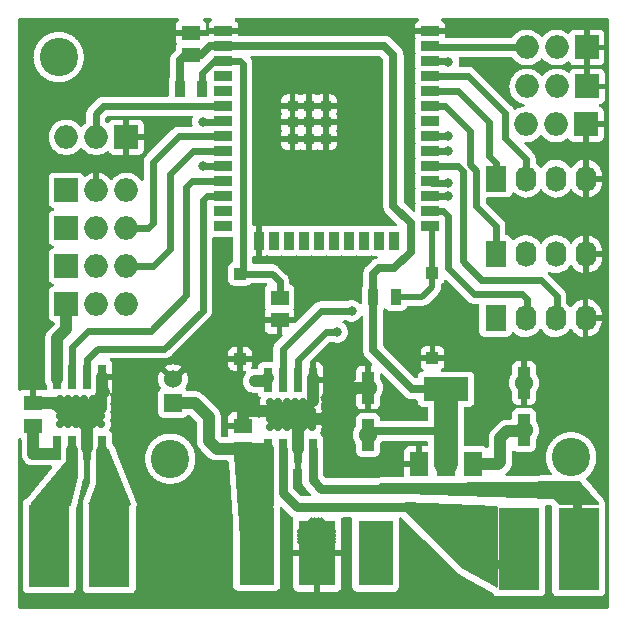
<source format=gbr>
%TF.GenerationSoftware,KiCad,Pcbnew,7.0.1*%
%TF.CreationDate,2023-08-30T15:08:01-03:00*%
%TF.ProjectId,Wakanda_MultiRobot,57616b61-6e64-4615-9f4d-756c7469526f,rev?*%
%TF.SameCoordinates,Original*%
%TF.FileFunction,Copper,L1,Top*%
%TF.FilePolarity,Positive*%
%FSLAX46Y46*%
G04 Gerber Fmt 4.6, Leading zero omitted, Abs format (unit mm)*
G04 Created by KiCad (PCBNEW 7.0.1) date 2023-08-30 15:08:01*
%MOMM*%
%LPD*%
G01*
G04 APERTURE LIST*
%TA.AperFunction,SMDPad,CuDef*%
%ADD10R,1.000760X1.000760*%
%TD*%
%TA.AperFunction,SMDPad,CuDef*%
%ADD11R,1.498600X1.300480*%
%TD*%
%TA.AperFunction,ComponentPad*%
%ADD12R,2.000000X2.000000*%
%TD*%
%TA.AperFunction,ComponentPad*%
%ADD13O,2.000000X2.000000*%
%TD*%
%TA.AperFunction,ComponentPad*%
%ADD14R,1.750000X2.200000*%
%TD*%
%TA.AperFunction,ComponentPad*%
%ADD15O,1.750000X2.200000*%
%TD*%
%TA.AperFunction,ComponentPad*%
%ADD16C,0.700000*%
%TD*%
%TA.AperFunction,ComponentPad*%
%ADD17R,3.500000X7.000000*%
%TD*%
%TA.AperFunction,SMDPad,CuDef*%
%ADD18R,1.500000X2.000000*%
%TD*%
%TA.AperFunction,SMDPad,CuDef*%
%ADD19R,3.800000X2.000000*%
%TD*%
%TA.AperFunction,ComponentPad*%
%ADD20C,1.524000*%
%TD*%
%TA.AperFunction,SMDPad,CuDef*%
%ADD21R,1.000000X2.700000*%
%TD*%
%TA.AperFunction,ComponentPad*%
%ADD22R,3.000000X5.500000*%
%TD*%
%TA.AperFunction,ComponentPad*%
%ADD23R,3.100000X5.500000*%
%TD*%
%TA.AperFunction,SMDPad,CuDef*%
%ADD24R,0.711200X2.000000*%
%TD*%
%TA.AperFunction,ComponentPad*%
%ADD25C,3.250000*%
%TD*%
%TA.AperFunction,ComponentPad*%
%ADD26R,1.524000X1.524000*%
%TD*%
%TA.AperFunction,SMDPad,CuDef*%
%ADD27R,0.889000X1.397000*%
%TD*%
%TA.AperFunction,SMDPad,CuDef*%
%ADD28R,1.500000X0.900000*%
%TD*%
%TA.AperFunction,SMDPad,CuDef*%
%ADD29R,0.900000X1.500000*%
%TD*%
%TA.AperFunction,SMDPad,CuDef*%
%ADD30R,0.900000X0.900000*%
%TD*%
%TA.AperFunction,ViaPad*%
%ADD31C,0.800000*%
%TD*%
%TA.AperFunction,Conductor*%
%ADD32C,0.700000*%
%TD*%
%TA.AperFunction,Conductor*%
%ADD33C,0.500000*%
%TD*%
%TA.AperFunction,Conductor*%
%ADD34C,1.000000*%
%TD*%
%TA.AperFunction,Conductor*%
%ADD35C,0.250000*%
%TD*%
%TA.AperFunction,Conductor*%
%ADD36C,0.600000*%
%TD*%
%TA.AperFunction,Conductor*%
%ADD37C,2.000000*%
%TD*%
%TA.AperFunction,Conductor*%
%ADD38C,0.800000*%
%TD*%
G04 APERTURE END LIST*
D10*
%TO.P,EN1,1,1*%
%TO.N,GND*%
X158750000Y-88849180D03*
%TO.P,EN1,2,2*%
%TO.N,/EN*%
X158750000Y-81650820D03*
%TD*%
D11*
%TO.P,C8,1*%
%TO.N,+3V3*%
X154600000Y-63152500D03*
%TO.P,C8,2*%
%TO.N,GND*%
X154600000Y-61247500D03*
%TD*%
D12*
%TO.P,SW1,1,P1*%
%TO.N,GND*%
X149130000Y-70100000D03*
D13*
%TO.P,SW1,2,P2*%
%TO.N,/START*%
X146590000Y-70100000D03*
%TO.P,SW1,3,P3*%
%TO.N,+5V*%
X144050000Y-70100000D03*
%TD*%
D14*
%TO.P,J9,1*%
%TO.N,/RXD*%
X180440000Y-73600000D03*
D15*
%TO.P,J9,2*%
%TO.N,/TXD*%
X182980000Y-73600000D03*
%TO.P,J9,3*%
%TO.N,+5V*%
X185520000Y-73600000D03*
%TO.P,J9,4*%
%TO.N,GND*%
X188060000Y-73600000D03*
%TD*%
D11*
%TO.P,C1,1*%
%TO.N,Vin*%
X141220000Y-94512500D03*
%TO.P,C1,2*%
%TO.N,GND*%
X141220000Y-92607500D03*
%TD*%
D16*
%TO.P,J12,1*%
%TO.N,Net-(U3-OUT1)*%
X181500000Y-102880000D03*
X181500000Y-103500000D03*
X181500000Y-104100000D03*
X181500000Y-104720000D03*
X182100000Y-102880000D03*
X182100000Y-103500000D03*
X182100000Y-104100000D03*
X182100000Y-104720000D03*
D17*
X182360000Y-104960000D03*
D16*
X182700000Y-102860000D03*
X182700000Y-103480000D03*
X182700000Y-104080000D03*
X182700000Y-104700000D03*
X183300000Y-102880000D03*
X183300000Y-103500000D03*
X183300000Y-104100000D03*
X183300000Y-104720000D03*
%TO.P,J12,2*%
%TO.N,Net-(U3-OUT2)*%
X186600000Y-102880000D03*
X186600000Y-103500000D03*
X186600000Y-104100000D03*
X186600000Y-104720000D03*
X187200000Y-102880000D03*
X187200000Y-103500000D03*
X187200000Y-104100000D03*
X187200000Y-104720000D03*
D17*
X187440000Y-104960000D03*
D16*
X187800000Y-102880000D03*
X187800000Y-103500000D03*
X187800000Y-104100000D03*
X187800000Y-104720000D03*
X188400000Y-102880000D03*
X188400000Y-103500000D03*
X188400000Y-104100000D03*
X188400000Y-104720000D03*
%TD*%
D18*
%TO.P,U4,1,GND*%
%TO.N,GND*%
X173900000Y-97750000D03*
%TO.P,U4,2,VO*%
%TO.N,+3V3*%
X176200000Y-97750000D03*
D19*
X176200000Y-91450000D03*
D18*
%TO.P,U4,3,VI*%
%TO.N,+5V*%
X178500000Y-97750000D03*
%TD*%
D12*
%TO.P,J4,1,P1*%
%TO.N,+5V*%
X144060000Y-74600000D03*
D13*
%TO.P,J4,2,P2*%
%TO.N,GND*%
X146600000Y-74600000D03*
%TO.P,J4,3,P3*%
%TO.N,/SENSOR5*%
X149140000Y-74600000D03*
%TD*%
D20*
%TO.P,C10,1*%
%TO.N,+5V*%
X182800000Y-94900000D03*
D21*
X182800000Y-94900000D03*
D20*
%TO.P,C10,2*%
%TO.N,GND*%
X182800000Y-90900000D03*
D21*
X182800000Y-90900000D03*
%TD*%
D12*
%TO.P,J2,1,P1*%
%TO.N,+5V*%
X144060000Y-84200000D03*
D13*
%TO.P,J2,2,P2*%
%TO.N,GND*%
X146600000Y-84200000D03*
%TO.P,J2,3,P3*%
%TO.N,/SENSOR2*%
X149140000Y-84200000D03*
%TD*%
D11*
%TO.P,C2,1*%
%TO.N,Vin*%
X159000000Y-96452500D03*
%TO.P,C2,2*%
%TO.N,GND*%
X159000000Y-94547500D03*
%TD*%
D20*
%TO.P,C9,1*%
%TO.N,+3V3*%
X169600000Y-95300000D03*
D21*
X169600000Y-95300000D03*
D20*
%TO.P,C9,2*%
%TO.N,GND*%
X169600000Y-91300000D03*
D21*
X169600000Y-91300000D03*
%TD*%
D12*
%TO.P,J3,1,P1*%
%TO.N,+5V*%
X144060000Y-81000000D03*
D13*
%TO.P,J3,2,P2*%
%TO.N,GND*%
X146600000Y-81000000D03*
%TO.P,J3,3,P3*%
%TO.N,/SENSOR1*%
X149140000Y-81000000D03*
%TD*%
D16*
%TO.P,J1,1*%
%TO.N,Vin*%
X159240000Y-102930000D03*
X159240000Y-103550000D03*
X159240000Y-104150000D03*
X159240000Y-104770000D03*
X159840000Y-102930000D03*
X159840000Y-103550000D03*
X159840000Y-104150000D03*
X159840000Y-104770000D03*
D22*
X160160000Y-105280000D03*
D16*
X160440000Y-102910000D03*
X160440000Y-103530000D03*
X160440000Y-104130000D03*
X160440000Y-104750000D03*
X161040000Y-102930000D03*
X161040000Y-103550000D03*
X161040000Y-104150000D03*
X161040000Y-104770000D03*
%TO.P,J1,2*%
%TO.N,GND*%
X164340000Y-103010000D03*
X164340000Y-103630000D03*
X164340000Y-104230000D03*
X164340000Y-104850000D03*
X164940000Y-103010000D03*
X164940000Y-103630000D03*
X164940000Y-104230000D03*
X164940000Y-104850000D03*
D23*
X165290000Y-105330000D03*
D16*
X165540000Y-103010000D03*
X165540000Y-103630000D03*
X165540000Y-104230000D03*
X165540000Y-104850000D03*
X166140000Y-103010000D03*
X166140000Y-103630000D03*
X166140000Y-104230000D03*
X166140000Y-104830000D03*
%TO.P,J1,3*%
%TO.N,+5V*%
X169450000Y-103630000D03*
X169450000Y-104900000D03*
X169470000Y-103030000D03*
X169470000Y-104300000D03*
X170020000Y-103630000D03*
X170020000Y-104900000D03*
X170040000Y-103030000D03*
X170040000Y-104300000D03*
D22*
X170230000Y-105330000D03*
D16*
X170650000Y-103630000D03*
X170650000Y-104900000D03*
X170670000Y-103030000D03*
X170670000Y-104300000D03*
X171250000Y-103630000D03*
X171250000Y-104900000D03*
X171270000Y-103030000D03*
X171270000Y-104300000D03*
%TD*%
D24*
%TO.P,U3,1,GND*%
%TO.N,GND*%
X164915000Y-90640000D03*
D16*
X164810000Y-94640000D03*
X164810000Y-93940000D03*
X164810000Y-93240000D03*
X164810000Y-92540000D03*
X164110000Y-94640000D03*
X164110000Y-93940000D03*
X164110000Y-93240000D03*
X164110000Y-92540000D03*
X163410000Y-94640000D03*
X163410000Y-93940000D03*
X163410000Y-93240000D03*
X163410000Y-92540000D03*
X162710000Y-94640000D03*
X162710000Y-93940000D03*
X162710000Y-93240000D03*
X162710000Y-92540000D03*
X162010000Y-94640000D03*
X162010000Y-93940000D03*
X162010000Y-93240000D03*
X162010000Y-92540000D03*
X161310000Y-94640000D03*
X161310000Y-93940000D03*
X161310000Y-93240000D03*
X161310000Y-92540000D03*
D24*
%TO.P,U3,2,IN2*%
%TO.N,/M_DER_A*%
X163645000Y-90640000D03*
%TO.P,U3,3,IN1*%
%TO.N,/M_DER_B*%
X162375000Y-90640000D03*
%TO.P,U3,4,VREF*%
%TO.N,+5V*%
X161105000Y-90640000D03*
%TO.P,U3,5,VM*%
%TO.N,Vin*%
X161105000Y-96640000D03*
%TO.P,U3,6,OUT1*%
%TO.N,Net-(U3-OUT1)*%
X162375000Y-96640000D03*
%TO.P,U3,7,RS*%
%TO.N,GND*%
X163645000Y-96640000D03*
%TO.P,U3,8,OUT2*%
%TO.N,Net-(U3-OUT2)*%
X164915000Y-96640000D03*
%TD*%
D25*
%TO.P,P3,1*%
%TO.N,N/C*%
X186790000Y-97190000D03*
%TD*%
D26*
%TO.P,C3,1*%
%TO.N,Vin*%
X153100000Y-92600000D03*
D20*
%TO.P,C3,2*%
%TO.N,GND*%
X153100000Y-90600000D03*
%TD*%
D14*
%TO.P,J10,1,Pin_1*%
%TO.N,/SDA*%
X180420000Y-80000000D03*
D15*
%TO.P,J10,2,Pin_2*%
%TO.N,/SCL*%
X182960000Y-80000000D03*
%TO.P,J10,3,Pin_3*%
%TO.N,+5V*%
X185500000Y-80000000D03*
%TO.P,J10,4,Pin_4*%
%TO.N,GND*%
X188040000Y-80000000D03*
%TD*%
D27*
%TO.P,R3,1*%
%TO.N,/EN*%
X155552500Y-66000000D03*
%TO.P,R3,2*%
%TO.N,+3V3*%
X153647500Y-66000000D03*
%TD*%
D12*
%TO.P,J7,1,P1*%
%TO.N,GND*%
X188115000Y-62500000D03*
D13*
%TO.P,J7,2,P2*%
%TO.N,+5V*%
X185575000Y-62500000D03*
%TO.P,J7,3,P3*%
%TO.N,/SENSOR6*%
X183035000Y-62500000D03*
%TD*%
D11*
%TO.P,C7,1*%
%TO.N,/EN*%
X162100000Y-83700000D03*
%TO.P,C7,2*%
%TO.N,GND*%
X162100000Y-85605000D03*
%TD*%
D14*
%TO.P,J14,1,Pin_1*%
%TO.N,+5V*%
X180390000Y-85400000D03*
D15*
%TO.P,J14,2,Pin_2*%
%TO.N,/GPIO4*%
X182930000Y-85400000D03*
%TO.P,J14,3,Pin_3*%
%TO.N,/GPIO5*%
X185470000Y-85400000D03*
%TO.P,J14,4,Pin_4*%
%TO.N,GND*%
X188010000Y-85400000D03*
%TD*%
D12*
%TO.P,J6,1,P1*%
%TO.N,GND*%
X188040000Y-69000000D03*
D13*
%TO.P,J6,2,P2*%
%TO.N,+5V*%
X185500000Y-69000000D03*
%TO.P,J6,3,P3*%
%TO.N,/SENSOR4*%
X182960000Y-69000000D03*
%TD*%
D27*
%TO.P,R4,1*%
%TO.N,/IO0*%
X171952500Y-83600000D03*
%TO.P,R4,2*%
%TO.N,+3V3*%
X170047500Y-83600000D03*
%TD*%
D24*
%TO.P,U2,1,GND*%
%TO.N,GND*%
X147080000Y-90400000D03*
D16*
X146975000Y-94400000D03*
X146975000Y-93700000D03*
X146975000Y-93000000D03*
X146975000Y-92300000D03*
X146275000Y-94400000D03*
X146275000Y-93700000D03*
X146275000Y-93000000D03*
X146275000Y-92300000D03*
X145575000Y-94400000D03*
X145575000Y-93700000D03*
X145575000Y-93000000D03*
X145575000Y-92300000D03*
X144875000Y-94400000D03*
X144875000Y-93700000D03*
X144875000Y-93000000D03*
X144875000Y-92300000D03*
X144175000Y-94400000D03*
X144175000Y-93700000D03*
X144175000Y-93000000D03*
X144175000Y-92300000D03*
X143475000Y-94400000D03*
X143475000Y-93700000D03*
X143475000Y-93000000D03*
X143475000Y-92300000D03*
D24*
%TO.P,U2,2,IN2*%
%TO.N,/M_IZQ_A*%
X145810000Y-90400000D03*
%TO.P,U2,3,IN1*%
%TO.N,/M_IZQ_B*%
X144540000Y-90400000D03*
%TO.P,U2,4,VREF*%
%TO.N,+5V*%
X143270000Y-90400000D03*
%TO.P,U2,5,VM*%
%TO.N,Vin*%
X143270000Y-96400000D03*
%TO.P,U2,6,OUT1*%
%TO.N,Net-(U2-OUT1)*%
X144540000Y-96400000D03*
%TO.P,U2,7,RS*%
%TO.N,GND*%
X145810000Y-96400000D03*
%TO.P,U2,8,OUT2*%
%TO.N,Net-(U2-OUT2)*%
X147080000Y-96400000D03*
%TD*%
D25*
%TO.P,P2,1*%
%TO.N,N/C*%
X152850000Y-97310000D03*
%TD*%
D12*
%TO.P,J5,1,P1*%
%TO.N,GND*%
X188140000Y-65800000D03*
D13*
%TO.P,J5,2,P2*%
%TO.N,+5V*%
X185600000Y-65800000D03*
%TO.P,J5,3,P3*%
%TO.N,/SENSOR3*%
X183060000Y-65800000D03*
%TD*%
D12*
%TO.P,J8,1,P1*%
%TO.N,+5V*%
X144060000Y-77800000D03*
D13*
%TO.P,J8,2,P2*%
%TO.N,GND*%
X146600000Y-77800000D03*
%TO.P,J8,3,P3*%
%TO.N,/SENSOR7*%
X149140000Y-77800000D03*
%TD*%
D28*
%TO.P,U1,3V3,3V3*%
%TO.N,+3V3*%
X157350000Y-62380000D03*
%TO.P,U1,5,SENSOR_VP*%
%TO.N,unconnected-(U1-SENSOR_VP-Pad5)*%
X157350000Y-64920000D03*
%TO.P,U1,8,SENSOR_VN*%
%TO.N,unconnected-(U1-SENSOR_VN-Pad8)*%
X157350000Y-66190000D03*
%TO.P,U1,9,EN*%
%TO.N,/EN*%
X157350000Y-63650000D03*
%TO.P,U1,10,IO34*%
%TO.N,/START*%
X157350000Y-67460000D03*
%TO.P,U1,11,IO35*%
%TO.N,/SENSOR5*%
X157350000Y-68730000D03*
%TO.P,U1,12,IO32*%
%TO.N,/SENSOR7*%
X157350000Y-70000000D03*
%TO.P,U1,13,IO33*%
%TO.N,/SENSOR1*%
X157350000Y-71270000D03*
%TO.P,U1,14,IO25*%
%TO.N,/SENSOR2*%
X157350000Y-72540000D03*
%TO.P,U1,15,IO26*%
%TO.N,/M_IZQ_B*%
X157350000Y-73810000D03*
%TO.P,U1,16,IO27*%
%TO.N,/M_IZQ_A*%
X157350000Y-75080000D03*
%TO.P,U1,17,IO14*%
%TO.N,unconnected-(U1-IO14-Pad17)*%
X157350000Y-76350000D03*
%TO.P,U1,18,IO12*%
%TO.N,unconnected-(U1-IO12-Pad18)*%
X157350000Y-77620000D03*
D29*
%TO.P,U1,20,IO13*%
%TO.N,unconnected-(U1-IO13-Pad20)*%
X161655000Y-78870000D03*
%TO.P,U1,21,IO15*%
%TO.N,unconnected-(U1-IO15-Pad21)*%
X170545000Y-78870000D03*
%TO.P,U1,22,IO2*%
%TO.N,unconnected-(U1-IO2-Pad22)*%
X171815000Y-78870000D03*
D28*
%TO.P,U1,23,IO0*%
%TO.N,/IO0*%
X174850000Y-77620000D03*
%TO.P,U1,24,IO4*%
%TO.N,/GPIO4*%
X174850000Y-76350000D03*
%TO.P,U1,25,IO16*%
%TO.N,/M_DER_B*%
X174850000Y-75080000D03*
%TO.P,U1,27,IO17*%
%TO.N,/M_DER_A*%
X174850000Y-73810000D03*
D29*
%TO.P,U1,28,SD2*%
%TO.N,unconnected-(U1-SD2-Pad28)*%
X162925000Y-78870000D03*
%TO.P,U1,29,SD3*%
%TO.N,unconnected-(U1-SD3-Pad29)*%
X164195000Y-78870000D03*
%TO.P,U1,30,CMD*%
%TO.N,unconnected-(U1-CMD-Pad30)*%
X165465000Y-78870000D03*
%TO.P,U1,31,CLK*%
%TO.N,unconnected-(U1-CLK-Pad31)*%
X166735000Y-78870000D03*
%TO.P,U1,32,SD0*%
%TO.N,unconnected-(U1-SD0-Pad32)*%
X168005000Y-78870000D03*
%TO.P,U1,33,SD1*%
%TO.N,unconnected-(U1-SD1-Pad33)*%
X169275000Y-78870000D03*
D28*
%TO.P,U1,34,IO5*%
%TO.N,/GPIO5*%
X174850000Y-72540000D03*
%TO.P,U1,35,IO18*%
%TO.N,/SENSOR4*%
X174850000Y-71270000D03*
%TO.P,U1,36,IO23*%
%TO.N,/SENSOR6*%
X174850000Y-62380000D03*
%TO.P,U1,38,IO19*%
%TO.N,/SENSOR3*%
X174850000Y-70000000D03*
%TO.P,U1,39,IO22*%
%TO.N,/SCL*%
X174850000Y-63650000D03*
%TO.P,U1,40,RXD0*%
%TO.N,/RXD*%
X174850000Y-66190000D03*
%TO.P,U1,41,TXD0*%
%TO.N,/TXD*%
X174850000Y-64920000D03*
%TO.P,U1,42,IO21*%
%TO.N,/SDA*%
X174850000Y-67460000D03*
%TO.P,U1,GND,GND*%
%TO.N,GND*%
X157350000Y-61110000D03*
D29*
X160385000Y-78870000D03*
D30*
X163200000Y-67430000D03*
X163200000Y-68830000D03*
X163200000Y-70230000D03*
X164600000Y-67430000D03*
X164600000Y-68830000D03*
X164600000Y-70230000D03*
X166000000Y-67430000D03*
X166000000Y-68830000D03*
X166000000Y-70230000D03*
D28*
X174850000Y-61110000D03*
%TO.P,U1,NC,NC*%
%TO.N,unconnected-(U1-PadNC)*%
X174850000Y-68730000D03*
%TD*%
D25*
%TO.P,P4,1*%
%TO.N,N/C*%
X143400000Y-63300000D03*
%TD*%
D16*
%TO.P,J11,1*%
%TO.N,Net-(U2-OUT1)*%
X141750000Y-102630000D03*
X141750000Y-103250000D03*
X141750000Y-103850000D03*
X141750000Y-104470000D03*
X142350000Y-102630000D03*
X142350000Y-103250000D03*
X142350000Y-103850000D03*
X142350000Y-104470000D03*
D17*
X142610000Y-104710000D03*
D16*
X142950000Y-102610000D03*
X142950000Y-103230000D03*
X142950000Y-103830000D03*
X142950000Y-104450000D03*
X143550000Y-102630000D03*
X143550000Y-103250000D03*
X143550000Y-103850000D03*
X143550000Y-104470000D03*
%TO.P,J11,2*%
%TO.N,Net-(U2-OUT2)*%
X146850000Y-102630000D03*
X146850000Y-103250000D03*
X146850000Y-103850000D03*
X146850000Y-104470000D03*
X147450000Y-102630000D03*
X147450000Y-103250000D03*
X147450000Y-103850000D03*
X147450000Y-104470000D03*
D17*
X147690000Y-104710000D03*
D16*
X148050000Y-102630000D03*
X148050000Y-103250000D03*
X148050000Y-103850000D03*
X148050000Y-104470000D03*
X148650000Y-102630000D03*
X148650000Y-103250000D03*
X148650000Y-103850000D03*
X148650000Y-104470000D03*
%TD*%
D10*
%TO.P,BOOT1,1,1*%
%TO.N,GND*%
X175050000Y-88799180D03*
%TO.P,BOOT1,2,2*%
%TO.N,/IO0*%
X175050000Y-81600820D03*
%TD*%
D31*
%TO.N,Vin*%
X141260000Y-96880000D03*
%TO.N,+5V*%
X160000000Y-90750000D03*
X180600000Y-97800000D03*
%TO.N,/SENSOR2*%
X155600000Y-72500000D03*
%TO.N,/SENSOR3*%
X176400000Y-70000000D03*
%TO.N,/SENSOR4*%
X176400000Y-71250000D03*
%TO.N,/SCL*%
X176400000Y-63700000D03*
%TO.N,/M_DER_B*%
X176400000Y-75100000D03*
X168200000Y-84800000D03*
%TO.N,/M_DER_A*%
X176385000Y-73985000D03*
X167000000Y-86600000D03*
%TO.N,/SENSOR5*%
X155600000Y-68800000D03*
%TD*%
D32*
%TO.N,+3V3*%
X170047500Y-83600000D02*
X170047500Y-88147500D01*
D33*
%TO.N,/IO0*%
X175000000Y-81650820D02*
X175000000Y-77770000D01*
X175000000Y-82800000D02*
X175000000Y-81650820D01*
X174200000Y-83600000D02*
X175000000Y-82800000D01*
X175000000Y-77770000D02*
X174850000Y-77620000D01*
X171952500Y-83600000D02*
X174200000Y-83600000D01*
D34*
%TO.N,GND*%
X143035000Y-92560000D02*
X143020000Y-92560000D01*
X168450000Y-91300000D02*
X169600000Y-91300000D01*
X164905000Y-90500000D02*
X164905000Y-92355000D01*
X159000000Y-93290000D02*
X159000000Y-94547500D01*
X161310000Y-93240000D02*
X159050000Y-93240000D01*
X164950000Y-92400000D02*
X164905000Y-92355000D01*
X146975000Y-93000000D02*
X146975000Y-91945000D01*
X163635000Y-94965000D02*
X163700000Y-94900000D01*
X145810000Y-96400000D02*
X145810000Y-94635000D01*
X143475000Y-93000000D02*
X143035000Y-92560000D01*
X142972500Y-92607500D02*
X141220000Y-92607500D01*
X146975000Y-91945000D02*
X147280000Y-91640000D01*
X165810000Y-93940000D02*
X168450000Y-91300000D01*
X147080000Y-91440000D02*
X147080000Y-90400000D01*
X164810000Y-93940000D02*
X165810000Y-93940000D01*
X147280000Y-91640000D02*
X147080000Y-91440000D01*
X143020000Y-92560000D02*
X142972500Y-92607500D01*
X159050000Y-93240000D02*
X159000000Y-93290000D01*
X163635000Y-96500000D02*
X163635000Y-94965000D01*
X145810000Y-94635000D02*
X145575000Y-94400000D01*
%TO.N,Vin*%
X156772500Y-96452500D02*
X156120000Y-95800000D01*
X161095000Y-101155000D02*
X161095000Y-96500000D01*
X161095000Y-96500000D02*
X159047500Y-96500000D01*
X160420000Y-106500000D02*
X160420000Y-101830000D01*
X141260000Y-94552500D02*
X141220000Y-94512500D01*
X159047500Y-96500000D02*
X159000000Y-96452500D01*
X141260000Y-96880000D02*
X141260000Y-94552500D01*
X141260000Y-96880000D02*
X142975000Y-96880000D01*
X159000000Y-96452500D02*
X156772500Y-96452500D01*
X154920000Y-92600000D02*
X153100000Y-92600000D01*
X156120000Y-93800000D02*
X154920000Y-92600000D01*
X156120000Y-95800000D02*
X156120000Y-93800000D01*
X160420000Y-101830000D02*
X161095000Y-101155000D01*
%TO.N,+5V*%
X182800000Y-95000000D02*
X181400000Y-95000000D01*
X181400000Y-95000000D02*
X180800000Y-95600000D01*
D35*
X182800000Y-94900000D02*
X182800000Y-95900000D01*
D34*
X144060000Y-86340000D02*
X143270000Y-87130000D01*
X144000000Y-74540000D02*
X144060000Y-74600000D01*
X143270000Y-87130000D02*
X143270000Y-90585000D01*
X178500000Y-97750000D02*
X180550000Y-97750000D01*
X160000000Y-90750000D02*
X160845000Y-90750000D01*
X144060000Y-84200000D02*
X144060000Y-86340000D01*
X180550000Y-97750000D02*
X180600000Y-97800000D01*
X143270000Y-90585000D02*
X143265000Y-90590000D01*
X180800000Y-95600000D02*
X180800000Y-97600000D01*
X160845000Y-90750000D02*
X161095000Y-90500000D01*
X180800000Y-97600000D02*
X180600000Y-97800000D01*
D36*
%TO.N,/EN*%
X155500000Y-64700000D02*
X156550000Y-63650000D01*
X162100000Y-82300000D02*
X161450820Y-81650820D01*
X158750000Y-63650000D02*
X157350000Y-63650000D01*
X156550000Y-63650000D02*
X157350000Y-63650000D01*
X155552500Y-65802500D02*
X155500000Y-65750000D01*
X155500000Y-65750000D02*
X155500000Y-64700000D01*
X158750000Y-81650820D02*
X159000000Y-81400820D01*
X162100000Y-83547500D02*
X162100000Y-82300000D01*
X159000000Y-63900000D02*
X158750000Y-63650000D01*
X155552500Y-66000000D02*
X155552500Y-65802500D01*
X161450820Y-81650820D02*
X158750000Y-81650820D01*
X159000000Y-81400820D02*
X159000000Y-63900000D01*
D37*
%TO.N,+3V3*%
X176200000Y-94800000D02*
X176200000Y-97750000D01*
D32*
X170500000Y-81200000D02*
X170047500Y-81652500D01*
X173200000Y-79800000D02*
X171800000Y-81200000D01*
X157350000Y-62380000D02*
X156220000Y-62380000D01*
X176000000Y-95000000D02*
X176200000Y-94800000D01*
X171750000Y-75950000D02*
X173200000Y-77400000D01*
X170047500Y-81652500D02*
X170047500Y-83600000D01*
X153647500Y-63600000D02*
X154095000Y-63152500D01*
X170047500Y-88147500D02*
X173350000Y-91450000D01*
X173350000Y-91450000D02*
X176200000Y-91450000D01*
X153647500Y-66000000D02*
X153647500Y-63600000D01*
X171800000Y-81200000D02*
X170500000Y-81200000D01*
X171750000Y-63150000D02*
X171750000Y-75950000D01*
X154095000Y-63152500D02*
X154600000Y-63152500D01*
D37*
X176200000Y-91450000D02*
X176200000Y-94800000D01*
D32*
X169900000Y-95000000D02*
X176000000Y-95000000D01*
X155447500Y-63152500D02*
X154600000Y-63152500D01*
X170980000Y-62380000D02*
X171750000Y-63150000D01*
X169700000Y-95200000D02*
X169900000Y-95000000D01*
X156220000Y-62380000D02*
X155447500Y-63152500D01*
X173200000Y-77400000D02*
X173200000Y-79800000D01*
X169700000Y-95000000D02*
X169700000Y-95200000D01*
X157350000Y-62380000D02*
X170980000Y-62380000D01*
D36*
%TO.N,/SENSOR1*%
X152850000Y-79550000D02*
X151400000Y-81000000D01*
X154780000Y-71270000D02*
X152850000Y-73200000D01*
X152850000Y-73200000D02*
X152850000Y-79550000D01*
X151400000Y-81000000D02*
X149140000Y-81000000D01*
X157350000Y-71270000D02*
X154780000Y-71270000D01*
%TO.N,/RXD*%
X174860000Y-66200000D02*
X174850000Y-66190000D01*
X179800000Y-71675000D02*
X179800000Y-68800000D01*
X179800000Y-68800000D02*
X177200000Y-66200000D01*
X180440000Y-72315000D02*
X179800000Y-71675000D01*
X180440000Y-73600000D02*
X180440000Y-72315000D01*
X177200000Y-66200000D02*
X174860000Y-66200000D01*
%TO.N,/TXD*%
X182980000Y-71980000D02*
X181200000Y-70200000D01*
X181200000Y-70200000D02*
X181200000Y-68075000D01*
X182980000Y-73600000D02*
X182980000Y-71980000D01*
X178045000Y-64920000D02*
X174850000Y-64920000D01*
X181200000Y-68075000D02*
X178045000Y-64920000D01*
%TO.N,/SENSOR7*%
X151000000Y-77800000D02*
X151400000Y-77400000D01*
X151400000Y-72200000D02*
X153600000Y-70000000D01*
X149140000Y-77800000D02*
X151000000Y-77800000D01*
X153600000Y-70000000D02*
X157350000Y-70000000D01*
X151400000Y-77400000D02*
X151400000Y-72200000D01*
%TO.N,/SENSOR6*%
X174970000Y-62500000D02*
X174850000Y-62380000D01*
X183035000Y-62500000D02*
X174970000Y-62500000D01*
%TO.N,/SENSOR2*%
X155600000Y-72500000D02*
X157310000Y-72500000D01*
X157310000Y-72500000D02*
X157350000Y-72540000D01*
%TO.N,/SENSOR3*%
X176400000Y-70000000D02*
X174850000Y-70000000D01*
%TO.N,/SENSOR4*%
X176400000Y-71250000D02*
X174870000Y-71250000D01*
X174870000Y-71250000D02*
X174850000Y-71270000D01*
D34*
%TO.N,Net-(U2-OUT2)*%
X147110000Y-99360000D02*
X147675000Y-99925000D01*
X147675000Y-99925000D02*
X147675000Y-106135000D01*
X147675000Y-106135000D02*
X147790000Y-106250000D01*
X147110000Y-96625000D02*
X147110000Y-99360000D01*
%TO.N,Net-(U2-OUT1)*%
X144535000Y-96590000D02*
X144535000Y-98675000D01*
X144535000Y-98675000D02*
X142595000Y-100615000D01*
X142595000Y-100615000D02*
X142595000Y-106135000D01*
X142595000Y-106135000D02*
X142710000Y-106250000D01*
D36*
%TO.N,/SDA*%
X180420000Y-77620000D02*
X178750000Y-75950000D01*
X176100000Y-67460000D02*
X174850000Y-67460000D01*
X178200000Y-72400000D02*
X178200000Y-69560000D01*
X178200000Y-69560000D02*
X176100000Y-67460000D01*
X178750000Y-72950000D02*
X178200000Y-72400000D01*
X178750000Y-75950000D02*
X178750000Y-72950000D01*
X180420000Y-80000000D02*
X180420000Y-77620000D01*
%TO.N,/SCL*%
X176350000Y-63650000D02*
X174850000Y-63650000D01*
X176400000Y-63700000D02*
X176350000Y-63650000D01*
D38*
%TO.N,Net-(U3-OUT2)*%
X186450000Y-99840000D02*
X187250000Y-100640000D01*
X164905000Y-99155000D02*
X165590000Y-99840000D01*
X164905000Y-96500000D02*
X164905000Y-99155000D01*
X165590000Y-99840000D02*
X186450000Y-99840000D01*
X187250000Y-100640000D02*
X187250000Y-106250000D01*
%TO.N,Net-(U3-OUT1)*%
X162365000Y-96500000D02*
X162365000Y-100215000D01*
X177730000Y-106250000D02*
X182170000Y-106250000D01*
X172870000Y-101390000D02*
X177730000Y-106250000D01*
X162365000Y-100215000D02*
X163540000Y-101390000D01*
X163540000Y-101390000D02*
X172870000Y-101390000D01*
D36*
%TO.N,/START*%
X147190000Y-67460000D02*
X146550000Y-68100000D01*
X146550000Y-68100000D02*
X146550000Y-70100000D01*
X157350000Y-67460000D02*
X147190000Y-67460000D01*
%TO.N,/M_DER_B*%
X162365000Y-88035000D02*
X162365000Y-90500000D01*
X176400000Y-75100000D02*
X176380000Y-75080000D01*
X168200000Y-84800000D02*
X165600000Y-84800000D01*
X176380000Y-75080000D02*
X174850000Y-75080000D01*
X165600000Y-84800000D02*
X162365000Y-88035000D01*
%TO.N,/M_DER_A*%
X163635000Y-88965000D02*
X163635000Y-90500000D01*
X175025000Y-73985000D02*
X174850000Y-73810000D01*
X167000000Y-86600000D02*
X166000000Y-86600000D01*
X166000000Y-86600000D02*
X163635000Y-88965000D01*
X176385000Y-73985000D02*
X175025000Y-73985000D01*
%TO.N,/M_IZQ_A*%
X155920000Y-75080000D02*
X155580000Y-75420000D01*
X152350000Y-88000000D02*
X146710000Y-88000000D01*
X155580000Y-84770000D02*
X152350000Y-88000000D01*
X155580000Y-75420000D02*
X155580000Y-84770000D01*
X146710000Y-88000000D02*
X145810000Y-88900000D01*
X157350000Y-75080000D02*
X155920000Y-75080000D01*
X145810000Y-88900000D02*
X145810000Y-90585000D01*
X145810000Y-90585000D02*
X145805000Y-90590000D01*
%TO.N,/M_IZQ_B*%
X144540000Y-90585000D02*
X144540000Y-87860000D01*
X154220000Y-83480000D02*
X154220000Y-74280000D01*
X144540000Y-87860000D02*
X145900000Y-86500000D01*
X145900000Y-86500000D02*
X151200000Y-86500000D01*
X154690000Y-73810000D02*
X157350000Y-73810000D01*
X154220000Y-74280000D02*
X154690000Y-73810000D01*
X151200000Y-86500000D02*
X154220000Y-83480000D01*
X144535000Y-90590000D02*
X144540000Y-90585000D01*
%TO.N,/SENSOR5*%
X157280000Y-68800000D02*
X157350000Y-68730000D01*
X155600000Y-68800000D02*
X157280000Y-68800000D01*
%TO.N,/GPIO4*%
X176400000Y-81200000D02*
X178600000Y-83400000D01*
X175950000Y-76350000D02*
X176400000Y-76800000D01*
X174850000Y-76350000D02*
X175950000Y-76350000D01*
X178600000Y-83400000D02*
X182600000Y-83400000D01*
X182600000Y-83400000D02*
X183020000Y-83820000D01*
X183020000Y-83820000D02*
X183020000Y-85290000D01*
X183020000Y-85290000D02*
X183230000Y-85500000D01*
X176400000Y-76800000D02*
X176400000Y-81200000D01*
%TO.N,/GPIO5*%
X177210000Y-72540000D02*
X174850000Y-72540000D01*
X184200000Y-82200000D02*
X179200000Y-82200000D01*
X185560000Y-83560000D02*
X184200000Y-82200000D01*
X185560000Y-85290000D02*
X185560000Y-83560000D01*
X179200000Y-82200000D02*
X177600000Y-80600000D01*
X185770000Y-85500000D02*
X185560000Y-85290000D01*
X177600000Y-72930000D02*
X177210000Y-72540000D01*
X177600000Y-80600000D02*
X177600000Y-72930000D01*
%TD*%
%TA.AperFunction,Conductor*%
%TO.N,Net-(U3-OUT1)*%
G36*
X180441643Y-101285688D02*
G01*
X180501380Y-101303552D01*
X180544872Y-101348233D01*
X180561119Y-101408433D01*
X180609984Y-106578335D01*
X180609971Y-106581657D01*
X180583572Y-108104013D01*
X180566464Y-108164745D01*
X180521684Y-108209196D01*
X180460828Y-108225857D01*
X180399651Y-108210413D01*
X177625119Y-106678348D01*
X177597739Y-106657839D01*
X172749380Y-101849140D01*
X172726000Y-101816970D01*
X172714008Y-101779059D01*
X172621554Y-101147292D01*
X172625526Y-101093544D01*
X172651925Y-101046557D01*
X172695764Y-101015208D01*
X172748759Y-101005419D01*
X180441643Y-101285688D01*
G37*
%TD.AperFunction*%
%TD*%
%TA.AperFunction,Conductor*%
%TO.N,Vin*%
G36*
X160586833Y-96828855D02*
G01*
X160626953Y-96852486D01*
X161459255Y-97584180D01*
X161489719Y-97624805D01*
X161501345Y-97674234D01*
X161627503Y-102759391D01*
X161616268Y-102814126D01*
X161582142Y-102858371D01*
X161532057Y-102883143D01*
X158852357Y-103516360D01*
X158798990Y-103517167D01*
X158750228Y-103495468D01*
X158715103Y-103455282D01*
X158700124Y-103404055D01*
X158656500Y-102759391D01*
X158268654Y-97027896D01*
X158281655Y-96963689D01*
X158325561Y-96915066D01*
X158388115Y-96895601D01*
X160540827Y-96821688D01*
X160586833Y-96828855D01*
G37*
%TD.AperFunction*%
%TD*%
%TA.AperFunction,Conductor*%
%TO.N,Net-(U3-OUT2)*%
G36*
X187554727Y-99241525D02*
G01*
X187597367Y-99273673D01*
X187720878Y-99418026D01*
X189121149Y-101054593D01*
X189149774Y-101118318D01*
X189139408Y-101187405D01*
X189093341Y-101239924D01*
X189026194Y-101259205D01*
X185911182Y-101240719D01*
X185870647Y-101233651D01*
X185834657Y-101213709D01*
X185240000Y-100740000D01*
X180030273Y-100570008D01*
X180029677Y-100569987D01*
X170342350Y-100207203D01*
X170283590Y-100189857D01*
X170240308Y-100146495D01*
X170223069Y-100087704D01*
X170236080Y-100027839D01*
X170516159Y-99467681D01*
X170561282Y-99418026D01*
X170625664Y-99399146D01*
X176464671Y-99333318D01*
X179419864Y-99300002D01*
X180347883Y-99287503D01*
X182389636Y-99260004D01*
X182390323Y-99259997D01*
X185580000Y-99240000D01*
X185580000Y-99240035D01*
X185580148Y-99239999D01*
X187502523Y-99230290D01*
X187554727Y-99241525D01*
G37*
%TD.AperFunction*%
%TD*%
%TA.AperFunction,Conductor*%
%TO.N,Net-(U2-OUT1)*%
G36*
X144976733Y-96766908D02*
G01*
X145022195Y-96813021D01*
X145038212Y-96875763D01*
X145010198Y-98846011D01*
X145006690Y-98873588D01*
X144435350Y-101219699D01*
X144410559Y-101269225D01*
X144366679Y-101303018D01*
X144312463Y-101314336D01*
X141168159Y-101253266D01*
X141102708Y-101233073D01*
X141057962Y-101181214D01*
X141047575Y-101113511D01*
X141074715Y-101050623D01*
X144000000Y-97486267D01*
X144107795Y-96875763D01*
X144111913Y-96852439D01*
X144134572Y-96799937D01*
X144178381Y-96763185D01*
X144234024Y-96750000D01*
X144914225Y-96750000D01*
X144976733Y-96766908D01*
G37*
%TD.AperFunction*%
%TD*%
%TA.AperFunction,Conductor*%
%TO.N,Net-(U2-OUT2)*%
G36*
X147635967Y-96493687D02*
G01*
X147670306Y-96542025D01*
X149495363Y-101161701D01*
X149503309Y-101220678D01*
X149482863Y-101276565D01*
X149438733Y-101316490D01*
X149381085Y-101331258D01*
X146080329Y-101359152D01*
X146025896Y-101347076D01*
X145982256Y-101312371D01*
X145958234Y-101262055D01*
X145949039Y-101220678D01*
X145928447Y-101128015D01*
X145925950Y-101090510D01*
X145934804Y-101053982D01*
X146590000Y-99460000D01*
X146590000Y-96805918D01*
X146601754Y-96753222D01*
X146634789Y-96710516D01*
X146682841Y-96685897D01*
X147523823Y-96467564D01*
X147583110Y-96466819D01*
X147635967Y-96493687D01*
G37*
%TD.AperFunction*%
%TD*%
%TA.AperFunction,Conductor*%
%TO.N,GND*%
G36*
X153500407Y-60015668D02*
G01*
X153545296Y-60057461D01*
X153564664Y-60115654D01*
X153553774Y-60176012D01*
X153515290Y-60223767D01*
X153493512Y-60240069D01*
X153407347Y-60355170D01*
X153357102Y-60489884D01*
X153350700Y-60549436D01*
X153350700Y-60997500D01*
X155849300Y-60997500D01*
X155849300Y-60549436D01*
X155842897Y-60489884D01*
X155792652Y-60355170D01*
X155706487Y-60240069D01*
X155684710Y-60223767D01*
X155646226Y-60176012D01*
X155635336Y-60115654D01*
X155654704Y-60057461D01*
X155699593Y-60015668D01*
X155759020Y-60000500D01*
X156274090Y-60000500D01*
X156333517Y-60015668D01*
X156378405Y-60057460D01*
X156397774Y-60115654D01*
X156386884Y-60176011D01*
X156348401Y-60223767D01*
X156242810Y-60302811D01*
X156156647Y-60417910D01*
X156106402Y-60552624D01*
X156100000Y-60612176D01*
X156100000Y-60860000D01*
X158600000Y-60860000D01*
X158600000Y-60612176D01*
X158593597Y-60552624D01*
X158543352Y-60417910D01*
X158457189Y-60302811D01*
X158351599Y-60223767D01*
X158313116Y-60176011D01*
X158302226Y-60115654D01*
X158321595Y-60057460D01*
X158366483Y-60015668D01*
X158425910Y-60000500D01*
X173774090Y-60000500D01*
X173833517Y-60015668D01*
X173878405Y-60057460D01*
X173897774Y-60115654D01*
X173886884Y-60176011D01*
X173848401Y-60223767D01*
X173742810Y-60302811D01*
X173656647Y-60417910D01*
X173606402Y-60552624D01*
X173600000Y-60612176D01*
X173600000Y-60860000D01*
X176100000Y-60860000D01*
X176100000Y-60612176D01*
X176093597Y-60552624D01*
X176043352Y-60417910D01*
X175957189Y-60302811D01*
X175851599Y-60223767D01*
X175813116Y-60176011D01*
X175802226Y-60115654D01*
X175821595Y-60057460D01*
X175866483Y-60015668D01*
X175925910Y-60000500D01*
X189875500Y-60000500D01*
X189937500Y-60017113D01*
X189982887Y-60062500D01*
X189999500Y-60124500D01*
X189999500Y-109875500D01*
X189982887Y-109937500D01*
X189937500Y-109982887D01*
X189875500Y-109999500D01*
X140124500Y-109999500D01*
X140062500Y-109982887D01*
X140017113Y-109937500D01*
X140000500Y-109875500D01*
X140000500Y-95683675D01*
X140019005Y-95618507D01*
X140068997Y-95572790D01*
X140135555Y-95560169D01*
X140198813Y-95584410D01*
X140209813Y-95592645D01*
X140246385Y-95636407D01*
X140259500Y-95691910D01*
X140259500Y-96851500D01*
X140259341Y-96857779D01*
X140255631Y-96930937D01*
X140266720Y-97003324D01*
X140267514Y-97009554D01*
X140274926Y-97082440D01*
X140279749Y-97097812D01*
X140284003Y-97116143D01*
X140286444Y-97132071D01*
X140286445Y-97132073D01*
X140311882Y-97200759D01*
X140313911Y-97206696D01*
X140335841Y-97276588D01*
X140343659Y-97290674D01*
X140351518Y-97307779D01*
X140357112Y-97322884D01*
X140357114Y-97322887D01*
X140394343Y-97382616D01*
X140395864Y-97385055D01*
X140399045Y-97390460D01*
X140418140Y-97424863D01*
X140434591Y-97454502D01*
X140445076Y-97466715D01*
X140456224Y-97481896D01*
X140464747Y-97495571D01*
X140515220Y-97548668D01*
X140519431Y-97553329D01*
X140567132Y-97608893D01*
X140567134Y-97608895D01*
X140579874Y-97618756D01*
X140593840Y-97631375D01*
X140604660Y-97642757D01*
X140604942Y-97643054D01*
X140665050Y-97684890D01*
X140670116Y-97688610D01*
X140728037Y-97733445D01*
X140728040Y-97733446D01*
X140728042Y-97733448D01*
X140742509Y-97740544D01*
X140758733Y-97750095D01*
X140771949Y-97759294D01*
X140771950Y-97759294D01*
X140771951Y-97759295D01*
X140839263Y-97788181D01*
X140844962Y-97790800D01*
X140910727Y-97823060D01*
X140926311Y-97827094D01*
X140944136Y-97833186D01*
X140958942Y-97839540D01*
X140958945Y-97839540D01*
X140958946Y-97839541D01*
X140977128Y-97843277D01*
X141030700Y-97854285D01*
X141036779Y-97855695D01*
X141107715Y-97874063D01*
X141123807Y-97874879D01*
X141142483Y-97877258D01*
X141158258Y-97880500D01*
X141158259Y-97880500D01*
X141231499Y-97880500D01*
X141237778Y-97880658D01*
X141262842Y-97881930D01*
X141310935Y-97884369D01*
X141310935Y-97884368D01*
X141310936Y-97884369D01*
X141326857Y-97881929D01*
X141345635Y-97880500D01*
X142748105Y-97880500D01*
X142791440Y-97888319D01*
X142800794Y-97891808D01*
X142849152Y-97924512D01*
X142877186Y-97975719D01*
X142878683Y-98034078D01*
X142853311Y-98086655D01*
X140691509Y-100720735D01*
X140638992Y-100758250D01*
X140617670Y-100766202D01*
X140502454Y-100852453D01*
X140416204Y-100967668D01*
X140416203Y-100967669D01*
X140416204Y-100967669D01*
X140365909Y-101102517D01*
X140360462Y-101153185D01*
X140359500Y-101162130D01*
X140359500Y-108257869D01*
X140365909Y-108317484D01*
X140367717Y-108322331D01*
X140416204Y-108452331D01*
X140502454Y-108567546D01*
X140617669Y-108653796D01*
X140752517Y-108704091D01*
X140812127Y-108710500D01*
X144407872Y-108710499D01*
X144467483Y-108704091D01*
X144602331Y-108653796D01*
X144717546Y-108567546D01*
X144803796Y-108452331D01*
X144854091Y-108317483D01*
X144860500Y-108257873D01*
X144860499Y-101528974D01*
X144873616Y-101473469D01*
X144887381Y-101445970D01*
X144899790Y-101412131D01*
X144926496Y-101339306D01*
X145497836Y-98993195D01*
X145508149Y-98937377D01*
X145511657Y-98909800D01*
X145511786Y-98907959D01*
X145516265Y-98882541D01*
X145524886Y-98852418D01*
X145527196Y-98822078D01*
X145529376Y-98806540D01*
X145535500Y-98776742D01*
X145535500Y-98717756D01*
X145535858Y-98708341D01*
X145537427Y-98687732D01*
X145540337Y-98649524D01*
X145536494Y-98619348D01*
X145535500Y-98603683D01*
X145535500Y-97975862D01*
X145544939Y-97928409D01*
X145560000Y-97905869D01*
X145560000Y-94943651D01*
X145559999Y-94943649D01*
X145556578Y-94940228D01*
X145524484Y-94884640D01*
X145524484Y-94820453D01*
X145556579Y-94764865D01*
X145571446Y-94749998D01*
X145268961Y-94447514D01*
X145268960Y-94447514D01*
X145225000Y-94403553D01*
X145158772Y-94469782D01*
X145158762Y-94469788D01*
X144962680Y-94665871D01*
X144907093Y-94697965D01*
X144842905Y-94697965D01*
X144787318Y-94665871D01*
X144568961Y-94447514D01*
X144568960Y-94447514D01*
X144525000Y-94403553D01*
X144458772Y-94469782D01*
X144458762Y-94469788D01*
X144262680Y-94665871D01*
X144207093Y-94697965D01*
X144142905Y-94697965D01*
X144087318Y-94665871D01*
X143868961Y-94447514D01*
X143868960Y-94447514D01*
X143825000Y-94403553D01*
X143758772Y-94469782D01*
X143758762Y-94469788D01*
X143562680Y-94665871D01*
X143507093Y-94697965D01*
X143442905Y-94697965D01*
X143387318Y-94665871D01*
X143209127Y-94487680D01*
X143177033Y-94432092D01*
X143177033Y-94367905D01*
X143209127Y-94312317D01*
X143368898Y-94152547D01*
X143368898Y-94152548D01*
X143471446Y-94050000D01*
X143386339Y-93964893D01*
X143386336Y-93964889D01*
X143209127Y-93787680D01*
X143177033Y-93732092D01*
X143177033Y-93667905D01*
X143209127Y-93612317D01*
X143368898Y-93452547D01*
X143368898Y-93452548D01*
X143471446Y-93350000D01*
X143386339Y-93264893D01*
X143386336Y-93264889D01*
X143209127Y-93087680D01*
X143177033Y-93032092D01*
X143177033Y-92967905D01*
X143209127Y-92912317D01*
X143368898Y-92752547D01*
X143368898Y-92752548D01*
X143471446Y-92650000D01*
X143386339Y-92564893D01*
X143386336Y-92564889D01*
X143209128Y-92387681D01*
X143177034Y-92332094D01*
X143177034Y-92267906D01*
X143209128Y-92212319D01*
X143387319Y-92034128D01*
X143442906Y-92002034D01*
X143507094Y-92002034D01*
X143562681Y-92034128D01*
X143722451Y-92193898D01*
X143825000Y-92296445D01*
X143927547Y-92193898D01*
X144087317Y-92034127D01*
X144142905Y-92002033D01*
X144207092Y-92002033D01*
X144262680Y-92034127D01*
X144422451Y-92193898D01*
X144525000Y-92296445D01*
X144627547Y-92193898D01*
X144787317Y-92034127D01*
X144842905Y-92002033D01*
X144907092Y-92002033D01*
X144962680Y-92034127D01*
X145122451Y-92193898D01*
X145225000Y-92296445D01*
X145327547Y-92193898D01*
X145487317Y-92034127D01*
X145542905Y-92002033D01*
X145607092Y-92002033D01*
X145662680Y-92034127D01*
X145822451Y-92193898D01*
X145925000Y-92296445D01*
X146027547Y-92193898D01*
X146187317Y-92034127D01*
X146242905Y-92002033D01*
X146307092Y-92002033D01*
X146362680Y-92034127D01*
X146522451Y-92193898D01*
X146625000Y-92296445D01*
X146727547Y-92193898D01*
X146887317Y-92034127D01*
X146942905Y-92002033D01*
X147007092Y-92002033D01*
X147062680Y-92034127D01*
X147240871Y-92212318D01*
X147272965Y-92267905D01*
X147272965Y-92332093D01*
X147240871Y-92387680D01*
X147044788Y-92583762D01*
X147044782Y-92583772D01*
X146978553Y-92650000D01*
X147022514Y-92693960D01*
X147022518Y-92693966D01*
X147240871Y-92912318D01*
X147272965Y-92967905D01*
X147272965Y-93032092D01*
X147240871Y-93087680D01*
X147044785Y-93283765D01*
X147044781Y-93283772D01*
X146978553Y-93349999D01*
X147022514Y-93393960D01*
X147022518Y-93393966D01*
X147240871Y-93612318D01*
X147272965Y-93667905D01*
X147272965Y-93732092D01*
X147240871Y-93787680D01*
X147044788Y-93983762D01*
X147044782Y-93983772D01*
X146978553Y-94050000D01*
X147022514Y-94093960D01*
X147022518Y-94093966D01*
X147240871Y-94312319D01*
X147272965Y-94367906D01*
X147272965Y-94432094D01*
X147240871Y-94487681D01*
X147062681Y-94665871D01*
X147007094Y-94697965D01*
X146942907Y-94697965D01*
X146887319Y-94665871D01*
X146668961Y-94447514D01*
X146668960Y-94447514D01*
X146625000Y-94403553D01*
X146558772Y-94469782D01*
X146558765Y-94469786D01*
X146275001Y-94753553D01*
X146275000Y-94753553D01*
X146060000Y-94968553D01*
X146060000Y-97905869D01*
X146075061Y-97928409D01*
X146084500Y-97975862D01*
X146084500Y-99335672D01*
X146075189Y-99382814D01*
X145467259Y-100861801D01*
X145443530Y-100934899D01*
X145434677Y-100971424D01*
X145422303Y-101047264D01*
X145421566Y-101124088D01*
X145424063Y-101161590D01*
X145434984Y-101237672D01*
X145434985Y-101237675D01*
X145436547Y-101244706D01*
X145439500Y-101271603D01*
X145439500Y-108257869D01*
X145445909Y-108317484D01*
X145447717Y-108322331D01*
X145496204Y-108452331D01*
X145582454Y-108567546D01*
X145697669Y-108653796D01*
X145832517Y-108704091D01*
X145892127Y-108710500D01*
X149487872Y-108710499D01*
X149547483Y-108704091D01*
X149682331Y-108653796D01*
X149797546Y-108567546D01*
X149883796Y-108452331D01*
X149934091Y-108317483D01*
X149940500Y-108257873D01*
X149940499Y-101513544D01*
X149954051Y-101457177D01*
X149957591Y-101450242D01*
X149978037Y-101394355D01*
X149990901Y-101339307D01*
X150005842Y-101275366D01*
X150004283Y-101153185D01*
X150004283Y-101153182D01*
X149996337Y-101094205D01*
X149965504Y-100975966D01*
X149874208Y-100744874D01*
X148517221Y-97310000D01*
X150719532Y-97310000D01*
X150724211Y-97378391D01*
X150724500Y-97386853D01*
X150724500Y-97455390D01*
X150733830Y-97523280D01*
X150734696Y-97531698D01*
X150739376Y-97600100D01*
X150753324Y-97667227D01*
X150754762Y-97675566D01*
X150764094Y-97743459D01*
X150782584Y-97809453D01*
X150784588Y-97817677D01*
X150798534Y-97884788D01*
X150805168Y-97903453D01*
X150814253Y-97929017D01*
X150821490Y-97949377D01*
X150824048Y-97957437D01*
X150835363Y-97997821D01*
X150842545Y-98023452D01*
X150869853Y-98086323D01*
X150872958Y-98094196D01*
X150889237Y-98140000D01*
X150895912Y-98158780D01*
X150920714Y-98206647D01*
X150927445Y-98219636D01*
X150931081Y-98227282D01*
X150958387Y-98290148D01*
X150958389Y-98290152D01*
X150958390Y-98290153D01*
X150994013Y-98348734D01*
X150998150Y-98356092D01*
X151029688Y-98416956D01*
X151069206Y-98472941D01*
X151069213Y-98472950D01*
X151073856Y-98480028D01*
X151109473Y-98538598D01*
X151152724Y-98591761D01*
X151152728Y-98591766D01*
X151157841Y-98598508D01*
X151172551Y-98619348D01*
X151197374Y-98654513D01*
X151244155Y-98704604D01*
X151249718Y-98710984D01*
X151292978Y-98764157D01*
X151343071Y-98810942D01*
X151349056Y-98816926D01*
X151395845Y-98867024D01*
X151449014Y-98910280D01*
X151455395Y-98915844D01*
X151478445Y-98937371D01*
X151505488Y-98962627D01*
X151561486Y-99002155D01*
X151568219Y-99007260D01*
X151580257Y-99017053D01*
X151621402Y-99050527D01*
X151676662Y-99084131D01*
X151679961Y-99086137D01*
X151687041Y-99090781D01*
X151743042Y-99130311D01*
X151803905Y-99161848D01*
X151811279Y-99165994D01*
X151869847Y-99201610D01*
X151914781Y-99221127D01*
X151932716Y-99228918D01*
X151940362Y-99232554D01*
X151940376Y-99232561D01*
X152001220Y-99264088D01*
X152065821Y-99287047D01*
X152073657Y-99290137D01*
X152136550Y-99317456D01*
X152202567Y-99335952D01*
X152210604Y-99338503D01*
X152275207Y-99361464D01*
X152342333Y-99375412D01*
X152350541Y-99377413D01*
X152416544Y-99395906D01*
X152484445Y-99405238D01*
X152492766Y-99406673D01*
X152559901Y-99420624D01*
X152624791Y-99425062D01*
X152628294Y-99425302D01*
X152636717Y-99426168D01*
X152704612Y-99435500D01*
X152777384Y-99435500D01*
X152995385Y-99435500D01*
X152995388Y-99435500D01*
X153063313Y-99426163D01*
X153071683Y-99425303D01*
X153140099Y-99420624D01*
X153207242Y-99406670D01*
X153215548Y-99405239D01*
X153283456Y-99395906D01*
X153349464Y-99377411D01*
X153357658Y-99375414D01*
X153424793Y-99361464D01*
X153489385Y-99338506D01*
X153497431Y-99335952D01*
X153563450Y-99317456D01*
X153563451Y-99317455D01*
X153563453Y-99317455D01*
X153626322Y-99290146D01*
X153634187Y-99287043D01*
X153698780Y-99264088D01*
X153759645Y-99232549D01*
X153767246Y-99228933D01*
X153830153Y-99201610D01*
X153888736Y-99165984D01*
X153896083Y-99161853D01*
X153956956Y-99130312D01*
X154012972Y-99090770D01*
X154020014Y-99086151D01*
X154078598Y-99050527D01*
X154131765Y-99007271D01*
X154138508Y-99002158D01*
X154151206Y-98993195D01*
X154194512Y-98962627D01*
X154244632Y-98915817D01*
X154250984Y-98910280D01*
X154282554Y-98884597D01*
X154304155Y-98867024D01*
X154326939Y-98842628D01*
X154350949Y-98816918D01*
X154356926Y-98810942D01*
X154407022Y-98764157D01*
X154414839Y-98754549D01*
X154439328Y-98724446D01*
X154450286Y-98710976D01*
X154455817Y-98704632D01*
X154502627Y-98654512D01*
X154542161Y-98598503D01*
X154547275Y-98591761D01*
X154590527Y-98538598D01*
X154626151Y-98480014D01*
X154630770Y-98472972D01*
X154670312Y-98416956D01*
X154701853Y-98356083D01*
X154705984Y-98348736D01*
X154741610Y-98290153D01*
X154768933Y-98227246D01*
X154772554Y-98219636D01*
X154804088Y-98158780D01*
X154827043Y-98094187D01*
X154830146Y-98086322D01*
X154857455Y-98023453D01*
X154857456Y-98023450D01*
X154875952Y-97957431D01*
X154878507Y-97949384D01*
X154878510Y-97949377D01*
X154901464Y-97884793D01*
X154915414Y-97817658D01*
X154917414Y-97809453D01*
X154935906Y-97743456D01*
X154945239Y-97675548D01*
X154946674Y-97667227D01*
X154960624Y-97600099D01*
X154965303Y-97531683D01*
X154966163Y-97523313D01*
X154975500Y-97455388D01*
X154975500Y-97386853D01*
X154975789Y-97378391D01*
X154980467Y-97310000D01*
X154975789Y-97241609D01*
X154975500Y-97233147D01*
X154975500Y-97164612D01*
X154966168Y-97096717D01*
X154965302Y-97088294D01*
X154962314Y-97044612D01*
X154960624Y-97019901D01*
X154946673Y-96952766D01*
X154945237Y-96944437D01*
X154935906Y-96876544D01*
X154917413Y-96810541D01*
X154915412Y-96802333D01*
X154901464Y-96735207D01*
X154878503Y-96670604D01*
X154875950Y-96662559D01*
X154857456Y-96596550D01*
X154830137Y-96533657D01*
X154827047Y-96525821D01*
X154804088Y-96461220D01*
X154790771Y-96435519D01*
X154772554Y-96400362D01*
X154768918Y-96392716D01*
X154746549Y-96341218D01*
X154741610Y-96329847D01*
X154705994Y-96271278D01*
X154701848Y-96263905D01*
X154670311Y-96203042D01*
X154630781Y-96147041D01*
X154626137Y-96139961D01*
X154590527Y-96081402D01*
X154549902Y-96031467D01*
X154547260Y-96028219D01*
X154542149Y-96021478D01*
X154502627Y-95965488D01*
X154462099Y-95922093D01*
X154455844Y-95915395D01*
X154450280Y-95909014D01*
X154407024Y-95855845D01*
X154356926Y-95809056D01*
X154350942Y-95803071D01*
X154304157Y-95752978D01*
X154250984Y-95709718D01*
X154244604Y-95704155D01*
X154194513Y-95657374D01*
X154149324Y-95625476D01*
X154138509Y-95617842D01*
X154131766Y-95612728D01*
X154124155Y-95606536D01*
X154078598Y-95569473D01*
X154020028Y-95533856D01*
X154012950Y-95529213D01*
X154000303Y-95520286D01*
X153981036Y-95506686D01*
X153956959Y-95489690D01*
X153956958Y-95489689D01*
X153956956Y-95489688D01*
X153896092Y-95458150D01*
X153888734Y-95454013D01*
X153830153Y-95418390D01*
X153830152Y-95418389D01*
X153830148Y-95418387D01*
X153767282Y-95391081D01*
X153759636Y-95387445D01*
X153759626Y-95387440D01*
X153698780Y-95355912D01*
X153688130Y-95352127D01*
X153634196Y-95332958D01*
X153626323Y-95329853D01*
X153563452Y-95302545D01*
X153563450Y-95302544D01*
X153497437Y-95284048D01*
X153489389Y-95281494D01*
X153442851Y-95264954D01*
X153424788Y-95258534D01*
X153357677Y-95244588D01*
X153349453Y-95242584D01*
X153283459Y-95224094D01*
X153215566Y-95214762D01*
X153207227Y-95213324D01*
X153140100Y-95199376D01*
X153071698Y-95194696D01*
X153063280Y-95193830D01*
X152995390Y-95184500D01*
X152995388Y-95184500D01*
X152704612Y-95184500D01*
X152704610Y-95184500D01*
X152636720Y-95193830D01*
X152628302Y-95194696D01*
X152559899Y-95199376D01*
X152492776Y-95213323D01*
X152484437Y-95214761D01*
X152416541Y-95224094D01*
X152350552Y-95242583D01*
X152342328Y-95244587D01*
X152275206Y-95258535D01*
X152210627Y-95281487D01*
X152202559Y-95284048D01*
X152136548Y-95302544D01*
X152073667Y-95329856D01*
X152065795Y-95332961D01*
X152001218Y-95355912D01*
X151940371Y-95387440D01*
X151932730Y-95391074D01*
X151880264Y-95413865D01*
X151869847Y-95418390D01*
X151852652Y-95428846D01*
X151811278Y-95454005D01*
X151803904Y-95458151D01*
X151743043Y-95489688D01*
X151687032Y-95529224D01*
X151679955Y-95533865D01*
X151621401Y-95569472D01*
X151568221Y-95612736D01*
X151561478Y-95617850D01*
X151505485Y-95657374D01*
X151455392Y-95704157D01*
X151449014Y-95709718D01*
X151395843Y-95752977D01*
X151349055Y-95803073D01*
X151343073Y-95809055D01*
X151292977Y-95855843D01*
X151249718Y-95909014D01*
X151244157Y-95915392D01*
X151197374Y-95965485D01*
X151157850Y-96021478D01*
X151152736Y-96028221D01*
X151109472Y-96081401D01*
X151073865Y-96139955D01*
X151069224Y-96147032D01*
X151029688Y-96203043D01*
X150998151Y-96263904D01*
X150994005Y-96271278D01*
X150977833Y-96297873D01*
X150962601Y-96322923D01*
X150958389Y-96329849D01*
X150931074Y-96392730D01*
X150927440Y-96400371D01*
X150895912Y-96461218D01*
X150872961Y-96525795D01*
X150869856Y-96533667D01*
X150842544Y-96596548D01*
X150824048Y-96662559D01*
X150821487Y-96670627D01*
X150798535Y-96735206D01*
X150784587Y-96802328D01*
X150782583Y-96810552D01*
X150764094Y-96876541D01*
X150754761Y-96944437D01*
X150753323Y-96952776D01*
X150739376Y-97019899D01*
X150734696Y-97088302D01*
X150733830Y-97096720D01*
X150724500Y-97164610D01*
X150724500Y-97233147D01*
X150724211Y-97241609D01*
X150719532Y-97310000D01*
X148517221Y-97310000D01*
X148140447Y-96356290D01*
X148082406Y-96249270D01*
X148048067Y-96200933D01*
X147983039Y-96129485D01*
X147966323Y-96106196D01*
X147951679Y-96079811D01*
X147936099Y-96019636D01*
X147936099Y-95352130D01*
X147936099Y-95352127D01*
X147929691Y-95292517D01*
X147879396Y-95157669D01*
X147793146Y-95042454D01*
X147793145Y-95042453D01*
X147736317Y-94999911D01*
X147698665Y-94953938D01*
X147686727Y-94895726D01*
X147703243Y-94838643D01*
X147755791Y-94747629D01*
X147811004Y-94577699D01*
X147829681Y-94399999D01*
X147811004Y-94222302D01*
X147767470Y-94088319D01*
X147761401Y-94050000D01*
X147767470Y-94011681D01*
X147811004Y-93877697D01*
X147829681Y-93700000D01*
X147811004Y-93522300D01*
X147767470Y-93388317D01*
X147761401Y-93349999D01*
X147767470Y-93311680D01*
X147811004Y-93177697D01*
X147829681Y-92999999D01*
X147811004Y-92822302D01*
X147767470Y-92688319D01*
X147761401Y-92650000D01*
X147767470Y-92611681D01*
X147811004Y-92477697D01*
X147829681Y-92300000D01*
X147811004Y-92122300D01*
X147755792Y-91952372D01*
X147743303Y-91930741D01*
X147726788Y-91873658D01*
X147738727Y-91815445D01*
X147776380Y-91769472D01*
X147792789Y-91757187D01*
X147878952Y-91642089D01*
X147929197Y-91507375D01*
X147935600Y-91447824D01*
X147935600Y-90650000D01*
X146954000Y-90650000D01*
X146892000Y-90633387D01*
X146846613Y-90588000D01*
X146830000Y-90526000D01*
X146830000Y-90274000D01*
X146846613Y-90212000D01*
X146892000Y-90166613D01*
X146954000Y-90150000D01*
X147935600Y-90150000D01*
X147935600Y-89548258D01*
X152401811Y-89548258D01*
X153100000Y-90246446D01*
X153100001Y-90246446D01*
X153798187Y-89548258D01*
X153733406Y-89502898D01*
X153533281Y-89409579D01*
X153319978Y-89352424D01*
X153099999Y-89333178D01*
X152880021Y-89352424D01*
X152666719Y-89409578D01*
X152466589Y-89502900D01*
X152401812Y-89548258D01*
X152401811Y-89548258D01*
X147935600Y-89548258D01*
X147935600Y-89352176D01*
X147929197Y-89292624D01*
X147878952Y-89157910D01*
X147834987Y-89099180D01*
X157749620Y-89099180D01*
X157749620Y-89397384D01*
X157756022Y-89456935D01*
X157806267Y-89591649D01*
X157892431Y-89706748D01*
X158007530Y-89792912D01*
X158142244Y-89843157D01*
X158201796Y-89849560D01*
X158500000Y-89849560D01*
X158500000Y-89099180D01*
X157749620Y-89099180D01*
X147834987Y-89099180D01*
X147792787Y-89042809D01*
X147767350Y-89023767D01*
X147728866Y-88976012D01*
X147717976Y-88915654D01*
X147737345Y-88857461D01*
X147782233Y-88815668D01*
X147841660Y-88800500D01*
X152440195Y-88800500D01*
X152451009Y-88798031D01*
X152477520Y-88791980D01*
X152491197Y-88789655D01*
X152529255Y-88785368D01*
X152565399Y-88772720D01*
X152578721Y-88768882D01*
X152616061Y-88760360D01*
X152650549Y-88743750D01*
X152663391Y-88738431D01*
X152699522Y-88725789D01*
X152731932Y-88705423D01*
X152744103Y-88698697D01*
X152778587Y-88682091D01*
X152808515Y-88658222D01*
X152819834Y-88650190D01*
X152852262Y-88629816D01*
X152882898Y-88599180D01*
X157749620Y-88599180D01*
X158500000Y-88599180D01*
X158500000Y-87848800D01*
X159000000Y-87848800D01*
X159000000Y-88599180D01*
X159750380Y-88599180D01*
X159750380Y-88300976D01*
X159743977Y-88241424D01*
X159693732Y-88106710D01*
X159607568Y-87991611D01*
X159492469Y-87905447D01*
X159357755Y-87855202D01*
X159298204Y-87848800D01*
X159000000Y-87848800D01*
X158500000Y-87848800D01*
X158201796Y-87848800D01*
X158142244Y-87855202D01*
X158007530Y-87905447D01*
X157892431Y-87991611D01*
X157806267Y-88106710D01*
X157756022Y-88241424D01*
X157749620Y-88300976D01*
X157749620Y-88599180D01*
X152882898Y-88599180D01*
X152979816Y-88502262D01*
X155627078Y-85855000D01*
X160850700Y-85855000D01*
X160850700Y-86303064D01*
X160857102Y-86362615D01*
X160907347Y-86497329D01*
X160993511Y-86612428D01*
X161108610Y-86698592D01*
X161243324Y-86748837D01*
X161302876Y-86755240D01*
X161850000Y-86755240D01*
X161850000Y-85855000D01*
X160850700Y-85855000D01*
X155627078Y-85855000D01*
X156177826Y-85304252D01*
X156209814Y-85272264D01*
X156209814Y-85272263D01*
X156209816Y-85272262D01*
X156230184Y-85239845D01*
X156238219Y-85228521D01*
X156262092Y-85198586D01*
X156278704Y-85164088D01*
X156285423Y-85151931D01*
X156305789Y-85119522D01*
X156318433Y-85083385D01*
X156323747Y-85070556D01*
X156340360Y-85036061D01*
X156348882Y-84998721D01*
X156352720Y-84985399D01*
X156365368Y-84949255D01*
X156369655Y-84911197D01*
X156371980Y-84897520D01*
X156380500Y-84860194D01*
X156380500Y-84679806D01*
X156380500Y-78690094D01*
X156399394Y-78624300D01*
X156450319Y-78578557D01*
X156517756Y-78566805D01*
X156534027Y-78568554D01*
X156552127Y-78570500D01*
X158075500Y-78570499D01*
X158137500Y-78587112D01*
X158182887Y-78632499D01*
X158199500Y-78694499D01*
X158199500Y-80548859D01*
X158189488Y-80597672D01*
X158161070Y-80638602D01*
X158118833Y-80665040D01*
X158042962Y-80693339D01*
X158007289Y-80706644D01*
X157892074Y-80792894D01*
X157805824Y-80908108D01*
X157761605Y-81026665D01*
X157755529Y-81042957D01*
X157750231Y-81092240D01*
X157749120Y-81102570D01*
X157749120Y-82199069D01*
X157755529Y-82258684D01*
X157756197Y-82260474D01*
X157805824Y-82393531D01*
X157892074Y-82508746D01*
X158007289Y-82594996D01*
X158142137Y-82645291D01*
X158201747Y-82651700D01*
X159298252Y-82651699D01*
X159357863Y-82645291D01*
X159492711Y-82594996D01*
X159607926Y-82508746D01*
X159613717Y-82501009D01*
X159657481Y-82464436D01*
X159712985Y-82451320D01*
X160942390Y-82451320D01*
X161001817Y-82466488D01*
X161046705Y-82508281D01*
X161066074Y-82566474D01*
X161055184Y-82626831D01*
X161016701Y-82674587D01*
X160993153Y-82692214D01*
X160906904Y-82807428D01*
X160856609Y-82942276D01*
X160850200Y-83001890D01*
X160850200Y-84398109D01*
X160856609Y-84457724D01*
X160867262Y-84486286D01*
X160906437Y-84591320D01*
X160913135Y-84609276D01*
X160909713Y-84610551D01*
X160919991Y-84635357D01*
X160913436Y-84696344D01*
X160857102Y-84847382D01*
X160850700Y-84906936D01*
X160850700Y-85355000D01*
X163349300Y-85355000D01*
X163349300Y-84906936D01*
X163342897Y-84847384D01*
X163286563Y-84696346D01*
X163280022Y-84635261D01*
X163290292Y-84610555D01*
X163286865Y-84609277D01*
X163293096Y-84592571D01*
X163343391Y-84457723D01*
X163349800Y-84398113D01*
X163349799Y-83001888D01*
X163343391Y-82942277D01*
X163293096Y-82807429D01*
X163206846Y-82692214D01*
X163091631Y-82605964D01*
X162981165Y-82564763D01*
X162938930Y-82538325D01*
X162910512Y-82497395D01*
X162900500Y-82448582D01*
X162900500Y-82209807D01*
X162900244Y-82208684D01*
X162891981Y-82172481D01*
X162889653Y-82158776D01*
X162885368Y-82120745D01*
X162872725Y-82084611D01*
X162868876Y-82071250D01*
X162860360Y-82033939D01*
X162843753Y-81999455D01*
X162838432Y-81986608D01*
X162825790Y-81950480D01*
X162805423Y-81918066D01*
X162798697Y-81905895D01*
X162782092Y-81871414D01*
X162758225Y-81841486D01*
X162750177Y-81830143D01*
X162729816Y-81797738D01*
X162667955Y-81735877D01*
X162602262Y-81670184D01*
X161985072Y-81052994D01*
X161953082Y-81021004D01*
X161920671Y-81000638D01*
X161909330Y-80992592D01*
X161879406Y-80968728D01*
X161844915Y-80952118D01*
X161832753Y-80945396D01*
X161817147Y-80935590D01*
X161800340Y-80925029D01*
X161764218Y-80912390D01*
X161751373Y-80907070D01*
X161716878Y-80890458D01*
X161679556Y-80881939D01*
X161666200Y-80878092D01*
X161630072Y-80865451D01*
X161592039Y-80861165D01*
X161578338Y-80858837D01*
X161541016Y-80850320D01*
X161541014Y-80850320D01*
X161495774Y-80850320D01*
X159924500Y-80850320D01*
X159862500Y-80833707D01*
X159817113Y-80788320D01*
X159800500Y-80726320D01*
X159800500Y-80244000D01*
X159817113Y-80182000D01*
X159862500Y-80136613D01*
X159924500Y-80120000D01*
X160135000Y-80120000D01*
X160135000Y-77620000D01*
X159924500Y-77620000D01*
X159862500Y-77603387D01*
X159817113Y-77558000D01*
X159800500Y-77496000D01*
X159800500Y-70480000D01*
X162250000Y-70480000D01*
X162250000Y-70727824D01*
X162256402Y-70787375D01*
X162306647Y-70922089D01*
X162392811Y-71037188D01*
X162507910Y-71123352D01*
X162642624Y-71173597D01*
X162702176Y-71180000D01*
X162950000Y-71180000D01*
X162950000Y-70480000D01*
X163450000Y-70480000D01*
X163450000Y-71180000D01*
X163697824Y-71180000D01*
X163757378Y-71173597D01*
X163856665Y-71136565D01*
X163899999Y-71128746D01*
X163943333Y-71136564D01*
X164042624Y-71173597D01*
X164102176Y-71180000D01*
X164350000Y-71180000D01*
X164350000Y-70480000D01*
X164850000Y-70480000D01*
X164850000Y-71180000D01*
X165097824Y-71180000D01*
X165157378Y-71173597D01*
X165256665Y-71136565D01*
X165299999Y-71128746D01*
X165343333Y-71136564D01*
X165442624Y-71173597D01*
X165502176Y-71180000D01*
X165750000Y-71180000D01*
X165750000Y-70480000D01*
X166250000Y-70480000D01*
X166250000Y-71180000D01*
X166497824Y-71180000D01*
X166557375Y-71173597D01*
X166692089Y-71123352D01*
X166807188Y-71037188D01*
X166893352Y-70922089D01*
X166943597Y-70787375D01*
X166950000Y-70727824D01*
X166950000Y-70480000D01*
X166250000Y-70480000D01*
X165750000Y-70480000D01*
X164850000Y-70480000D01*
X164350000Y-70480000D01*
X163450000Y-70480000D01*
X162950000Y-70480000D01*
X162250000Y-70480000D01*
X159800500Y-70480000D01*
X159800500Y-69080000D01*
X162250000Y-69080000D01*
X162250000Y-69327824D01*
X162256402Y-69387377D01*
X162293435Y-69486667D01*
X162301253Y-69530000D01*
X162293435Y-69573333D01*
X162256402Y-69672622D01*
X162250000Y-69732176D01*
X162250000Y-69980000D01*
X162950000Y-69980000D01*
X162950000Y-69080000D01*
X163450000Y-69080000D01*
X163450000Y-69980000D01*
X164350000Y-69980000D01*
X164350000Y-69080000D01*
X164850000Y-69080000D01*
X164850000Y-69980000D01*
X165750000Y-69980000D01*
X165750000Y-69080000D01*
X166250000Y-69080000D01*
X166250000Y-69980000D01*
X166950000Y-69980000D01*
X166950000Y-69732176D01*
X166943597Y-69672624D01*
X166906564Y-69573334D01*
X166898746Y-69530000D01*
X166906564Y-69486666D01*
X166943597Y-69387375D01*
X166950000Y-69327824D01*
X166950000Y-69080000D01*
X166250000Y-69080000D01*
X165750000Y-69080000D01*
X164850000Y-69080000D01*
X164350000Y-69080000D01*
X163450000Y-69080000D01*
X162950000Y-69080000D01*
X162250000Y-69080000D01*
X159800500Y-69080000D01*
X159800500Y-67680000D01*
X162250000Y-67680000D01*
X162250000Y-67927824D01*
X162256402Y-67987377D01*
X162293435Y-68086667D01*
X162301253Y-68130000D01*
X162293435Y-68173333D01*
X162256402Y-68272622D01*
X162250000Y-68332176D01*
X162250000Y-68580000D01*
X162950000Y-68580000D01*
X162950000Y-67680000D01*
X163450000Y-67680000D01*
X163450000Y-68580000D01*
X164350000Y-68580000D01*
X164350000Y-67680000D01*
X164850000Y-67680000D01*
X164850000Y-68580000D01*
X165750000Y-68580000D01*
X165750000Y-67680000D01*
X166250000Y-67680000D01*
X166250000Y-68580000D01*
X166950000Y-68580000D01*
X166950000Y-68332176D01*
X166943597Y-68272624D01*
X166906564Y-68173334D01*
X166898746Y-68130000D01*
X166906564Y-68086666D01*
X166943597Y-67987375D01*
X166950000Y-67927824D01*
X166950000Y-67680000D01*
X166250000Y-67680000D01*
X165750000Y-67680000D01*
X164850000Y-67680000D01*
X164350000Y-67680000D01*
X163450000Y-67680000D01*
X162950000Y-67680000D01*
X162250000Y-67680000D01*
X159800500Y-67680000D01*
X159800500Y-67180000D01*
X162250000Y-67180000D01*
X162950000Y-67180000D01*
X162950000Y-66480000D01*
X163450000Y-66480000D01*
X163450000Y-67180000D01*
X164350000Y-67180000D01*
X164350000Y-66480000D01*
X164850000Y-66480000D01*
X164850000Y-67180000D01*
X165750000Y-67180000D01*
X165750000Y-66480000D01*
X166250000Y-66480000D01*
X166250000Y-67180000D01*
X166950000Y-67180000D01*
X166950000Y-66932176D01*
X166943597Y-66872624D01*
X166893352Y-66737910D01*
X166807188Y-66622811D01*
X166692089Y-66536647D01*
X166557375Y-66486402D01*
X166497824Y-66480000D01*
X166250000Y-66480000D01*
X165750000Y-66480000D01*
X165502176Y-66480000D01*
X165442622Y-66486402D01*
X165343333Y-66523435D01*
X165300000Y-66531253D01*
X165256667Y-66523435D01*
X165157377Y-66486402D01*
X165097824Y-66480000D01*
X164850000Y-66480000D01*
X164350000Y-66480000D01*
X164102176Y-66480000D01*
X164042622Y-66486402D01*
X163943333Y-66523435D01*
X163900000Y-66531253D01*
X163856667Y-66523435D01*
X163757377Y-66486402D01*
X163697824Y-66480000D01*
X163450000Y-66480000D01*
X162950000Y-66480000D01*
X162702176Y-66480000D01*
X162642624Y-66486402D01*
X162507910Y-66536647D01*
X162392811Y-66622811D01*
X162306647Y-66737910D01*
X162256402Y-66872624D01*
X162250000Y-66932176D01*
X162250000Y-67180000D01*
X159800500Y-67180000D01*
X159800500Y-63809804D01*
X159791982Y-63772488D01*
X159789655Y-63758800D01*
X159785368Y-63720745D01*
X159772724Y-63684610D01*
X159768875Y-63671249D01*
X159765671Y-63657213D01*
X159760359Y-63633939D01*
X159743754Y-63599458D01*
X159738433Y-63586614D01*
X159726899Y-63553651D01*
X159725789Y-63550478D01*
X159705418Y-63518058D01*
X159698698Y-63505899D01*
X159682091Y-63471413D01*
X159682090Y-63471412D01*
X159682090Y-63471411D01*
X159658225Y-63441486D01*
X159650178Y-63430145D01*
X159644099Y-63420470D01*
X159625143Y-63357978D01*
X159640566Y-63294519D01*
X159686093Y-63247697D01*
X159749094Y-63230500D01*
X170576349Y-63230500D01*
X170623802Y-63239939D01*
X170664030Y-63266819D01*
X170863181Y-63465970D01*
X170890061Y-63506198D01*
X170899500Y-63553651D01*
X170899500Y-75910394D01*
X170899091Y-75920457D01*
X170894799Y-75973167D01*
X170905502Y-76051732D01*
X170905910Y-76055062D01*
X170914498Y-76134025D01*
X170919732Y-76156356D01*
X170919772Y-76156467D01*
X170919773Y-76156468D01*
X170947129Y-76230934D01*
X170948228Y-76234054D01*
X170970280Y-76299500D01*
X170973594Y-76309333D01*
X170983508Y-76330023D01*
X170990160Y-76340429D01*
X171026295Y-76396962D01*
X171028037Y-76399771D01*
X171053718Y-76442454D01*
X171068990Y-76467835D01*
X171083116Y-76485905D01*
X171083199Y-76485988D01*
X171083200Y-76485989D01*
X171139302Y-76542091D01*
X171141608Y-76544461D01*
X171196151Y-76602041D01*
X171196152Y-76602042D01*
X171196233Y-76602127D01*
X171214117Y-76616906D01*
X172005030Y-77407819D01*
X172035280Y-77457182D01*
X172039822Y-77514898D01*
X172017667Y-77568385D01*
X171973644Y-77605985D01*
X171917349Y-77619500D01*
X171317130Y-77619500D01*
X171257516Y-77625909D01*
X171223331Y-77638659D01*
X171180000Y-77646476D01*
X171136668Y-77638658D01*
X171102486Y-77625909D01*
X171076935Y-77623162D01*
X171042873Y-77619500D01*
X171042869Y-77619500D01*
X170047130Y-77619500D01*
X169987516Y-77625909D01*
X169953331Y-77638659D01*
X169910000Y-77646476D01*
X169866668Y-77638658D01*
X169832486Y-77625909D01*
X169806935Y-77623162D01*
X169772873Y-77619500D01*
X169772869Y-77619500D01*
X168777130Y-77619500D01*
X168717516Y-77625909D01*
X168683331Y-77638659D01*
X168640000Y-77646476D01*
X168596668Y-77638658D01*
X168562486Y-77625909D01*
X168536935Y-77623162D01*
X168502873Y-77619500D01*
X168502869Y-77619500D01*
X167507130Y-77619500D01*
X167447516Y-77625909D01*
X167413331Y-77638659D01*
X167370000Y-77646476D01*
X167326668Y-77638658D01*
X167292486Y-77625909D01*
X167266935Y-77623162D01*
X167232873Y-77619500D01*
X167232869Y-77619500D01*
X166237130Y-77619500D01*
X166177516Y-77625909D01*
X166143331Y-77638659D01*
X166100000Y-77646476D01*
X166056668Y-77638658D01*
X166022486Y-77625909D01*
X165996935Y-77623162D01*
X165962873Y-77619500D01*
X165962869Y-77619500D01*
X164967130Y-77619500D01*
X164907516Y-77625909D01*
X164873331Y-77638659D01*
X164830000Y-77646476D01*
X164786668Y-77638658D01*
X164752486Y-77625909D01*
X164726935Y-77623162D01*
X164692873Y-77619500D01*
X164692869Y-77619500D01*
X163697130Y-77619500D01*
X163637516Y-77625909D01*
X163603331Y-77638659D01*
X163560000Y-77646476D01*
X163516668Y-77638658D01*
X163482486Y-77625909D01*
X163456935Y-77623162D01*
X163422873Y-77619500D01*
X163422869Y-77619500D01*
X162427130Y-77619500D01*
X162367516Y-77625909D01*
X162333331Y-77638659D01*
X162290000Y-77646476D01*
X162246668Y-77638658D01*
X162212486Y-77625909D01*
X162186935Y-77623162D01*
X162152873Y-77619500D01*
X162152869Y-77619500D01*
X161157130Y-77619500D01*
X161097514Y-77625909D01*
X161062617Y-77638925D01*
X161019284Y-77646743D01*
X160975952Y-77638925D01*
X160942377Y-77626402D01*
X160882824Y-77620000D01*
X160635000Y-77620000D01*
X160635000Y-80120000D01*
X160882824Y-80120000D01*
X160942376Y-80113597D01*
X160975949Y-80101075D01*
X161019284Y-80093256D01*
X161062618Y-80101074D01*
X161086953Y-80110151D01*
X161096192Y-80113597D01*
X161097517Y-80114091D01*
X161157127Y-80120500D01*
X162152872Y-80120499D01*
X162212483Y-80114091D01*
X162246665Y-80101341D01*
X162289999Y-80093523D01*
X162333332Y-80101340D01*
X162367517Y-80114091D01*
X162427127Y-80120500D01*
X163422872Y-80120499D01*
X163482483Y-80114091D01*
X163516665Y-80101341D01*
X163559999Y-80093523D01*
X163603332Y-80101340D01*
X163637517Y-80114091D01*
X163697127Y-80120500D01*
X164692872Y-80120499D01*
X164752483Y-80114091D01*
X164786665Y-80101341D01*
X164829999Y-80093523D01*
X164873332Y-80101340D01*
X164907517Y-80114091D01*
X164967127Y-80120500D01*
X165962872Y-80120499D01*
X166022483Y-80114091D01*
X166056665Y-80101341D01*
X166099999Y-80093523D01*
X166143332Y-80101340D01*
X166177517Y-80114091D01*
X166237127Y-80120500D01*
X167232872Y-80120499D01*
X167292483Y-80114091D01*
X167326665Y-80101341D01*
X167369999Y-80093523D01*
X167413332Y-80101340D01*
X167447517Y-80114091D01*
X167507127Y-80120500D01*
X168502872Y-80120499D01*
X168562483Y-80114091D01*
X168596665Y-80101341D01*
X168639999Y-80093523D01*
X168683332Y-80101340D01*
X168717517Y-80114091D01*
X168777127Y-80120500D01*
X169772872Y-80120499D01*
X169832483Y-80114091D01*
X169866665Y-80101341D01*
X169909999Y-80093523D01*
X169953332Y-80101340D01*
X169987517Y-80114091D01*
X170047127Y-80120500D01*
X170283851Y-80120499D01*
X170350066Y-80139659D01*
X170395819Y-80191218D01*
X170406970Y-80259243D01*
X170380073Y-80322712D01*
X170323439Y-80362010D01*
X170316229Y-80364439D01*
X170293636Y-80369734D01*
X170219105Y-80397114D01*
X170215942Y-80398228D01*
X170140667Y-80423592D01*
X170119978Y-80433507D01*
X170053026Y-80476300D01*
X170050176Y-80478067D01*
X169982169Y-80518986D01*
X169964096Y-80533115D01*
X169907959Y-80589251D01*
X169905556Y-80591589D01*
X169847875Y-80646229D01*
X169833094Y-80664115D01*
X169474110Y-81023099D01*
X169466708Y-81029924D01*
X169426398Y-81064164D01*
X169378422Y-81127273D01*
X169376359Y-81129912D01*
X169326586Y-81191835D01*
X169314498Y-81211324D01*
X169281144Y-81283416D01*
X169279694Y-81286441D01*
X169244408Y-81357590D01*
X169236793Y-81379219D01*
X169219719Y-81456783D01*
X169218953Y-81460049D01*
X169199789Y-81537110D01*
X169197000Y-81559890D01*
X169197000Y-81639273D01*
X169196955Y-81642630D01*
X169194803Y-81722051D01*
X169197000Y-81745150D01*
X169197000Y-82567409D01*
X169190654Y-82606568D01*
X169172268Y-82641716D01*
X169159203Y-82659169D01*
X169159204Y-82659169D01*
X169137940Y-82716182D01*
X169108909Y-82794017D01*
X169103702Y-82842454D01*
X169102500Y-82853631D01*
X169102500Y-84133521D01*
X169088389Y-84190970D01*
X169049268Y-84235344D01*
X168994041Y-84256543D01*
X168935277Y-84249744D01*
X168886350Y-84216493D01*
X168805870Y-84127110D01*
X168652730Y-84015848D01*
X168479802Y-83938855D01*
X168294648Y-83899500D01*
X168294646Y-83899500D01*
X168105354Y-83899500D01*
X168105352Y-83899500D01*
X167920197Y-83938855D01*
X167808069Y-83988779D01*
X167757633Y-83999500D01*
X165509803Y-83999500D01*
X165472480Y-84008017D01*
X165458780Y-84010345D01*
X165420743Y-84014631D01*
X165384623Y-84027270D01*
X165371268Y-84031118D01*
X165333937Y-84039639D01*
X165299440Y-84056252D01*
X165286597Y-84061572D01*
X165250477Y-84074210D01*
X165218068Y-84094574D01*
X165205904Y-84101296D01*
X165171414Y-84117906D01*
X165141482Y-84141776D01*
X165130145Y-84149820D01*
X165097740Y-84170181D01*
X165007162Y-84260757D01*
X165007160Y-84260761D01*
X163449240Y-85818681D01*
X163409012Y-85845561D01*
X163361559Y-85855000D01*
X162350000Y-85855000D01*
X162350000Y-86759882D01*
X162375753Y-86804486D01*
X162375753Y-86868673D01*
X162343659Y-86924261D01*
X161845297Y-87422624D01*
X161735185Y-87532735D01*
X161714817Y-87565151D01*
X161706772Y-87576489D01*
X161682908Y-87606413D01*
X161666300Y-87640899D01*
X161659576Y-87653064D01*
X161639211Y-87685475D01*
X161626565Y-87721613D01*
X161621246Y-87734453D01*
X161604639Y-87768938D01*
X161596118Y-87806268D01*
X161592270Y-87819623D01*
X161579631Y-87855743D01*
X161575345Y-87893780D01*
X161573017Y-87907480D01*
X161564500Y-87944803D01*
X161564500Y-89015500D01*
X161547887Y-89077500D01*
X161502500Y-89122887D01*
X161440500Y-89139500D01*
X160701530Y-89139500D01*
X160641915Y-89145909D01*
X160507069Y-89196204D01*
X160391854Y-89282454D01*
X160305604Y-89397668D01*
X160286085Y-89450000D01*
X160255309Y-89532517D01*
X160248952Y-89591649D01*
X160248900Y-89592131D01*
X160248900Y-89625500D01*
X160232287Y-89687500D01*
X160186900Y-89732887D01*
X160124900Y-89749500D01*
X159949258Y-89749500D01*
X159820889Y-89762553D01*
X159759379Y-89753113D01*
X159710201Y-89714978D01*
X159685743Y-89657755D01*
X159692163Y-89595856D01*
X159743977Y-89456935D01*
X159750380Y-89397384D01*
X159750380Y-89099180D01*
X159000000Y-89099180D01*
X159000000Y-89849560D01*
X159178988Y-89849560D01*
X159244580Y-89868328D01*
X159290316Y-89918951D01*
X159302352Y-89986105D01*
X159277044Y-90049462D01*
X159146551Y-90218042D01*
X159056940Y-90400727D01*
X159026105Y-90519823D01*
X159005937Y-90597715D01*
X159005821Y-90600000D01*
X158995630Y-90800937D01*
X159026443Y-91002071D01*
X159097113Y-91192886D01*
X159204745Y-91365568D01*
X159204748Y-91365571D01*
X159344941Y-91513053D01*
X159511951Y-91629295D01*
X159698942Y-91709540D01*
X159898259Y-91750500D01*
X160170339Y-91750500D01*
X160219152Y-91760512D01*
X160260082Y-91788930D01*
X160286520Y-91831164D01*
X160305604Y-91882331D01*
X160391854Y-91997546D01*
X160482211Y-92065187D01*
X160515870Y-92103477D01*
X160531279Y-92152077D01*
X160525829Y-92202769D01*
X160473996Y-92362298D01*
X160455318Y-92539999D01*
X160473995Y-92717699D01*
X160517529Y-92851681D01*
X160523598Y-92889999D01*
X160517529Y-92928317D01*
X160473995Y-93062300D01*
X160455318Y-93240000D01*
X160473996Y-93417701D01*
X160517528Y-93551682D01*
X160523597Y-93589999D01*
X160517528Y-93628316D01*
X160471480Y-93770040D01*
X160439205Y-93821384D01*
X160386440Y-93851281D01*
X160325809Y-93852580D01*
X160271812Y-93824971D01*
X160237367Y-93775056D01*
X160192652Y-93655171D01*
X160106488Y-93540071D01*
X159991389Y-93453907D01*
X159856675Y-93403662D01*
X159797124Y-93397260D01*
X159250000Y-93397260D01*
X159250000Y-94673500D01*
X159233387Y-94735500D01*
X159188000Y-94780887D01*
X159126000Y-94797500D01*
X157750700Y-94797500D01*
X157750700Y-95245565D01*
X157758137Y-95314746D01*
X157746383Y-95382182D01*
X157700640Y-95433106D01*
X157634847Y-95452000D01*
X157244500Y-95452000D01*
X157182500Y-95435387D01*
X157137113Y-95390000D01*
X157120500Y-95328000D01*
X157120500Y-94297500D01*
X157750700Y-94297500D01*
X158750000Y-94297500D01*
X158750000Y-93397260D01*
X158202876Y-93397260D01*
X158143324Y-93403662D01*
X158008610Y-93453907D01*
X157893511Y-93540071D01*
X157807347Y-93655170D01*
X157757102Y-93789884D01*
X157750700Y-93849436D01*
X157750700Y-94297500D01*
X157120500Y-94297500D01*
X157120500Y-93814239D01*
X157120540Y-93811097D01*
X157122756Y-93723638D01*
X157122023Y-93719546D01*
X157112349Y-93665576D01*
X157111042Y-93656253D01*
X157110932Y-93655170D01*
X157105074Y-93597562D01*
X157095967Y-93568537D01*
X157092223Y-93553286D01*
X157091935Y-93551680D01*
X157086858Y-93523347D01*
X157086857Y-93523345D01*
X157086857Y-93523343D01*
X157064976Y-93468565D01*
X157061816Y-93459689D01*
X157056428Y-93442516D01*
X157044159Y-93403412D01*
X157036786Y-93390129D01*
X157029395Y-93376812D01*
X157022660Y-93362631D01*
X157011377Y-93334383D01*
X156978917Y-93285131D01*
X156974036Y-93277074D01*
X156953458Y-93240000D01*
X156945409Y-93225498D01*
X156925582Y-93202403D01*
X156916146Y-93189888D01*
X156899402Y-93164481D01*
X156899400Y-93164479D01*
X156899399Y-93164477D01*
X156857693Y-93122772D01*
X156851287Y-93115860D01*
X156812864Y-93071102D01*
X156788804Y-93052478D01*
X156777026Y-93042105D01*
X155637567Y-91902647D01*
X155635374Y-91900398D01*
X155575059Y-91836946D01*
X155526642Y-91803247D01*
X155519119Y-91797575D01*
X155473405Y-91760300D01*
X155446440Y-91746215D01*
X155433019Y-91738084D01*
X155408049Y-91720705D01*
X155408048Y-91720704D01*
X155408046Y-91720703D01*
X155353845Y-91697443D01*
X155345336Y-91693402D01*
X155293053Y-91666092D01*
X155287126Y-91664396D01*
X155263798Y-91657721D01*
X155249020Y-91652459D01*
X155221058Y-91640460D01*
X155163272Y-91628583D01*
X155154128Y-91626338D01*
X155097421Y-91610113D01*
X155067075Y-91607802D01*
X155051534Y-91605622D01*
X155021742Y-91599500D01*
X155021741Y-91599500D01*
X154962758Y-91599500D01*
X154953344Y-91599142D01*
X154944198Y-91598445D01*
X154894524Y-91594663D01*
X154894523Y-91594663D01*
X154864349Y-91598506D01*
X154848683Y-91599500D01*
X154370734Y-91599500D01*
X154315230Y-91586384D01*
X154271468Y-91549811D01*
X154219547Y-91480454D01*
X154187492Y-91456458D01*
X154148336Y-91407206D01*
X154138395Y-91345077D01*
X154160228Y-91286066D01*
X154197100Y-91233407D01*
X154290420Y-91033281D01*
X154347575Y-90819978D01*
X154366821Y-90600000D01*
X154347575Y-90380021D01*
X154290421Y-90166720D01*
X154197098Y-89966589D01*
X154151740Y-89901811D01*
X153187680Y-90865872D01*
X153132093Y-90897966D01*
X153067905Y-90897966D01*
X153012318Y-90865872D01*
X152048258Y-89901812D01*
X152002900Y-89966589D01*
X151909578Y-90166719D01*
X151852424Y-90380021D01*
X151833178Y-90600000D01*
X151852424Y-90819978D01*
X151909579Y-91033281D01*
X152002898Y-91233406D01*
X152039772Y-91286068D01*
X152061603Y-91345078D01*
X152051662Y-91407205D01*
X152012509Y-91456457D01*
X151980453Y-91480454D01*
X151894204Y-91595668D01*
X151843909Y-91730516D01*
X151837500Y-91790130D01*
X151837500Y-93409869D01*
X151843909Y-93469484D01*
X151857116Y-93504893D01*
X151894204Y-93604331D01*
X151980454Y-93719546D01*
X152095669Y-93805796D01*
X152230517Y-93856091D01*
X152290127Y-93862500D01*
X153909872Y-93862499D01*
X153969483Y-93856091D01*
X154104331Y-93805796D01*
X154219546Y-93719546D01*
X154219546Y-93719544D01*
X154219548Y-93719544D01*
X154271468Y-93650189D01*
X154315230Y-93613616D01*
X154370734Y-93600500D01*
X154454217Y-93600500D01*
X154501670Y-93609939D01*
X154541898Y-93636819D01*
X155083181Y-94178102D01*
X155110061Y-94218330D01*
X155119500Y-94265783D01*
X155119500Y-95785721D01*
X155119460Y-95788863D01*
X155117242Y-95876362D01*
X155127648Y-95934420D01*
X155128957Y-95943749D01*
X155134926Y-96002438D01*
X155144033Y-96031467D01*
X155147772Y-96046702D01*
X155153141Y-96076652D01*
X155175020Y-96131425D01*
X155178180Y-96140300D01*
X155181624Y-96151278D01*
X155195841Y-96196588D01*
X155210607Y-96223191D01*
X155217337Y-96237364D01*
X155228622Y-96265617D01*
X155261080Y-96314867D01*
X155265961Y-96322923D01*
X155294590Y-96374501D01*
X155314404Y-96397581D01*
X155323856Y-96410116D01*
X155340599Y-96435520D01*
X155382300Y-96477221D01*
X155388705Y-96484132D01*
X155427130Y-96528891D01*
X155427131Y-96528892D01*
X155427134Y-96528895D01*
X155451198Y-96547522D01*
X155462968Y-96557889D01*
X156054950Y-97149871D01*
X156057143Y-97152120D01*
X156117440Y-97215552D01*
X156165852Y-97249248D01*
X156173376Y-97254921D01*
X156219094Y-97292199D01*
X156246055Y-97306282D01*
X156259480Y-97314415D01*
X156284451Y-97331795D01*
X156338663Y-97355059D01*
X156347173Y-97359101D01*
X156399451Y-97386409D01*
X156428700Y-97394777D01*
X156443470Y-97400035D01*
X156471442Y-97412040D01*
X156471445Y-97412040D01*
X156471446Y-97412041D01*
X156529226Y-97423914D01*
X156538369Y-97426157D01*
X156595082Y-97442386D01*
X156625420Y-97444696D01*
X156640948Y-97446873D01*
X156670759Y-97453000D01*
X156729744Y-97453000D01*
X156739159Y-97453358D01*
X156743306Y-97453673D01*
X156797976Y-97457837D01*
X156824778Y-97454423D01*
X156828152Y-97453994D01*
X156843817Y-97453000D01*
X157674871Y-97453000D01*
X157734437Y-97468244D01*
X157779357Y-97510227D01*
X157798588Y-97568628D01*
X158062683Y-101471353D01*
X158131081Y-102482130D01*
X158159217Y-102897909D01*
X158159500Y-102906281D01*
X158159500Y-108077869D01*
X158164876Y-108127872D01*
X158165909Y-108137483D01*
X158216204Y-108272331D01*
X158302454Y-108387546D01*
X158417669Y-108473796D01*
X158552517Y-108524091D01*
X158612127Y-108530500D01*
X161707872Y-108530499D01*
X161767483Y-108524091D01*
X161902331Y-108473796D01*
X162017546Y-108387546D01*
X162103796Y-108272331D01*
X162154091Y-108137483D01*
X162160500Y-108077873D01*
X162160500Y-105580000D01*
X163240000Y-105580000D01*
X163240000Y-108127824D01*
X163246402Y-108187375D01*
X163296647Y-108322089D01*
X163382811Y-108437188D01*
X163497910Y-108523352D01*
X163632624Y-108573597D01*
X163692176Y-108580000D01*
X165040000Y-108580000D01*
X165040000Y-105608651D01*
X165039999Y-105608649D01*
X165011350Y-105580000D01*
X165540000Y-105580000D01*
X165540000Y-108580000D01*
X166887824Y-108580000D01*
X166947375Y-108573597D01*
X167082089Y-108523352D01*
X167197188Y-108437188D01*
X167283352Y-108322089D01*
X167333597Y-108187375D01*
X167340000Y-108127824D01*
X167340000Y-105580000D01*
X165743554Y-105580000D01*
X165734903Y-105583583D01*
X165687452Y-105593021D01*
X165640001Y-105583583D01*
X165631350Y-105580000D01*
X165540000Y-105580000D01*
X165011350Y-105580000D01*
X164868651Y-105580000D01*
X164845863Y-105589439D01*
X164845469Y-105588489D01*
X164824642Y-105600515D01*
X164760454Y-105600515D01*
X164739626Y-105588489D01*
X164739233Y-105589439D01*
X164716445Y-105580000D01*
X163240000Y-105580000D01*
X162160500Y-105580000D01*
X162160499Y-102482128D01*
X162154091Y-102422517D01*
X162129978Y-102357867D01*
X162122198Y-102317609D01*
X162121757Y-102299842D01*
X162102622Y-101528519D01*
X162115004Y-101471353D01*
X162152214Y-101426223D01*
X162205972Y-101403170D01*
X162264317Y-101407325D01*
X162314265Y-101437764D01*
X162846235Y-101969734D01*
X162858873Y-101984531D01*
X162867111Y-101995871D01*
X162917516Y-102041255D01*
X162922225Y-102045724D01*
X162936620Y-102060119D01*
X162952461Y-102072947D01*
X162957355Y-102077127D01*
X163007784Y-102122533D01*
X163007786Y-102122534D01*
X163007787Y-102122535D01*
X163019916Y-102129537D01*
X163035958Y-102140562D01*
X163046850Y-102149383D01*
X163069345Y-102160844D01*
X163107292Y-102180178D01*
X163112949Y-102183249D01*
X163171716Y-102217179D01*
X163185053Y-102221512D01*
X163203020Y-102228955D01*
X163215512Y-102235320D01*
X163215513Y-102235320D01*
X163217316Y-102236239D01*
X163262367Y-102275279D01*
X163283994Y-102330830D01*
X163277198Y-102390054D01*
X163246402Y-102472622D01*
X163240000Y-102532176D01*
X163240000Y-105080000D01*
X164216447Y-105080000D01*
X164216447Y-105079999D01*
X163621579Y-104485132D01*
X163589485Y-104429544D01*
X163589485Y-104365357D01*
X163621579Y-104309769D01*
X163691349Y-104239999D01*
X163621579Y-104170229D01*
X163589485Y-104114642D01*
X163589485Y-104050454D01*
X163621579Y-103994867D01*
X163686446Y-103930000D01*
X163621579Y-103865133D01*
X163589485Y-103809546D01*
X163589485Y-103745358D01*
X163621579Y-103689771D01*
X163691350Y-103620000D01*
X163621579Y-103550229D01*
X163589485Y-103494642D01*
X163589485Y-103430454D01*
X163621579Y-103374867D01*
X164340000Y-102656447D01*
X164669627Y-102326819D01*
X164709855Y-102299939D01*
X164757308Y-102290500D01*
X164827788Y-102290500D01*
X164875241Y-102299939D01*
X164915469Y-102326819D01*
X164940000Y-102351350D01*
X164964531Y-102326819D01*
X165004759Y-102299939D01*
X165052212Y-102290500D01*
X165122692Y-102290500D01*
X165170145Y-102299939D01*
X165210373Y-102326819D01*
X165240000Y-102356446D01*
X165269627Y-102326819D01*
X165309855Y-102299939D01*
X165357308Y-102290500D01*
X165427788Y-102290500D01*
X165475241Y-102299939D01*
X165515469Y-102326819D01*
X165540000Y-102351350D01*
X165564531Y-102326819D01*
X165604759Y-102299939D01*
X165652212Y-102290500D01*
X165722692Y-102290500D01*
X165770145Y-102299939D01*
X165810373Y-102326819D01*
X166140000Y-102656447D01*
X166858420Y-103374867D01*
X166890514Y-103430454D01*
X166890514Y-103494641D01*
X166858421Y-103550229D01*
X166788650Y-103620000D01*
X166858420Y-103689770D01*
X166890514Y-103745358D01*
X166890514Y-103809545D01*
X166858420Y-103865133D01*
X166793553Y-103929999D01*
X166858421Y-103994867D01*
X166890515Y-104050454D01*
X166890515Y-104114642D01*
X166858421Y-104170229D01*
X166798650Y-104230000D01*
X166858420Y-104289770D01*
X166890514Y-104345357D01*
X166890514Y-104409545D01*
X166858420Y-104465132D01*
X166243552Y-105079999D01*
X166243553Y-105080000D01*
X167340000Y-105080000D01*
X167340000Y-102532176D01*
X167333597Y-102472622D01*
X167328082Y-102457835D01*
X167321230Y-102399047D01*
X167342406Y-102343781D01*
X167386788Y-102304625D01*
X167444263Y-102290500D01*
X168125203Y-102290500D01*
X168182678Y-102304624D01*
X168227059Y-102343779D01*
X168248236Y-102399045D01*
X168241385Y-102457832D01*
X168235909Y-102472512D01*
X168229500Y-102532130D01*
X168229500Y-108127869D01*
X168230534Y-108137483D01*
X168235909Y-108187483D01*
X168286204Y-108322331D01*
X168372454Y-108437546D01*
X168487669Y-108523796D01*
X168622517Y-108574091D01*
X168682127Y-108580500D01*
X171777872Y-108580499D01*
X171837483Y-108574091D01*
X171972331Y-108523796D01*
X172087546Y-108437546D01*
X172173796Y-108322331D01*
X172224091Y-108187483D01*
X172230500Y-108127873D01*
X172230499Y-102532128D01*
X172224091Y-102472517D01*
X172224089Y-102472512D01*
X172218615Y-102457834D01*
X172211763Y-102399047D01*
X172232940Y-102343780D01*
X172277321Y-102304625D01*
X172334796Y-102290500D01*
X172425477Y-102290500D01*
X172472694Y-102299842D01*
X172512795Y-102326458D01*
X174371773Y-104170229D01*
X174977540Y-104771041D01*
X174977901Y-104771401D01*
X177036236Y-106829736D01*
X177048869Y-106844526D01*
X177057112Y-106855871D01*
X177103570Y-106897702D01*
X177107507Y-106901247D01*
X177112215Y-106905715D01*
X177126620Y-106920120D01*
X177142437Y-106932928D01*
X177147375Y-106937145D01*
X177197783Y-106982533D01*
X177206572Y-106987607D01*
X177231893Y-107006953D01*
X177241767Y-107016746D01*
X177294685Y-107062423D01*
X177294691Y-107062428D01*
X177322061Y-107082930D01*
X177364142Y-107110123D01*
X177380766Y-107120866D01*
X180023221Y-108580000D01*
X180105632Y-108625506D01*
X180139596Y-108653074D01*
X180161873Y-108690721D01*
X180166202Y-108702329D01*
X180172319Y-108710500D01*
X180252454Y-108817546D01*
X180367669Y-108903796D01*
X180502517Y-108954091D01*
X180562127Y-108960500D01*
X184157872Y-108960499D01*
X184217483Y-108954091D01*
X184352331Y-108903796D01*
X184467546Y-108817546D01*
X184553796Y-108702331D01*
X184604091Y-108567483D01*
X184610500Y-108507873D01*
X184610499Y-101412128D01*
X184605584Y-101366408D01*
X184617934Y-101297765D01*
X184665382Y-101246644D01*
X184732916Y-101229222D01*
X185015002Y-101238426D01*
X185053781Y-101245991D01*
X185088211Y-101265369D01*
X185142763Y-101308826D01*
X185177206Y-101351981D01*
X185189500Y-101405812D01*
X185189500Y-108507869D01*
X185195909Y-108567484D01*
X185200764Y-108580500D01*
X185246204Y-108702331D01*
X185332454Y-108817546D01*
X185447669Y-108903796D01*
X185582517Y-108954091D01*
X185642127Y-108960500D01*
X189237872Y-108960499D01*
X189297483Y-108954091D01*
X189432331Y-108903796D01*
X189547546Y-108817546D01*
X189633796Y-108702331D01*
X189684091Y-108567483D01*
X189690500Y-108507873D01*
X189690499Y-101412128D01*
X189684091Y-101352517D01*
X189653717Y-101271082D01*
X189647273Y-101209350D01*
X189649678Y-101193325D01*
X189650563Y-101049468D01*
X189610889Y-100911187D01*
X189582264Y-100847462D01*
X189530756Y-100766204D01*
X189505244Y-100725957D01*
X188072953Y-99051967D01*
X188044623Y-98990263D01*
X188053034Y-98922890D01*
X188095664Y-98870048D01*
X188134512Y-98842627D01*
X188184632Y-98795817D01*
X188190976Y-98790286D01*
X188234938Y-98754522D01*
X188244155Y-98747024D01*
X188271489Y-98717756D01*
X188290949Y-98696918D01*
X188296918Y-98690949D01*
X188347022Y-98644157D01*
X188390286Y-98590976D01*
X188395817Y-98584632D01*
X188442627Y-98534512D01*
X188482161Y-98478503D01*
X188487275Y-98471761D01*
X188502064Y-98453583D01*
X188530527Y-98418598D01*
X188566151Y-98360014D01*
X188570770Y-98352972D01*
X188610312Y-98296956D01*
X188641853Y-98236083D01*
X188645984Y-98228736D01*
X188681610Y-98170153D01*
X188708933Y-98107246D01*
X188712554Y-98099636D01*
X188744088Y-98038780D01*
X188767043Y-97974187D01*
X188770146Y-97966322D01*
X188797455Y-97903453D01*
X188798127Y-97901055D01*
X188815952Y-97837431D01*
X188818507Y-97829384D01*
X188818510Y-97829377D01*
X188841464Y-97764793D01*
X188855414Y-97697658D01*
X188857414Y-97689453D01*
X188875906Y-97623456D01*
X188885239Y-97555548D01*
X188886674Y-97547227D01*
X188900624Y-97480099D01*
X188905303Y-97411683D01*
X188906163Y-97403313D01*
X188915500Y-97335388D01*
X188915500Y-97266853D01*
X188915789Y-97258391D01*
X188920467Y-97189999D01*
X188915789Y-97121609D01*
X188915500Y-97113147D01*
X188915500Y-97044612D01*
X188906168Y-96976717D01*
X188905302Y-96968294D01*
X188904241Y-96952784D01*
X188900624Y-96899901D01*
X188886673Y-96832766D01*
X188885237Y-96824437D01*
X188882692Y-96805918D01*
X188875906Y-96756544D01*
X188857413Y-96690541D01*
X188855412Y-96682333D01*
X188841464Y-96615207D01*
X188818503Y-96550604D01*
X188815950Y-96542559D01*
X188797456Y-96476550D01*
X188770137Y-96413657D01*
X188767047Y-96405821D01*
X188744088Y-96341220D01*
X188716733Y-96288428D01*
X188712554Y-96280362D01*
X188708918Y-96272716D01*
X188691618Y-96232888D01*
X188681610Y-96209847D01*
X188645994Y-96151278D01*
X188641848Y-96143905D01*
X188610311Y-96083042D01*
X188570781Y-96027041D01*
X188566137Y-96019961D01*
X188530527Y-95961402D01*
X188487907Y-95909014D01*
X188487260Y-95908219D01*
X188482149Y-95901478D01*
X188442627Y-95845488D01*
X188405904Y-95806167D01*
X188395844Y-95795395D01*
X188390280Y-95789014D01*
X188347024Y-95735845D01*
X188296926Y-95689056D01*
X188290942Y-95683071D01*
X188244157Y-95632978D01*
X188190984Y-95589718D01*
X188184604Y-95584155D01*
X188134513Y-95537374D01*
X188129254Y-95533662D01*
X188078509Y-95497842D01*
X188071766Y-95492728D01*
X188068029Y-95489688D01*
X188018598Y-95449473D01*
X187960028Y-95413856D01*
X187952950Y-95409213D01*
X187896959Y-95369690D01*
X187896958Y-95369689D01*
X187896956Y-95369688D01*
X187836092Y-95338150D01*
X187828734Y-95334013D01*
X187770153Y-95298390D01*
X187770152Y-95298389D01*
X187770148Y-95298387D01*
X187707282Y-95271081D01*
X187699636Y-95267445D01*
X187699626Y-95267440D01*
X187638780Y-95235912D01*
X187574196Y-95212958D01*
X187566323Y-95209853D01*
X187507953Y-95184500D01*
X187503450Y-95182544D01*
X187437437Y-95164048D01*
X187429389Y-95161494D01*
X187373611Y-95141670D01*
X187364788Y-95138534D01*
X187297677Y-95124588D01*
X187289453Y-95122584D01*
X187223459Y-95104094D01*
X187155566Y-95094762D01*
X187147227Y-95093324D01*
X187080100Y-95079376D01*
X187011698Y-95074696D01*
X187003280Y-95073830D01*
X186935390Y-95064500D01*
X186935388Y-95064500D01*
X186644612Y-95064500D01*
X186644610Y-95064500D01*
X186576720Y-95073830D01*
X186568302Y-95074696D01*
X186499899Y-95079376D01*
X186432776Y-95093323D01*
X186424437Y-95094761D01*
X186356541Y-95104094D01*
X186290552Y-95122583D01*
X186282328Y-95124587D01*
X186215206Y-95138535D01*
X186150627Y-95161487D01*
X186142559Y-95164048D01*
X186076548Y-95182544D01*
X186013667Y-95209856D01*
X186005795Y-95212961D01*
X185941218Y-95235912D01*
X185880371Y-95267440D01*
X185872730Y-95271074D01*
X185809854Y-95298387D01*
X185809847Y-95298390D01*
X185803016Y-95302544D01*
X185751278Y-95334005D01*
X185743904Y-95338151D01*
X185683043Y-95369688D01*
X185627032Y-95409224D01*
X185619955Y-95413865D01*
X185561401Y-95449472D01*
X185508221Y-95492736D01*
X185501478Y-95497850D01*
X185445485Y-95537374D01*
X185395392Y-95584157D01*
X185389014Y-95589718D01*
X185335843Y-95632977D01*
X185289055Y-95683073D01*
X185283073Y-95689055D01*
X185232977Y-95735843D01*
X185189718Y-95789014D01*
X185184157Y-95795392D01*
X185137374Y-95845485D01*
X185097850Y-95901478D01*
X185092736Y-95908221D01*
X185049472Y-95961401D01*
X185013865Y-96019955D01*
X185009224Y-96027032D01*
X184969688Y-96083043D01*
X184938151Y-96143904D01*
X184934005Y-96151278D01*
X184911978Y-96187501D01*
X184902528Y-96203043D01*
X184898389Y-96209849D01*
X184871074Y-96272730D01*
X184867440Y-96280371D01*
X184835912Y-96341218D01*
X184812961Y-96405795D01*
X184809856Y-96413667D01*
X184782544Y-96476548D01*
X184764048Y-96542559D01*
X184761487Y-96550627D01*
X184738535Y-96615206D01*
X184724587Y-96682328D01*
X184722583Y-96690552D01*
X184704094Y-96756541D01*
X184694761Y-96824437D01*
X184693323Y-96832776D01*
X184679376Y-96899899D01*
X184674696Y-96968302D01*
X184673830Y-96976720D01*
X184664500Y-97044610D01*
X184664500Y-97113147D01*
X184664211Y-97121609D01*
X184659532Y-97189999D01*
X184664211Y-97258391D01*
X184664500Y-97266853D01*
X184664500Y-97335390D01*
X184673830Y-97403280D01*
X184674696Y-97411698D01*
X184679376Y-97480100D01*
X184693324Y-97547227D01*
X184694762Y-97555566D01*
X184704094Y-97623459D01*
X184722584Y-97689453D01*
X184724588Y-97697677D01*
X184738534Y-97764788D01*
X184738536Y-97764793D01*
X184760678Y-97827094D01*
X184761490Y-97829377D01*
X184764048Y-97837437D01*
X184782544Y-97903450D01*
X184806004Y-97957461D01*
X184809850Y-97966314D01*
X184812956Y-97974190D01*
X184835911Y-98038778D01*
X184867445Y-98099636D01*
X184871081Y-98107282D01*
X184898387Y-98170148D01*
X184898389Y-98170152D01*
X184898390Y-98170153D01*
X184934013Y-98228734D01*
X184938150Y-98236092D01*
X184969688Y-98296956D01*
X185009206Y-98352941D01*
X185009213Y-98352950D01*
X185013856Y-98360028D01*
X185049473Y-98418598D01*
X185072499Y-98446901D01*
X185092728Y-98471766D01*
X185097843Y-98478511D01*
X185142264Y-98541441D01*
X185140240Y-98542869D01*
X185160698Y-98578622D01*
X185163916Y-98635452D01*
X185141404Y-98687732D01*
X185097906Y-98724446D01*
X185042587Y-98737858D01*
X183321609Y-98748648D01*
X182387154Y-98754507D01*
X182387041Y-98754507D01*
X182385215Y-98754522D01*
X182384776Y-98754527D01*
X182384486Y-98754530D01*
X182384431Y-98754530D01*
X182382914Y-98754548D01*
X182382828Y-98754550D01*
X182106281Y-98758274D01*
X181347447Y-98768494D01*
X181290676Y-98755590D01*
X181246051Y-98718199D01*
X181223410Y-98664562D01*
X181227743Y-98606505D01*
X181258095Y-98556825D01*
X181287304Y-98527615D01*
X181291835Y-98523307D01*
X181346214Y-98474179D01*
X181355751Y-98461190D01*
X181368011Y-98446908D01*
X181497409Y-98317510D01*
X181499579Y-98315394D01*
X181563053Y-98255059D01*
X181596765Y-98206622D01*
X181602408Y-98199138D01*
X181639698Y-98153407D01*
X181653786Y-98126435D01*
X181661911Y-98113024D01*
X181679295Y-98088049D01*
X181702568Y-98033815D01*
X181706598Y-98025331D01*
X181719831Y-98000000D01*
X181733909Y-97973049D01*
X181742278Y-97943797D01*
X181747534Y-97929032D01*
X181759540Y-97901058D01*
X181771418Y-97843256D01*
X181773651Y-97834156D01*
X181789887Y-97777418D01*
X181792197Y-97747077D01*
X181794376Y-97731535D01*
X181800500Y-97701741D01*
X181800500Y-97642757D01*
X181800858Y-97633343D01*
X181801529Y-97624532D01*
X181805337Y-97574523D01*
X181801493Y-97544347D01*
X181800500Y-97528682D01*
X181800500Y-96749002D01*
X181819005Y-96683835D01*
X181868995Y-96638118D01*
X181935552Y-96625496D01*
X181998810Y-96649735D01*
X182053338Y-96690554D01*
X182057669Y-96693796D01*
X182192517Y-96744091D01*
X182252127Y-96750500D01*
X183347872Y-96750499D01*
X183407483Y-96744091D01*
X183542331Y-96693796D01*
X183657546Y-96607546D01*
X183743796Y-96492331D01*
X183794091Y-96357483D01*
X183800500Y-96297873D01*
X183800499Y-95711337D01*
X183806238Y-95674050D01*
X183822922Y-95640217D01*
X183897534Y-95533662D01*
X183990894Y-95333450D01*
X184048070Y-95120068D01*
X184067323Y-94900000D01*
X184048070Y-94679932D01*
X183990894Y-94466550D01*
X183897534Y-94266339D01*
X183897045Y-94265641D01*
X183822924Y-94159784D01*
X183806238Y-94125948D01*
X183800499Y-94088661D01*
X183800499Y-93502130D01*
X183800499Y-93502127D01*
X183794091Y-93442517D01*
X183743796Y-93307669D01*
X183657546Y-93192454D01*
X183542331Y-93106204D01*
X183407483Y-93055909D01*
X183347873Y-93049500D01*
X183347869Y-93049500D01*
X182252130Y-93049500D01*
X182192515Y-93055909D01*
X182057669Y-93106204D01*
X181942454Y-93192454D01*
X181856204Y-93307668D01*
X181805909Y-93442516D01*
X181804684Y-93453907D01*
X181803109Y-93468565D01*
X181799500Y-93502131D01*
X181799500Y-93875500D01*
X181782887Y-93937500D01*
X181737500Y-93982887D01*
X181675500Y-93999500D01*
X181414262Y-93999500D01*
X181411121Y-93999460D01*
X181409839Y-93999427D01*
X181323637Y-93997242D01*
X181265580Y-94007648D01*
X181256251Y-94008957D01*
X181197562Y-94014926D01*
X181168527Y-94024035D01*
X181153290Y-94027774D01*
X181123350Y-94033141D01*
X181068567Y-94055022D01*
X181059698Y-94058179D01*
X181003410Y-94075841D01*
X180976809Y-94090605D01*
X180962639Y-94097335D01*
X180934385Y-94108622D01*
X180934384Y-94108622D01*
X180934383Y-94108623D01*
X180924668Y-94115025D01*
X180885121Y-94141087D01*
X180877070Y-94145964D01*
X180825498Y-94174590D01*
X180802414Y-94194407D01*
X180789887Y-94203853D01*
X180764481Y-94220598D01*
X180722776Y-94262302D01*
X180715869Y-94268702D01*
X180671105Y-94307132D01*
X180652480Y-94331193D01*
X180642108Y-94342969D01*
X180102645Y-94882433D01*
X180100398Y-94884624D01*
X180036948Y-94944940D01*
X180003244Y-94993362D01*
X179997573Y-95000882D01*
X179960301Y-95046593D01*
X179946210Y-95073566D01*
X179938082Y-95086983D01*
X179920705Y-95111950D01*
X179897439Y-95166165D01*
X179893399Y-95174671D01*
X179866090Y-95226952D01*
X179857720Y-95256201D01*
X179852459Y-95270978D01*
X179840460Y-95298942D01*
X179828587Y-95356713D01*
X179826342Y-95365860D01*
X179810113Y-95422580D01*
X179807802Y-95452925D01*
X179805622Y-95468466D01*
X179799500Y-95498259D01*
X179799500Y-95557242D01*
X179799142Y-95566656D01*
X179794663Y-95625477D01*
X179798506Y-95655651D01*
X179799500Y-95671317D01*
X179799500Y-96288428D01*
X179780995Y-96353595D01*
X179731004Y-96399312D01*
X179664448Y-96411934D01*
X179601189Y-96387695D01*
X179492331Y-96306204D01*
X179357483Y-96255909D01*
X179297873Y-96249500D01*
X179297869Y-96249500D01*
X179297820Y-96249500D01*
X177824499Y-96249500D01*
X177762500Y-96232888D01*
X177717113Y-96187501D01*
X177700500Y-96125501D01*
X177700500Y-93074499D01*
X177717113Y-93012499D01*
X177762500Y-92967112D01*
X177824500Y-92950499D01*
X178147870Y-92950499D01*
X178147872Y-92950499D01*
X178207483Y-92944091D01*
X178342331Y-92893796D01*
X178457546Y-92807546D01*
X178543796Y-92692331D01*
X178594091Y-92557483D01*
X178600500Y-92497873D01*
X178600499Y-90900000D01*
X181533178Y-90900000D01*
X181552424Y-91119978D01*
X181609579Y-91333281D01*
X181702900Y-91533410D01*
X181777575Y-91640057D01*
X181794261Y-91673893D01*
X181800000Y-91711180D01*
X181800000Y-92297824D01*
X181806402Y-92357375D01*
X181856647Y-92492089D01*
X181942811Y-92607188D01*
X182057910Y-92693352D01*
X182192624Y-92743597D01*
X182252176Y-92750000D01*
X182550000Y-92750000D01*
X182550000Y-89050000D01*
X183050000Y-89050000D01*
X183050000Y-92750000D01*
X183347824Y-92750000D01*
X183407375Y-92743597D01*
X183542089Y-92693352D01*
X183657188Y-92607188D01*
X183743352Y-92492089D01*
X183793597Y-92357375D01*
X183800000Y-92297824D01*
X183800000Y-91711180D01*
X183805739Y-91673893D01*
X183822425Y-91640057D01*
X183897099Y-91533410D01*
X183990420Y-91333281D01*
X184047575Y-91119978D01*
X184066821Y-90900000D01*
X184047575Y-90680021D01*
X183990421Y-90466720D01*
X183897098Y-90266589D01*
X183822425Y-90159944D01*
X183805739Y-90126108D01*
X183800000Y-90088821D01*
X183800000Y-89502176D01*
X183793597Y-89442624D01*
X183743352Y-89307910D01*
X183657188Y-89192811D01*
X183542089Y-89106647D01*
X183407375Y-89056402D01*
X183347824Y-89050000D01*
X183050000Y-89050000D01*
X182550000Y-89050000D01*
X182252176Y-89050000D01*
X182192624Y-89056402D01*
X182057910Y-89106647D01*
X181942811Y-89192811D01*
X181856647Y-89307910D01*
X181806402Y-89442624D01*
X181800000Y-89502176D01*
X181800000Y-90088821D01*
X181794261Y-90126108D01*
X181777575Y-90159944D01*
X181702901Y-90266589D01*
X181609578Y-90466720D01*
X181552424Y-90680021D01*
X181533178Y-90900000D01*
X178600499Y-90900000D01*
X178600499Y-90402128D01*
X178594091Y-90342517D01*
X178543796Y-90207669D01*
X178457546Y-90092454D01*
X178342331Y-90006204D01*
X178207483Y-89955909D01*
X178147873Y-89949500D01*
X176324337Y-89949500D01*
X176324335Y-89949500D01*
X176075665Y-89949500D01*
X176075661Y-89949500D01*
X175889060Y-89949500D01*
X175829633Y-89934332D01*
X175784745Y-89892539D01*
X175765376Y-89834346D01*
X175776266Y-89773989D01*
X175814750Y-89726233D01*
X175907567Y-89656750D01*
X175993732Y-89541649D01*
X176043977Y-89406935D01*
X176050380Y-89347384D01*
X176050380Y-89049180D01*
X174049620Y-89049180D01*
X174049620Y-89347384D01*
X174056022Y-89406935D01*
X174106267Y-89541649D01*
X174192430Y-89656748D01*
X174289588Y-89729480D01*
X174326942Y-89774832D01*
X174339226Y-89832288D01*
X174323682Y-89888949D01*
X174283799Y-89932094D01*
X174228532Y-89952036D01*
X174192519Y-89955907D01*
X174057669Y-90006204D01*
X173942454Y-90092454D01*
X173856204Y-90207668D01*
X173805909Y-90342515D01*
X173805909Y-90342517D01*
X173799651Y-90400729D01*
X173798790Y-90408735D01*
X173796817Y-90408522D01*
X173785985Y-90453645D01*
X173748385Y-90497668D01*
X173694898Y-90519823D01*
X173637182Y-90515281D01*
X173587819Y-90485031D01*
X172299435Y-89196647D01*
X171651968Y-88549180D01*
X174049620Y-88549180D01*
X174800000Y-88549180D01*
X174800000Y-87798800D01*
X175300000Y-87798800D01*
X175300000Y-88549180D01*
X176050380Y-88549180D01*
X176050380Y-88250976D01*
X176043977Y-88191424D01*
X175993732Y-88056710D01*
X175907568Y-87941611D01*
X175792469Y-87855447D01*
X175657755Y-87805202D01*
X175598204Y-87798800D01*
X175300000Y-87798800D01*
X174800000Y-87798800D01*
X174501796Y-87798800D01*
X174442244Y-87805202D01*
X174307530Y-87855447D01*
X174192431Y-87941611D01*
X174106267Y-88056710D01*
X174056022Y-88191424D01*
X174049620Y-88250976D01*
X174049620Y-88549180D01*
X171651968Y-88549180D01*
X170934319Y-87831530D01*
X170907439Y-87791302D01*
X170898000Y-87743849D01*
X170898000Y-84691368D01*
X170913168Y-84631941D01*
X170954960Y-84587053D01*
X171013154Y-84567684D01*
X171073511Y-84578573D01*
X171121266Y-84617056D01*
X171150454Y-84656046D01*
X171265669Y-84742296D01*
X171400517Y-84792591D01*
X171460127Y-84799000D01*
X172444872Y-84798999D01*
X172504483Y-84792591D01*
X172639331Y-84742296D01*
X172754546Y-84656046D01*
X172840796Y-84540831D01*
X172881697Y-84431167D01*
X172908137Y-84388930D01*
X172949067Y-84360512D01*
X172997880Y-84350500D01*
X174136294Y-84350500D01*
X174154264Y-84351809D01*
X174158320Y-84352402D01*
X174178023Y-84355289D01*
X174227368Y-84350972D01*
X174238176Y-84350500D01*
X174243706Y-84350500D01*
X174243709Y-84350500D01*
X174274550Y-84346894D01*
X174278031Y-84346539D01*
X174352797Y-84339999D01*
X174352797Y-84339998D01*
X174354052Y-84339889D01*
X174373062Y-84335674D01*
X174374250Y-84335241D01*
X174374255Y-84335241D01*
X174444820Y-84309557D01*
X174448095Y-84308419D01*
X174519334Y-84284814D01*
X174519336Y-84284812D01*
X174520536Y-84284415D01*
X174538063Y-84275929D01*
X174539112Y-84275238D01*
X174539117Y-84275237D01*
X174601806Y-84234005D01*
X174604798Y-84232099D01*
X174668656Y-84192712D01*
X174668656Y-84192711D01*
X174669729Y-84192050D01*
X174684824Y-84179753D01*
X174685692Y-84178832D01*
X174685696Y-84178830D01*
X174737184Y-84124254D01*
X174739630Y-84121736D01*
X175485642Y-83375724D01*
X175499260Y-83363954D01*
X175518530Y-83349610D01*
X175550376Y-83311656D01*
X175557662Y-83303704D01*
X175561591Y-83299777D01*
X175580833Y-83275439D01*
X175583090Y-83272670D01*
X175599441Y-83253183D01*
X175631302Y-83215214D01*
X175631303Y-83215211D01*
X175632115Y-83214244D01*
X175642573Y-83197827D01*
X175643106Y-83196682D01*
X175643111Y-83196677D01*
X175674833Y-83128646D01*
X175676362Y-83125488D01*
X175710040Y-83058433D01*
X175710040Y-83058432D01*
X175710612Y-83057294D01*
X175717000Y-83038914D01*
X175717255Y-83037675D01*
X175717257Y-83037673D01*
X175732447Y-82964103D01*
X175733186Y-82960770D01*
X175750500Y-82887721D01*
X175750500Y-82887717D01*
X175750791Y-82886489D01*
X175752770Y-82867121D01*
X175752733Y-82865859D01*
X175752734Y-82865856D01*
X175750552Y-82790869D01*
X175750500Y-82787263D01*
X175750500Y-82638664D01*
X175763616Y-82583160D01*
X175800186Y-82539399D01*
X175907926Y-82458746D01*
X175994176Y-82343531D01*
X176040104Y-82220389D01*
X176075082Y-82170012D01*
X176129926Y-82142559D01*
X176191220Y-82144748D01*
X176243966Y-82176044D01*
X177970184Y-83902262D01*
X178097738Y-84029816D01*
X178112676Y-84039202D01*
X178130145Y-84050179D01*
X178141483Y-84058224D01*
X178161531Y-84074211D01*
X178171414Y-84082092D01*
X178205899Y-84098699D01*
X178218068Y-84105424D01*
X178248092Y-84124290D01*
X178250480Y-84125790D01*
X178286597Y-84138428D01*
X178299441Y-84143748D01*
X178330499Y-84158703D01*
X178333939Y-84160360D01*
X178371276Y-84168881D01*
X178384613Y-84172725D01*
X178420745Y-84185368D01*
X178458776Y-84189653D01*
X178472481Y-84191981D01*
X178509806Y-84200500D01*
X178555046Y-84200500D01*
X178690194Y-84200500D01*
X178890500Y-84200500D01*
X178952500Y-84217113D01*
X178997887Y-84262500D01*
X179014500Y-84324500D01*
X179014500Y-86547869D01*
X179020909Y-86607484D01*
X179033764Y-86641950D01*
X179071204Y-86742331D01*
X179157454Y-86857546D01*
X179272669Y-86943796D01*
X179407517Y-86994091D01*
X179467127Y-87000500D01*
X181312872Y-87000499D01*
X181372483Y-86994091D01*
X181507331Y-86943796D01*
X181622546Y-86857546D01*
X181708796Y-86742331D01*
X181748136Y-86636852D01*
X181783613Y-86586045D01*
X181839247Y-86558748D01*
X181901142Y-86561781D01*
X181953840Y-86594386D01*
X181969311Y-86610528D01*
X182017956Y-86661283D01*
X182206208Y-86800513D01*
X182415282Y-86905926D01*
X182639163Y-86974489D01*
X182871411Y-87004229D01*
X183105345Y-86994292D01*
X183334234Y-86944962D01*
X183551494Y-86857660D01*
X183750875Y-86734896D01*
X183926641Y-86580203D01*
X183952747Y-86547872D01*
X184060337Y-86414623D01*
X184073735Y-86398030D01*
X184092507Y-86364425D01*
X184135745Y-86319310D01*
X184195497Y-86301011D01*
X184256585Y-86314176D01*
X184303496Y-86355462D01*
X184395942Y-86492240D01*
X184493841Y-86594386D01*
X184557956Y-86661283D01*
X184746208Y-86800513D01*
X184955282Y-86905926D01*
X185179163Y-86974489D01*
X185411411Y-87004229D01*
X185645345Y-86994292D01*
X185874234Y-86944962D01*
X186091494Y-86857660D01*
X186290875Y-86734896D01*
X186466641Y-86580203D01*
X186492747Y-86547872D01*
X186600337Y-86414623D01*
X186613735Y-86398030D01*
X186632781Y-86363935D01*
X186676018Y-86318822D01*
X186735770Y-86300522D01*
X186796858Y-86313687D01*
X186843769Y-86354973D01*
X186936332Y-86491924D01*
X187098288Y-86660906D01*
X187286470Y-86800085D01*
X187495468Y-86905459D01*
X187719268Y-86973997D01*
X187760000Y-86979213D01*
X187760000Y-85650000D01*
X188260000Y-85650000D01*
X188260000Y-86977690D01*
X188414090Y-86944480D01*
X188631265Y-86857213D01*
X188830578Y-86734491D01*
X189006279Y-86579854D01*
X189153317Y-86397752D01*
X189267469Y-86193411D01*
X189345444Y-85972719D01*
X189385000Y-85742032D01*
X189385000Y-85650000D01*
X188260000Y-85650000D01*
X187760000Y-85650000D01*
X187760000Y-83822309D01*
X187605909Y-83855519D01*
X187388734Y-83942786D01*
X187189421Y-84065508D01*
X187013720Y-84220145D01*
X186866678Y-84402252D01*
X186847803Y-84436040D01*
X186804563Y-84481155D01*
X186744812Y-84499452D01*
X186683725Y-84486286D01*
X186636816Y-84445001D01*
X186636502Y-84444537D01*
X186544057Y-84307759D01*
X186471528Y-84232083D01*
X186394977Y-84152211D01*
X186369442Y-84112645D01*
X186360500Y-84066411D01*
X186360500Y-83820787D01*
X188260000Y-83820787D01*
X188260000Y-85150000D01*
X189385000Y-85150000D01*
X189385000Y-85116592D01*
X189370121Y-84941785D01*
X189311143Y-84715275D01*
X189214734Y-84501995D01*
X189083667Y-84308075D01*
X188921711Y-84139093D01*
X188733529Y-83999914D01*
X188524531Y-83894540D01*
X188300731Y-83826002D01*
X188260000Y-83820787D01*
X186360500Y-83820787D01*
X186360500Y-83469804D01*
X186351982Y-83432488D01*
X186349655Y-83418800D01*
X186345368Y-83380745D01*
X186339490Y-83363946D01*
X186332724Y-83344610D01*
X186328875Y-83331249D01*
X186325791Y-83317738D01*
X186320359Y-83293939D01*
X186303754Y-83259458D01*
X186298433Y-83246614D01*
X186287446Y-83215214D01*
X186285789Y-83210478D01*
X186265418Y-83178058D01*
X186258698Y-83165899D01*
X186242091Y-83131413D01*
X186242090Y-83131412D01*
X186242090Y-83131411D01*
X186218225Y-83101486D01*
X186210177Y-83090143D01*
X186189816Y-83057738D01*
X186130207Y-82998129D01*
X186062262Y-82930184D01*
X184830948Y-81698870D01*
X184797638Y-81638341D01*
X184801889Y-81569383D01*
X184842380Y-81513403D01*
X184906541Y-81487780D01*
X184974454Y-81500466D01*
X184985282Y-81505926D01*
X185209163Y-81574489D01*
X185441411Y-81604229D01*
X185675345Y-81594292D01*
X185904234Y-81544962D01*
X186121494Y-81457660D01*
X186320875Y-81334896D01*
X186496641Y-81180203D01*
X186643735Y-80998030D01*
X186662781Y-80963935D01*
X186706018Y-80918822D01*
X186765770Y-80900522D01*
X186826858Y-80913687D01*
X186873769Y-80954973D01*
X186966332Y-81091924D01*
X187128288Y-81260906D01*
X187316470Y-81400085D01*
X187525468Y-81505459D01*
X187749268Y-81573997D01*
X187790000Y-81579213D01*
X187790000Y-80250000D01*
X188290000Y-80250000D01*
X188290000Y-81577690D01*
X188444090Y-81544480D01*
X188661265Y-81457213D01*
X188860578Y-81334491D01*
X189036279Y-81179854D01*
X189183317Y-80997752D01*
X189297469Y-80793411D01*
X189375444Y-80572719D01*
X189415000Y-80342032D01*
X189415000Y-80250000D01*
X188290000Y-80250000D01*
X187790000Y-80250000D01*
X187790000Y-78422309D01*
X187635909Y-78455519D01*
X187418734Y-78542786D01*
X187219421Y-78665508D01*
X187043720Y-78820145D01*
X186896678Y-79002252D01*
X186877803Y-79036040D01*
X186834563Y-79081155D01*
X186774812Y-79099452D01*
X186713725Y-79086286D01*
X186666816Y-79045001D01*
X186666502Y-79044537D01*
X186574057Y-78907759D01*
X186412044Y-78738717D01*
X186257341Y-78624300D01*
X186223792Y-78599487D01*
X186014718Y-78494074D01*
X185790837Y-78425511D01*
X185753946Y-78420787D01*
X188290000Y-78420787D01*
X188290000Y-79750000D01*
X189415000Y-79750000D01*
X189415000Y-79716592D01*
X189400121Y-79541785D01*
X189341143Y-79315275D01*
X189244734Y-79101995D01*
X189113667Y-78908075D01*
X188951711Y-78739093D01*
X188763529Y-78599914D01*
X188554531Y-78494540D01*
X188330731Y-78426002D01*
X188290000Y-78420787D01*
X185753946Y-78420787D01*
X185558589Y-78395771D01*
X185558585Y-78395771D01*
X185324658Y-78405707D01*
X185160011Y-78441191D01*
X185095766Y-78455038D01*
X185095765Y-78455038D01*
X185095762Y-78455039D01*
X184878509Y-78542338D01*
X184679123Y-78665105D01*
X184503356Y-78819798D01*
X184356264Y-79001968D01*
X184337491Y-79035575D01*
X184294252Y-79080690D01*
X184234500Y-79098988D01*
X184173413Y-79085823D01*
X184126503Y-79044537D01*
X184034057Y-78907759D01*
X183872043Y-78738716D01*
X183683792Y-78599487D01*
X183474718Y-78494074D01*
X183250837Y-78425511D01*
X183018589Y-78395771D01*
X183018585Y-78395771D01*
X182784658Y-78405707D01*
X182620011Y-78441191D01*
X182555766Y-78455038D01*
X182555765Y-78455038D01*
X182555762Y-78455039D01*
X182338509Y-78542338D01*
X182139123Y-78665105D01*
X181974995Y-78809555D01*
X181922286Y-78836980D01*
X181862870Y-78836737D01*
X181810388Y-78808879D01*
X181776890Y-78759805D01*
X181769025Y-78738717D01*
X181738796Y-78657669D01*
X181652546Y-78542454D01*
X181537331Y-78456204D01*
X181402483Y-78405909D01*
X181342873Y-78399500D01*
X181342869Y-78399500D01*
X181336265Y-78398790D01*
X181336421Y-78397335D01*
X181282500Y-78382887D01*
X181237113Y-78337500D01*
X181220500Y-78275500D01*
X181220500Y-77529807D01*
X181211982Y-77492487D01*
X181209653Y-77478776D01*
X181205368Y-77440745D01*
X181192725Y-77404613D01*
X181188881Y-77391276D01*
X181180360Y-77353939D01*
X181178703Y-77350499D01*
X181163748Y-77319441D01*
X181158428Y-77306597D01*
X181145790Y-77270480D01*
X181125425Y-77238069D01*
X181118699Y-77225898D01*
X181102092Y-77191414D01*
X181078229Y-77161491D01*
X181070181Y-77150149D01*
X181049815Y-77117737D01*
X179586819Y-75654741D01*
X179559939Y-75614513D01*
X179550500Y-75567060D01*
X179550500Y-75324500D01*
X179567113Y-75262500D01*
X179612500Y-75217113D01*
X179674500Y-75200500D01*
X181362828Y-75200499D01*
X181362872Y-75200499D01*
X181422483Y-75194091D01*
X181557331Y-75143796D01*
X181672546Y-75057546D01*
X181758796Y-74942331D01*
X181798136Y-74836852D01*
X181833613Y-74786045D01*
X181889247Y-74758748D01*
X181951142Y-74761781D01*
X182003840Y-74794386D01*
X182016393Y-74807483D01*
X182067956Y-74861283D01*
X182256208Y-75000513D01*
X182465282Y-75105926D01*
X182689163Y-75174489D01*
X182921411Y-75204229D01*
X183155345Y-75194292D01*
X183384234Y-75144962D01*
X183601494Y-75057660D01*
X183800875Y-74934896D01*
X183976641Y-74780203D01*
X184123735Y-74598030D01*
X184142507Y-74564425D01*
X184185745Y-74519310D01*
X184245497Y-74501011D01*
X184306585Y-74514176D01*
X184353496Y-74555462D01*
X184445942Y-74692240D01*
X184537720Y-74788000D01*
X184607956Y-74861283D01*
X184796208Y-75000513D01*
X185005282Y-75105926D01*
X185229163Y-75174489D01*
X185461411Y-75204229D01*
X185695345Y-75194292D01*
X185924234Y-75144962D01*
X186141494Y-75057660D01*
X186340875Y-74934896D01*
X186516641Y-74780203D01*
X186663735Y-74598030D01*
X186682781Y-74563935D01*
X186726018Y-74518822D01*
X186785770Y-74500522D01*
X186846858Y-74513687D01*
X186893769Y-74554973D01*
X186986332Y-74691924D01*
X187148288Y-74860906D01*
X187336470Y-75000085D01*
X187545468Y-75105459D01*
X187769268Y-75173997D01*
X187810000Y-75179213D01*
X187810000Y-73850000D01*
X188310000Y-73850000D01*
X188310000Y-75177690D01*
X188464090Y-75144480D01*
X188681265Y-75057213D01*
X188880578Y-74934491D01*
X189056279Y-74779854D01*
X189203317Y-74597752D01*
X189317469Y-74393411D01*
X189395444Y-74172719D01*
X189435000Y-73942032D01*
X189435000Y-73850000D01*
X188310000Y-73850000D01*
X187810000Y-73850000D01*
X187810000Y-72022309D01*
X187655909Y-72055519D01*
X187438734Y-72142786D01*
X187239421Y-72265508D01*
X187063720Y-72420145D01*
X186916678Y-72602252D01*
X186897803Y-72636040D01*
X186854563Y-72681155D01*
X186794812Y-72699452D01*
X186733725Y-72686286D01*
X186686816Y-72645001D01*
X186686502Y-72644537D01*
X186594057Y-72507759D01*
X186432044Y-72338717D01*
X186243792Y-72199487D01*
X186034718Y-72094074D01*
X185810837Y-72025511D01*
X185773946Y-72020787D01*
X188310000Y-72020787D01*
X188310000Y-73350000D01*
X189435000Y-73350000D01*
X189435000Y-73316592D01*
X189420121Y-73141785D01*
X189361143Y-72915275D01*
X189264734Y-72701995D01*
X189133667Y-72508075D01*
X188971711Y-72339093D01*
X188783529Y-72199914D01*
X188574531Y-72094540D01*
X188350731Y-72026002D01*
X188310000Y-72020787D01*
X185773946Y-72020787D01*
X185578589Y-71995771D01*
X185578585Y-71995771D01*
X185344658Y-72005707D01*
X185180011Y-72041191D01*
X185115766Y-72055038D01*
X185115765Y-72055038D01*
X185115762Y-72055039D01*
X184898509Y-72142338D01*
X184699123Y-72265105D01*
X184523356Y-72419798D01*
X184376264Y-72601968D01*
X184357491Y-72635575D01*
X184314252Y-72680690D01*
X184254500Y-72698988D01*
X184193413Y-72685823D01*
X184146503Y-72644537D01*
X184054057Y-72507759D01*
X183892043Y-72338716D01*
X183830766Y-72293396D01*
X183793777Y-72249525D01*
X183780500Y-72193700D01*
X183780500Y-71889807D01*
X183779726Y-71886414D01*
X183771981Y-71852481D01*
X183769653Y-71838776D01*
X183765368Y-71800745D01*
X183752725Y-71764611D01*
X183748876Y-71751250D01*
X183740360Y-71713939D01*
X183732558Y-71697738D01*
X183723750Y-71679450D01*
X183718432Y-71666608D01*
X183705790Y-71630480D01*
X183685423Y-71598066D01*
X183678697Y-71585895D01*
X183662092Y-71551414D01*
X183638225Y-71521486D01*
X183630177Y-71510143D01*
X183609816Y-71477738D01*
X183570334Y-71438256D01*
X183482262Y-71350184D01*
X182844258Y-70712180D01*
X182814009Y-70662818D01*
X182809467Y-70605102D01*
X182831622Y-70551615D01*
X182875645Y-70514015D01*
X182931940Y-70500500D01*
X183084335Y-70500500D01*
X183329614Y-70459571D01*
X183564810Y-70378828D01*
X183783509Y-70260474D01*
X183979744Y-70107738D01*
X184138771Y-69934988D01*
X184196259Y-69899651D01*
X184263741Y-69899651D01*
X184321228Y-69934988D01*
X184480256Y-70107738D01*
X184480259Y-70107740D01*
X184676485Y-70260470D01*
X184676487Y-70260471D01*
X184676491Y-70260474D01*
X184895190Y-70378828D01*
X185130386Y-70459571D01*
X185375665Y-70500500D01*
X185624335Y-70500500D01*
X185869614Y-70459571D01*
X186104810Y-70378828D01*
X186323509Y-70260474D01*
X186407201Y-70195333D01*
X186459624Y-70171481D01*
X186517171Y-70173886D01*
X186567423Y-70202031D01*
X186585151Y-70228423D01*
X186585963Y-70227816D01*
X186682811Y-70357188D01*
X186797910Y-70443352D01*
X186932624Y-70493597D01*
X186992176Y-70500000D01*
X187790000Y-70500000D01*
X187790000Y-69250000D01*
X188290000Y-69250000D01*
X188290000Y-70500000D01*
X189087824Y-70500000D01*
X189147375Y-70493597D01*
X189282089Y-70443352D01*
X189397188Y-70357188D01*
X189483352Y-70242089D01*
X189533597Y-70107375D01*
X189540000Y-70047824D01*
X189540000Y-69250000D01*
X188290000Y-69250000D01*
X187790000Y-69250000D01*
X187790000Y-68874000D01*
X187806613Y-68812000D01*
X187852000Y-68766613D01*
X187914000Y-68750000D01*
X189540000Y-68750000D01*
X189540000Y-67952176D01*
X189533597Y-67892624D01*
X189483352Y-67757910D01*
X189397188Y-67642811D01*
X189282089Y-67556647D01*
X189218521Y-67532938D01*
X189165303Y-67494562D01*
X189139117Y-67434402D01*
X189147294Y-67369302D01*
X189187546Y-67317488D01*
X189232993Y-67299607D01*
X189232782Y-67299041D01*
X189382089Y-67243352D01*
X189497188Y-67157188D01*
X189583352Y-67042089D01*
X189633597Y-66907375D01*
X189640000Y-66847824D01*
X189640000Y-66050000D01*
X188014000Y-66050000D01*
X187952000Y-66033387D01*
X187906613Y-65988000D01*
X187890000Y-65926000D01*
X187890000Y-64300000D01*
X188390000Y-64300000D01*
X188390000Y-65550000D01*
X189640000Y-65550000D01*
X189640000Y-64752176D01*
X189633597Y-64692624D01*
X189583352Y-64557910D01*
X189497188Y-64442811D01*
X189382089Y-64356647D01*
X189247375Y-64306402D01*
X189187824Y-64300000D01*
X188390000Y-64300000D01*
X187890000Y-64300000D01*
X187092176Y-64300000D01*
X187032624Y-64306402D01*
X186897910Y-64356647D01*
X186782811Y-64442811D01*
X186685963Y-64572184D01*
X186685150Y-64571575D01*
X186667421Y-64597970D01*
X186617169Y-64626113D01*
X186559623Y-64628518D01*
X186507199Y-64604665D01*
X186498597Y-64597970D01*
X186423509Y-64539526D01*
X186204810Y-64421172D01*
X186204806Y-64421170D01*
X186204805Y-64421170D01*
X185969615Y-64340429D01*
X185724335Y-64299500D01*
X185475665Y-64299500D01*
X185230384Y-64340429D01*
X184995194Y-64421170D01*
X184995190Y-64421171D01*
X184995190Y-64421172D01*
X184993420Y-64422130D01*
X184776485Y-64539529D01*
X184580259Y-64692259D01*
X184421230Y-64865010D01*
X184363741Y-64900348D01*
X184296259Y-64900348D01*
X184238770Y-64865010D01*
X184185302Y-64806929D01*
X184079744Y-64692262D01*
X184018395Y-64644512D01*
X183883514Y-64539529D01*
X183883510Y-64539526D01*
X183883509Y-64539526D01*
X183664810Y-64421172D01*
X183664806Y-64421170D01*
X183664805Y-64421170D01*
X183429615Y-64340429D01*
X183184335Y-64299500D01*
X182935665Y-64299500D01*
X182690384Y-64340429D01*
X182455194Y-64421170D01*
X182455190Y-64421171D01*
X182455190Y-64421172D01*
X182453420Y-64422130D01*
X182236485Y-64539529D01*
X182040259Y-64692259D01*
X182040256Y-64692261D01*
X182040256Y-64692262D01*
X181934698Y-64806929D01*
X181871837Y-64875214D01*
X181735825Y-65083395D01*
X181676380Y-65218918D01*
X181635937Y-65311119D01*
X181606972Y-65425500D01*
X181574891Y-65552183D01*
X181554356Y-65800000D01*
X181574891Y-66047816D01*
X181574891Y-66047819D01*
X181574892Y-66047821D01*
X181635937Y-66288881D01*
X181680960Y-66391523D01*
X181735825Y-66516604D01*
X181735827Y-66516607D01*
X181871836Y-66724785D01*
X182040256Y-66907738D01*
X182105667Y-66958649D01*
X182236485Y-67060470D01*
X182236487Y-67060471D01*
X182236491Y-67060474D01*
X182455190Y-67178828D01*
X182577697Y-67220884D01*
X182690385Y-67259571D01*
X182714186Y-67263542D01*
X182748973Y-67269347D01*
X182811027Y-67299049D01*
X182847698Y-67357257D01*
X182847699Y-67426053D01*
X182811028Y-67484262D01*
X182748975Y-67513965D01*
X182590383Y-67540429D01*
X182355194Y-67621170D01*
X182355190Y-67621171D01*
X182355190Y-67621172D01*
X182308547Y-67646414D01*
X182136489Y-67739527D01*
X182109122Y-67760828D01*
X182045872Y-67786299D01*
X181978719Y-67774480D01*
X181927967Y-67728944D01*
X181905425Y-67693068D01*
X181898699Y-67680899D01*
X181894131Y-67671413D01*
X181882092Y-67646414D01*
X181878165Y-67641489D01*
X181858224Y-67616483D01*
X181850179Y-67605145D01*
X181829815Y-67572737D01*
X181719703Y-67462625D01*
X181719700Y-67462621D01*
X178579252Y-64322174D01*
X178547262Y-64290184D01*
X178514850Y-64269818D01*
X178503510Y-64261772D01*
X178473586Y-64237908D01*
X178439095Y-64221298D01*
X178426933Y-64214576D01*
X178411327Y-64204770D01*
X178394520Y-64194209D01*
X178358398Y-64181570D01*
X178345553Y-64176250D01*
X178311058Y-64159638D01*
X178273736Y-64151119D01*
X178260380Y-64147272D01*
X178224252Y-64134631D01*
X178186219Y-64130345D01*
X178172518Y-64128017D01*
X178135196Y-64119500D01*
X178135194Y-64119500D01*
X178089954Y-64119500D01*
X177381209Y-64119500D01*
X177324914Y-64105985D01*
X177280891Y-64068385D01*
X177258736Y-64014898D01*
X177263278Y-63957182D01*
X177266437Y-63947461D01*
X177285674Y-63888256D01*
X177305460Y-63700000D01*
X177285674Y-63511744D01*
X177284296Y-63507503D01*
X177269777Y-63462817D01*
X177265235Y-63405102D01*
X177287390Y-63351614D01*
X177331413Y-63314015D01*
X177387708Y-63300500D01*
X181698531Y-63300500D01*
X181757548Y-63315445D01*
X181802339Y-63356677D01*
X181846836Y-63424785D01*
X182015256Y-63607738D01*
X182048919Y-63633939D01*
X182211485Y-63760470D01*
X182211487Y-63760471D01*
X182211491Y-63760474D01*
X182430190Y-63878828D01*
X182665386Y-63959571D01*
X182910665Y-64000500D01*
X183159335Y-64000500D01*
X183404614Y-63959571D01*
X183639810Y-63878828D01*
X183858509Y-63760474D01*
X184054744Y-63607738D01*
X184213771Y-63434988D01*
X184271259Y-63399651D01*
X184338741Y-63399651D01*
X184396228Y-63434988D01*
X184555256Y-63607738D01*
X184588919Y-63633939D01*
X184751485Y-63760470D01*
X184751487Y-63760471D01*
X184751491Y-63760474D01*
X184970190Y-63878828D01*
X185205386Y-63959571D01*
X185450665Y-64000500D01*
X185699335Y-64000500D01*
X185944614Y-63959571D01*
X186179810Y-63878828D01*
X186398509Y-63760474D01*
X186482201Y-63695333D01*
X186534624Y-63671481D01*
X186592171Y-63673886D01*
X186642423Y-63702031D01*
X186660151Y-63728423D01*
X186660963Y-63727816D01*
X186757811Y-63857188D01*
X186872910Y-63943352D01*
X187007624Y-63993597D01*
X187067176Y-64000000D01*
X187865000Y-64000000D01*
X187865000Y-62750000D01*
X188365000Y-62750000D01*
X188365000Y-64000000D01*
X189162824Y-64000000D01*
X189222375Y-63993597D01*
X189357089Y-63943352D01*
X189472188Y-63857188D01*
X189558352Y-63742089D01*
X189608597Y-63607375D01*
X189615000Y-63547824D01*
X189615000Y-62750000D01*
X188365000Y-62750000D01*
X187865000Y-62750000D01*
X187865000Y-61000000D01*
X188365000Y-61000000D01*
X188365000Y-62250000D01*
X189615000Y-62250000D01*
X189615000Y-61452176D01*
X189608597Y-61392624D01*
X189558352Y-61257910D01*
X189472188Y-61142811D01*
X189357089Y-61056647D01*
X189222375Y-61006402D01*
X189162824Y-61000000D01*
X188365000Y-61000000D01*
X187865000Y-61000000D01*
X187067176Y-61000000D01*
X187007624Y-61006402D01*
X186872910Y-61056647D01*
X186757811Y-61142811D01*
X186660963Y-61272184D01*
X186660150Y-61271575D01*
X186642421Y-61297970D01*
X186592169Y-61326113D01*
X186534623Y-61328518D01*
X186482199Y-61304665D01*
X186473597Y-61297970D01*
X186398509Y-61239526D01*
X186179810Y-61121172D01*
X186179806Y-61121170D01*
X186179805Y-61121170D01*
X185944615Y-61040429D01*
X185699335Y-60999500D01*
X185450665Y-60999500D01*
X185205384Y-61040429D01*
X184970194Y-61121170D01*
X184751485Y-61239529D01*
X184555259Y-61392259D01*
X184396230Y-61565010D01*
X184338741Y-61600348D01*
X184271259Y-61600348D01*
X184213770Y-61565010D01*
X184171621Y-61519224D01*
X184054744Y-61392262D01*
X183969756Y-61326113D01*
X183858514Y-61239529D01*
X183858510Y-61239526D01*
X183858509Y-61239526D01*
X183639810Y-61121172D01*
X183639806Y-61121170D01*
X183639805Y-61121170D01*
X183404615Y-61040429D01*
X183159335Y-60999500D01*
X182910665Y-60999500D01*
X182665384Y-61040429D01*
X182430194Y-61121170D01*
X182211485Y-61239529D01*
X182015259Y-61392259D01*
X182015256Y-61392261D01*
X182015256Y-61392262D01*
X181846836Y-61575215D01*
X181802340Y-61643322D01*
X181757548Y-61684555D01*
X181698531Y-61699500D01*
X176224000Y-61699500D01*
X176162000Y-61682887D01*
X176116613Y-61637500D01*
X176100000Y-61575500D01*
X176100000Y-61360000D01*
X173600000Y-61360000D01*
X173600000Y-61607824D01*
X173606402Y-61667377D01*
X173618925Y-61700952D01*
X173626743Y-61744285D01*
X173618925Y-61787617D01*
X173605909Y-61822513D01*
X173599500Y-61882130D01*
X173599500Y-62877869D01*
X173605909Y-62937485D01*
X173618658Y-62971666D01*
X173626476Y-63014997D01*
X173618659Y-63058328D01*
X173605909Y-63092513D01*
X173605909Y-63092517D01*
X173602220Y-63126833D01*
X173599500Y-63152130D01*
X173599500Y-64147869D01*
X173605909Y-64207485D01*
X173618658Y-64241666D01*
X173626476Y-64284997D01*
X173618659Y-64328328D01*
X173605909Y-64362513D01*
X173599500Y-64422130D01*
X173599500Y-65417869D01*
X173605909Y-65477485D01*
X173618658Y-65511667D01*
X173626476Y-65554999D01*
X173618659Y-65598330D01*
X173605909Y-65632515D01*
X173599500Y-65692130D01*
X173599500Y-66687869D01*
X173605909Y-66747485D01*
X173618658Y-66781667D01*
X173626476Y-66824999D01*
X173618659Y-66868330D01*
X173605909Y-66902515D01*
X173599500Y-66962130D01*
X173599500Y-67957869D01*
X173605909Y-68017485D01*
X173618658Y-68051666D01*
X173626476Y-68094997D01*
X173618659Y-68138328D01*
X173605909Y-68172513D01*
X173599500Y-68232130D01*
X173599500Y-69227869D01*
X173605909Y-69287485D01*
X173618658Y-69321667D01*
X173626476Y-69364999D01*
X173618659Y-69408330D01*
X173605909Y-69442515D01*
X173599500Y-69502130D01*
X173599500Y-70497869D01*
X173605909Y-70557485D01*
X173618658Y-70591667D01*
X173626476Y-70634999D01*
X173618659Y-70678330D01*
X173605909Y-70712515D01*
X173599500Y-70772130D01*
X173599500Y-71767869D01*
X173605909Y-71827485D01*
X173618658Y-71861667D01*
X173626476Y-71904999D01*
X173618659Y-71948330D01*
X173605909Y-71982515D01*
X173604484Y-71995771D01*
X173601287Y-72025511D01*
X173599500Y-72042130D01*
X173599500Y-73037869D01*
X173605909Y-73097485D01*
X173618658Y-73131666D01*
X173626476Y-73174997D01*
X173618659Y-73218328D01*
X173605909Y-73252513D01*
X173599500Y-73312130D01*
X173599500Y-74307869D01*
X173605909Y-74367485D01*
X173618658Y-74401667D01*
X173626476Y-74444999D01*
X173618659Y-74488330D01*
X173605909Y-74522515D01*
X173605908Y-74522517D01*
X173605909Y-74522517D01*
X173602420Y-74554973D01*
X173599500Y-74582130D01*
X173599500Y-75577869D01*
X173605909Y-75637485D01*
X173618658Y-75671667D01*
X173626476Y-75714999D01*
X173618659Y-75758330D01*
X173605909Y-75792515D01*
X173605908Y-75792517D01*
X173605909Y-75792517D01*
X173600554Y-75842331D01*
X173599500Y-75852131D01*
X173599500Y-76297349D01*
X173585985Y-76353644D01*
X173548385Y-76397667D01*
X173494898Y-76419822D01*
X173437182Y-76415280D01*
X173387819Y-76385030D01*
X172636819Y-75634030D01*
X172609939Y-75593802D01*
X172600500Y-75546349D01*
X172600500Y-63189606D01*
X172600909Y-63179543D01*
X172603341Y-63149675D01*
X172605201Y-63126833D01*
X172594491Y-63048231D01*
X172594088Y-63044935D01*
X172585514Y-62966090D01*
X172585512Y-62966086D01*
X172585501Y-62965977D01*
X172580270Y-62943652D01*
X172552887Y-62869116D01*
X172551772Y-62865949D01*
X172549924Y-62860467D01*
X172526444Y-62790779D01*
X172526442Y-62790776D01*
X172526401Y-62790653D01*
X172516499Y-62769988D01*
X172473729Y-62703077D01*
X172471957Y-62700221D01*
X172466169Y-62690601D01*
X172431070Y-62632264D01*
X172431067Y-62632261D01*
X172431010Y-62632166D01*
X172416882Y-62614094D01*
X172360748Y-62557960D01*
X172358406Y-62555554D01*
X172303849Y-62497959D01*
X172303847Y-62497958D01*
X172303770Y-62497876D01*
X172285877Y-62483089D01*
X171958942Y-62156154D01*
X171609388Y-61806599D01*
X171602586Y-61799221D01*
X171568337Y-61758900D01*
X171505167Y-61710879D01*
X171502622Y-61708889D01*
X171440754Y-61659158D01*
X171440751Y-61659156D01*
X171440666Y-61659088D01*
X171421174Y-61646997D01*
X171349082Y-61613643D01*
X171346057Y-61612193D01*
X171274907Y-61576907D01*
X171253280Y-61569292D01*
X171175733Y-61552223D01*
X171172464Y-61551457D01*
X171095386Y-61532289D01*
X171072616Y-61529500D01*
X171072497Y-61529500D01*
X170993227Y-61529500D01*
X170989870Y-61529455D01*
X170910448Y-61527303D01*
X170887350Y-61529500D01*
X158724000Y-61529500D01*
X158662000Y-61512887D01*
X158616613Y-61467500D01*
X158600000Y-61405500D01*
X158600000Y-61360000D01*
X156100000Y-61360000D01*
X156100000Y-61431458D01*
X156089907Y-61480460D01*
X156061271Y-61521485D01*
X156018755Y-61547854D01*
X156006044Y-61552523D01*
X155936629Y-61557227D01*
X155875608Y-61523808D01*
X155849300Y-61497500D01*
X153350700Y-61497500D01*
X153350700Y-61945564D01*
X153357102Y-62005117D01*
X153413436Y-62156154D01*
X153420008Y-62217019D01*
X153409721Y-62241952D01*
X153413134Y-62243225D01*
X153356609Y-62394774D01*
X153350200Y-62454391D01*
X153350200Y-62643148D01*
X153340761Y-62690601D01*
X153313881Y-62730829D01*
X153074110Y-62970599D01*
X153066708Y-62977424D01*
X153026398Y-63011664D01*
X152978422Y-63074773D01*
X152976359Y-63077412D01*
X152926586Y-63139335D01*
X152914498Y-63158824D01*
X152914446Y-63158935D01*
X152914446Y-63158936D01*
X152902589Y-63184565D01*
X152881144Y-63230916D01*
X152879694Y-63233941D01*
X152844408Y-63305090D01*
X152836793Y-63326719D01*
X152819719Y-63404283D01*
X152818953Y-63407549D01*
X152799789Y-63484610D01*
X152797000Y-63507390D01*
X152797000Y-63586773D01*
X152796955Y-63590130D01*
X152794803Y-63669551D01*
X152797000Y-63692650D01*
X152797000Y-64967409D01*
X152790654Y-65006568D01*
X152772268Y-65041716D01*
X152759203Y-65059169D01*
X152759204Y-65059169D01*
X152709807Y-65191610D01*
X152708909Y-65194017D01*
X152702500Y-65253627D01*
X152702500Y-65926000D01*
X152702501Y-66535500D01*
X152685888Y-66597500D01*
X152640501Y-66642887D01*
X152578501Y-66659500D01*
X147099803Y-66659500D01*
X147062480Y-66668017D01*
X147048780Y-66670345D01*
X147010743Y-66674631D01*
X146974623Y-66687270D01*
X146961268Y-66691118D01*
X146923939Y-66699639D01*
X146889441Y-66716251D01*
X146876604Y-66721568D01*
X146840476Y-66734211D01*
X146808067Y-66754574D01*
X146795902Y-66761298D01*
X146761412Y-66777908D01*
X146731488Y-66801772D01*
X146720149Y-66809818D01*
X146687739Y-66830182D01*
X146649592Y-66868330D01*
X146560184Y-66957738D01*
X146560182Y-66957740D01*
X146030297Y-67487624D01*
X145920185Y-67597735D01*
X145899817Y-67630151D01*
X145891772Y-67641489D01*
X145867908Y-67671413D01*
X145851300Y-67705899D01*
X145844576Y-67718064D01*
X145824211Y-67750475D01*
X145811565Y-67786613D01*
X145806246Y-67799453D01*
X145789639Y-67833938D01*
X145781118Y-67871268D01*
X145777270Y-67884623D01*
X145764631Y-67920743D01*
X145760345Y-67958780D01*
X145758017Y-67972480D01*
X145749500Y-68009803D01*
X145749500Y-68792132D01*
X145736900Y-68846593D01*
X145701664Y-68889982D01*
X145620809Y-68952914D01*
X145570255Y-68992262D01*
X145411230Y-69165010D01*
X145353741Y-69200348D01*
X145286259Y-69200348D01*
X145228770Y-69165010D01*
X145150512Y-69080000D01*
X145069744Y-68992262D01*
X145047612Y-68975036D01*
X144873514Y-68839529D01*
X144873510Y-68839526D01*
X144873509Y-68839526D01*
X144654810Y-68721172D01*
X144654806Y-68721170D01*
X144654805Y-68721170D01*
X144419615Y-68640429D01*
X144174335Y-68599500D01*
X143925665Y-68599500D01*
X143680384Y-68640429D01*
X143445194Y-68721170D01*
X143226485Y-68839529D01*
X143030259Y-68992259D01*
X143030256Y-68992261D01*
X143030256Y-68992262D01*
X142861836Y-69175215D01*
X142838885Y-69210345D01*
X142725825Y-69383395D01*
X142673745Y-69502127D01*
X142625937Y-69611119D01*
X142610362Y-69672624D01*
X142564891Y-69852183D01*
X142544356Y-70100000D01*
X142564891Y-70347816D01*
X142564891Y-70347819D01*
X142564892Y-70347821D01*
X142625937Y-70588881D01*
X142646167Y-70635000D01*
X142725825Y-70816604D01*
X142725827Y-70816607D01*
X142861836Y-71024785D01*
X143030256Y-71207738D01*
X143030259Y-71207740D01*
X143226485Y-71360470D01*
X143226487Y-71360471D01*
X143226491Y-71360474D01*
X143445190Y-71478828D01*
X143680386Y-71559571D01*
X143925665Y-71600500D01*
X144174335Y-71600500D01*
X144419614Y-71559571D01*
X144654810Y-71478828D01*
X144873509Y-71360474D01*
X145069744Y-71207738D01*
X145228771Y-71034988D01*
X145286259Y-70999651D01*
X145353741Y-70999651D01*
X145411228Y-71034988D01*
X145570256Y-71207738D01*
X145570259Y-71207740D01*
X145766485Y-71360470D01*
X145766487Y-71360471D01*
X145766491Y-71360474D01*
X145985190Y-71478828D01*
X146220386Y-71559571D01*
X146465665Y-71600500D01*
X146714335Y-71600500D01*
X146959614Y-71559571D01*
X147194810Y-71478828D01*
X147413509Y-71360474D01*
X147497201Y-71295333D01*
X147549624Y-71271481D01*
X147607171Y-71273886D01*
X147657423Y-71302031D01*
X147675151Y-71328423D01*
X147675963Y-71327816D01*
X147772811Y-71457188D01*
X147887910Y-71543352D01*
X148022624Y-71593597D01*
X148082176Y-71600000D01*
X148880000Y-71600000D01*
X148880000Y-70350000D01*
X149380000Y-70350000D01*
X149380000Y-71600000D01*
X150177824Y-71600000D01*
X150237375Y-71593597D01*
X150372089Y-71543352D01*
X150487188Y-71457188D01*
X150573352Y-71342089D01*
X150623597Y-71207375D01*
X150630000Y-71147824D01*
X150630000Y-70350000D01*
X149380000Y-70350000D01*
X148880000Y-70350000D01*
X148880000Y-68600000D01*
X149380000Y-68600000D01*
X149380000Y-69850000D01*
X150630000Y-69850000D01*
X150630000Y-69052176D01*
X150623597Y-68992624D01*
X150573352Y-68857910D01*
X150487188Y-68742811D01*
X150372089Y-68656647D01*
X150237375Y-68606402D01*
X150177824Y-68600000D01*
X149380000Y-68600000D01*
X148880000Y-68600000D01*
X148082176Y-68600000D01*
X148022624Y-68606402D01*
X147887910Y-68656647D01*
X147772811Y-68742811D01*
X147675963Y-68872184D01*
X147675150Y-68871575D01*
X147657421Y-68897970D01*
X147607169Y-68926113D01*
X147549623Y-68928518D01*
X147497199Y-68904665D01*
X147413509Y-68839526D01*
X147413506Y-68839524D01*
X147405401Y-68833216D01*
X147406423Y-68831902D01*
X147367978Y-68795016D01*
X147350500Y-68731540D01*
X147350500Y-68482940D01*
X147359939Y-68435488D01*
X147386816Y-68395261D01*
X147485260Y-68296816D01*
X147525486Y-68269939D01*
X147572939Y-68260500D01*
X154657781Y-68260500D01*
X154714076Y-68274015D01*
X154758099Y-68311615D01*
X154780254Y-68365102D01*
X154775712Y-68422818D01*
X154714326Y-68611742D01*
X154694540Y-68800000D01*
X154714326Y-68988259D01*
X154730223Y-69037183D01*
X154734765Y-69094898D01*
X154712610Y-69148386D01*
X154668587Y-69185985D01*
X154612292Y-69199500D01*
X153509803Y-69199500D01*
X153472480Y-69208017D01*
X153458780Y-69210345D01*
X153420743Y-69214631D01*
X153384623Y-69227270D01*
X153371268Y-69231118D01*
X153333939Y-69239639D01*
X153299441Y-69256251D01*
X153286604Y-69261568D01*
X153250476Y-69274211D01*
X153218067Y-69294574D01*
X153205903Y-69301297D01*
X153171415Y-69317906D01*
X153141484Y-69341774D01*
X153130153Y-69349813D01*
X153097742Y-69370180D01*
X153007162Y-69460757D01*
X153007160Y-69460761D01*
X151935707Y-70532215D01*
X150897738Y-71570184D01*
X150849638Y-71618284D01*
X150770184Y-71697737D01*
X150749817Y-71730151D01*
X150741772Y-71741489D01*
X150717908Y-71771413D01*
X150701300Y-71805899D01*
X150694576Y-71818064D01*
X150674211Y-71850475D01*
X150661565Y-71886613D01*
X150656246Y-71899453D01*
X150639639Y-71933938D01*
X150631118Y-71971268D01*
X150627270Y-71984623D01*
X150614631Y-72020743D01*
X150610345Y-72058780D01*
X150608017Y-72072480D01*
X150599500Y-72109803D01*
X150599500Y-73674017D01*
X150583564Y-73734830D01*
X150539852Y-73780011D01*
X150479600Y-73797949D01*
X150418294Y-73784033D01*
X150371691Y-73741839D01*
X150367112Y-73734830D01*
X150328164Y-73675215D01*
X150159744Y-73492262D01*
X150137612Y-73475036D01*
X149963514Y-73339529D01*
X149963510Y-73339526D01*
X149963509Y-73339526D01*
X149744810Y-73221172D01*
X149744806Y-73221170D01*
X149744805Y-73221170D01*
X149509615Y-73140429D01*
X149264335Y-73099500D01*
X149015665Y-73099500D01*
X148770384Y-73140429D01*
X148535194Y-73221170D01*
X148316485Y-73339529D01*
X148120259Y-73492259D01*
X147960890Y-73665379D01*
X147903401Y-73700717D01*
X147835919Y-73700717D01*
X147778431Y-73665379D01*
X147619407Y-73492634D01*
X147423233Y-73339946D01*
X147204606Y-73221631D01*
X146969491Y-73140916D01*
X146850000Y-73120976D01*
X146850000Y-74726000D01*
X146833387Y-74788000D01*
X146788000Y-74833387D01*
X146726000Y-74850000D01*
X146474000Y-74850000D01*
X146412000Y-74833387D01*
X146366613Y-74788000D01*
X146350000Y-74726000D01*
X146350000Y-73120978D01*
X146349999Y-73120976D01*
X146230508Y-73140916D01*
X145995393Y-73221631D01*
X145776766Y-73339946D01*
X145693396Y-73404835D01*
X145640966Y-73428689D01*
X145583416Y-73426280D01*
X145533163Y-73398129D01*
X145515210Y-73371395D01*
X145514480Y-73371942D01*
X145503796Y-73357671D01*
X145503796Y-73357669D01*
X145417546Y-73242454D01*
X145302331Y-73156204D01*
X145167483Y-73105909D01*
X145107873Y-73099500D01*
X145107869Y-73099500D01*
X143012130Y-73099500D01*
X142952515Y-73105909D01*
X142817669Y-73156204D01*
X142702454Y-73242454D01*
X142616204Y-73357668D01*
X142590613Y-73426280D01*
X142565909Y-73492517D01*
X142561710Y-73531578D01*
X142559500Y-73552130D01*
X142559500Y-75647869D01*
X142565909Y-75707484D01*
X142584874Y-75758330D01*
X142616204Y-75842331D01*
X142702454Y-75957546D01*
X142817669Y-76043796D01*
X142924971Y-76083817D01*
X142924974Y-76083818D01*
X142974184Y-76117467D01*
X143002004Y-76170193D01*
X143002004Y-76229807D01*
X142974184Y-76282533D01*
X142924974Y-76316181D01*
X142908546Y-76322309D01*
X142817668Y-76356204D01*
X142702454Y-76442454D01*
X142616204Y-76557668D01*
X142565909Y-76692516D01*
X142559500Y-76752130D01*
X142559500Y-78847869D01*
X142565909Y-78907484D01*
X142589715Y-78971310D01*
X142616204Y-79042331D01*
X142702454Y-79157546D01*
X142817669Y-79243796D01*
X142924971Y-79283817D01*
X142924974Y-79283818D01*
X142974184Y-79317467D01*
X143002004Y-79370193D01*
X143002004Y-79429807D01*
X142974184Y-79482533D01*
X142924974Y-79516182D01*
X142817668Y-79556204D01*
X142702454Y-79642454D01*
X142616204Y-79757668D01*
X142565909Y-79892516D01*
X142559500Y-79952130D01*
X142559500Y-82047869D01*
X142565909Y-82107484D01*
X142581421Y-82149072D01*
X142616204Y-82242331D01*
X142702454Y-82357546D01*
X142817669Y-82443796D01*
X142924971Y-82483817D01*
X142924974Y-82483818D01*
X142974184Y-82517467D01*
X143002004Y-82570193D01*
X143002004Y-82629807D01*
X142974184Y-82682533D01*
X142924974Y-82716182D01*
X142817668Y-82756204D01*
X142702454Y-82842454D01*
X142616204Y-82957668D01*
X142565909Y-83092516D01*
X142564945Y-83101486D01*
X142559899Y-83148422D01*
X142559500Y-83152130D01*
X142559500Y-85247869D01*
X142565909Y-85307484D01*
X142583632Y-85355000D01*
X142616204Y-85442331D01*
X142702454Y-85557546D01*
X142817669Y-85643796D01*
X142915507Y-85680287D01*
X142967110Y-85699534D01*
X142966822Y-85700304D01*
X143005000Y-85714284D01*
X143045031Y-85758847D01*
X143059500Y-85816976D01*
X143059500Y-85874218D01*
X143050061Y-85921671D01*
X143023181Y-85961899D01*
X142572646Y-86412432D01*
X142570399Y-86414623D01*
X142506948Y-86474939D01*
X142473244Y-86523362D01*
X142467573Y-86530882D01*
X142430301Y-86576593D01*
X142416210Y-86603566D01*
X142408082Y-86616983D01*
X142390705Y-86641950D01*
X142367439Y-86696165D01*
X142363399Y-86704671D01*
X142336090Y-86756952D01*
X142327720Y-86786201D01*
X142322459Y-86800978D01*
X142310460Y-86828942D01*
X142298587Y-86886713D01*
X142296342Y-86895860D01*
X142280113Y-86952580D01*
X142277802Y-86982925D01*
X142275622Y-86998466D01*
X142269500Y-87028259D01*
X142269500Y-87087242D01*
X142269142Y-87096656D01*
X142264663Y-87155477D01*
X142268506Y-87185651D01*
X142269500Y-87201317D01*
X142269500Y-90481581D01*
X142269142Y-90490994D01*
X142260842Y-90600000D01*
X142259663Y-90615478D01*
X142285369Y-90817326D01*
X142351182Y-91009869D01*
X142351184Y-91009872D01*
X142396760Y-91087296D01*
X142413900Y-91150199D01*
X142413900Y-91417785D01*
X142395395Y-91482952D01*
X142345404Y-91528669D01*
X142278847Y-91541291D01*
X142215589Y-91517051D01*
X142211391Y-91513908D01*
X142076675Y-91463662D01*
X142017124Y-91457260D01*
X141470000Y-91457260D01*
X141470000Y-92733500D01*
X141453387Y-92795500D01*
X141408000Y-92840887D01*
X141346000Y-92857500D01*
X141094000Y-92857500D01*
X141032000Y-92840887D01*
X140986613Y-92795500D01*
X140970000Y-92733500D01*
X140970000Y-91457260D01*
X140422876Y-91457260D01*
X140363324Y-91463662D01*
X140228611Y-91513907D01*
X140198811Y-91536216D01*
X140135553Y-91560455D01*
X140068996Y-91547833D01*
X140019005Y-91502116D01*
X140000500Y-91436949D01*
X140000500Y-63299999D01*
X141269532Y-63299999D01*
X141274211Y-63368391D01*
X141274500Y-63376853D01*
X141274500Y-63445390D01*
X141283830Y-63513280D01*
X141284696Y-63521698D01*
X141289376Y-63590100D01*
X141303324Y-63657227D01*
X141304762Y-63665566D01*
X141314094Y-63733459D01*
X141332584Y-63799453D01*
X141334588Y-63807677D01*
X141348534Y-63874788D01*
X141371490Y-63939377D01*
X141374052Y-63947449D01*
X141392545Y-64013452D01*
X141419853Y-64076323D01*
X141422958Y-64084196D01*
X141445912Y-64148780D01*
X141477445Y-64209636D01*
X141481081Y-64217282D01*
X141508387Y-64280148D01*
X141508389Y-64280152D01*
X141508390Y-64280153D01*
X141544013Y-64338734D01*
X141548150Y-64346092D01*
X141579688Y-64406956D01*
X141619206Y-64462941D01*
X141619213Y-64462950D01*
X141623856Y-64470028D01*
X141659473Y-64528598D01*
X141702724Y-64581761D01*
X141702728Y-64581766D01*
X141707841Y-64588508D01*
X141734385Y-64626113D01*
X141747374Y-64644513D01*
X141794155Y-64694604D01*
X141799718Y-64700984D01*
X141842978Y-64754157D01*
X141893071Y-64800942D01*
X141899056Y-64806926D01*
X141945845Y-64857024D01*
X141999014Y-64900280D01*
X142005395Y-64905844D01*
X142050037Y-64947536D01*
X142055488Y-64952627D01*
X142111486Y-64992155D01*
X142118219Y-64997260D01*
X142122170Y-65000474D01*
X142171402Y-65040527D01*
X142202058Y-65059169D01*
X142229961Y-65076137D01*
X142237041Y-65080781D01*
X142293042Y-65120311D01*
X142353905Y-65151848D01*
X142361279Y-65155994D01*
X142419847Y-65191610D01*
X142464781Y-65211127D01*
X142482716Y-65218918D01*
X142490362Y-65222554D01*
X142490376Y-65222561D01*
X142551220Y-65254088D01*
X142615821Y-65277047D01*
X142623657Y-65280137D01*
X142686550Y-65307456D01*
X142752567Y-65325952D01*
X142760604Y-65328503D01*
X142825207Y-65351464D01*
X142892333Y-65365412D01*
X142900541Y-65367413D01*
X142966544Y-65385906D01*
X143034445Y-65395238D01*
X143042766Y-65396673D01*
X143109901Y-65410624D01*
X143174791Y-65415062D01*
X143178294Y-65415302D01*
X143186717Y-65416168D01*
X143254612Y-65425500D01*
X143327384Y-65425500D01*
X143545385Y-65425500D01*
X143545388Y-65425500D01*
X143613313Y-65416163D01*
X143621683Y-65415303D01*
X143690099Y-65410624D01*
X143757242Y-65396670D01*
X143765548Y-65395239D01*
X143833456Y-65385906D01*
X143899464Y-65367411D01*
X143907658Y-65365414D01*
X143974793Y-65351464D01*
X144039385Y-65328506D01*
X144047431Y-65325952D01*
X144113450Y-65307456D01*
X144113451Y-65307455D01*
X144113453Y-65307455D01*
X144176322Y-65280146D01*
X144184187Y-65277043D01*
X144248780Y-65254088D01*
X144309645Y-65222549D01*
X144317246Y-65218933D01*
X144380153Y-65191610D01*
X144438736Y-65155984D01*
X144446083Y-65151853D01*
X144506956Y-65120312D01*
X144562972Y-65080770D01*
X144570014Y-65076151D01*
X144628598Y-65040527D01*
X144681765Y-64997271D01*
X144688508Y-64992158D01*
X144688528Y-64992144D01*
X144744512Y-64952627D01*
X144794632Y-64905817D01*
X144800984Y-64900280D01*
X144854157Y-64857022D01*
X144900949Y-64806918D01*
X144906926Y-64800942D01*
X144957022Y-64754157D01*
X145000286Y-64700976D01*
X145005817Y-64694632D01*
X145052627Y-64644512D01*
X145092161Y-64588503D01*
X145097275Y-64581761D01*
X145140527Y-64528598D01*
X145176151Y-64470014D01*
X145180770Y-64462972D01*
X145220312Y-64406956D01*
X145251853Y-64346083D01*
X145255984Y-64338736D01*
X145291610Y-64280153D01*
X145318933Y-64217246D01*
X145322554Y-64209636D01*
X145354088Y-64148780D01*
X145377043Y-64084187D01*
X145380146Y-64076322D01*
X145407455Y-64013453D01*
X145413018Y-63993597D01*
X145425952Y-63947431D01*
X145428507Y-63939384D01*
X145428510Y-63939377D01*
X145451464Y-63874793D01*
X145465414Y-63807658D01*
X145467414Y-63799453D01*
X145485906Y-63733456D01*
X145495239Y-63665548D01*
X145496674Y-63657227D01*
X145510624Y-63590099D01*
X145515303Y-63521683D01*
X145516163Y-63513313D01*
X145525500Y-63445388D01*
X145525500Y-63376853D01*
X145525789Y-63368391D01*
X145529354Y-63316265D01*
X145530467Y-63300000D01*
X145528427Y-63270183D01*
X145525789Y-63231609D01*
X145525500Y-63223147D01*
X145525500Y-63154612D01*
X145516168Y-63086717D01*
X145515302Y-63078294D01*
X145513248Y-63048271D01*
X145510624Y-63009901D01*
X145496673Y-62942766D01*
X145495237Y-62934437D01*
X145485906Y-62866544D01*
X145467413Y-62800541D01*
X145465412Y-62792333D01*
X145451464Y-62725207D01*
X145428503Y-62660604D01*
X145425950Y-62652559D01*
X145407456Y-62586550D01*
X145380137Y-62523657D01*
X145377047Y-62515821D01*
X145354088Y-62451220D01*
X145354087Y-62451218D01*
X145322554Y-62390362D01*
X145318918Y-62382716D01*
X145311127Y-62364781D01*
X145291610Y-62319847D01*
X145255994Y-62261278D01*
X145251848Y-62253905D01*
X145220311Y-62193042D01*
X145180781Y-62137041D01*
X145176137Y-62129961D01*
X145140527Y-62071402D01*
X145107053Y-62030257D01*
X145097260Y-62018219D01*
X145092149Y-62011478D01*
X145052627Y-61955488D01*
X145043359Y-61945564D01*
X145005844Y-61905395D01*
X145000280Y-61899014D01*
X144957024Y-61845845D01*
X144906926Y-61799056D01*
X144900942Y-61793071D01*
X144854157Y-61742978D01*
X144800984Y-61699718D01*
X144794604Y-61694155D01*
X144744513Y-61647374D01*
X144696621Y-61613568D01*
X144688509Y-61607842D01*
X144681766Y-61602728D01*
X144651002Y-61577700D01*
X144628598Y-61559473D01*
X144570028Y-61523856D01*
X144562950Y-61519213D01*
X144506959Y-61479690D01*
X144506958Y-61479689D01*
X144506956Y-61479688D01*
X144446092Y-61448150D01*
X144438734Y-61444013D01*
X144380153Y-61408390D01*
X144380152Y-61408389D01*
X144380148Y-61408387D01*
X144317282Y-61381081D01*
X144309636Y-61377445D01*
X144309626Y-61377440D01*
X144248780Y-61345912D01*
X144248779Y-61345911D01*
X144184196Y-61322958D01*
X144176323Y-61319853D01*
X144113452Y-61292545D01*
X144113450Y-61292544D01*
X144047437Y-61274048D01*
X144039389Y-61271494D01*
X143994996Y-61255716D01*
X143974788Y-61248534D01*
X143907677Y-61234588D01*
X143899453Y-61232584D01*
X143833459Y-61214094D01*
X143765566Y-61204762D01*
X143757227Y-61203324D01*
X143690100Y-61189376D01*
X143621698Y-61184696D01*
X143613280Y-61183830D01*
X143545390Y-61174500D01*
X143545388Y-61174500D01*
X143254612Y-61174500D01*
X143254610Y-61174500D01*
X143186720Y-61183830D01*
X143178302Y-61184696D01*
X143109899Y-61189376D01*
X143042776Y-61203323D01*
X143034437Y-61204761D01*
X142966541Y-61214094D01*
X142900552Y-61232583D01*
X142892328Y-61234587D01*
X142825206Y-61248535D01*
X142760627Y-61271487D01*
X142752559Y-61274048D01*
X142686548Y-61292544D01*
X142623667Y-61319856D01*
X142615795Y-61322961D01*
X142551218Y-61345912D01*
X142490371Y-61377440D01*
X142482730Y-61381074D01*
X142419849Y-61408389D01*
X142361278Y-61444005D01*
X142353904Y-61448151D01*
X142293043Y-61479688D01*
X142237032Y-61519224D01*
X142229955Y-61523865D01*
X142171401Y-61559472D01*
X142118221Y-61602736D01*
X142111478Y-61607850D01*
X142055485Y-61647374D01*
X142005392Y-61694157D01*
X141999014Y-61699718D01*
X141945843Y-61742977D01*
X141899055Y-61793073D01*
X141893073Y-61799055D01*
X141842977Y-61845843D01*
X141799718Y-61899014D01*
X141794157Y-61905392D01*
X141747374Y-61955485D01*
X141707850Y-62011478D01*
X141702736Y-62018221D01*
X141659472Y-62071401D01*
X141623865Y-62129955D01*
X141619224Y-62137032D01*
X141579688Y-62193043D01*
X141548151Y-62253904D01*
X141544005Y-62261278D01*
X141508389Y-62319849D01*
X141481074Y-62382730D01*
X141477440Y-62390371D01*
X141445912Y-62451218D01*
X141422961Y-62515795D01*
X141419856Y-62523667D01*
X141392544Y-62586548D01*
X141374048Y-62652559D01*
X141371487Y-62660627D01*
X141348535Y-62725206D01*
X141334587Y-62792328D01*
X141332583Y-62800552D01*
X141314094Y-62866541D01*
X141304761Y-62934437D01*
X141303323Y-62942776D01*
X141289376Y-63009899D01*
X141284696Y-63078302D01*
X141283830Y-63086720D01*
X141274500Y-63154610D01*
X141274500Y-63223147D01*
X141274211Y-63231609D01*
X141269532Y-63299999D01*
X140000500Y-63299999D01*
X140000500Y-60124500D01*
X140017113Y-60062500D01*
X140062500Y-60017113D01*
X140124500Y-60000500D01*
X153440980Y-60000500D01*
X153500407Y-60015668D01*
G37*
%TD.AperFunction*%
%TA.AperFunction,Conductor*%
G36*
X162097680Y-92274127D02*
G01*
X162257451Y-92433898D01*
X162360000Y-92536445D01*
X162462547Y-92433898D01*
X162622317Y-92274127D01*
X162677905Y-92242033D01*
X162742092Y-92242033D01*
X162797680Y-92274127D01*
X162957451Y-92433898D01*
X163060000Y-92536445D01*
X163162547Y-92433898D01*
X163322317Y-92274127D01*
X163377905Y-92242033D01*
X163442092Y-92242033D01*
X163497680Y-92274127D01*
X163657451Y-92433898D01*
X163760000Y-92536445D01*
X163862547Y-92433898D01*
X164022317Y-92274127D01*
X164077905Y-92242033D01*
X164142092Y-92242033D01*
X164197680Y-92274127D01*
X164357451Y-92433898D01*
X164460000Y-92536445D01*
X164562547Y-92433898D01*
X164722317Y-92274127D01*
X164777905Y-92242033D01*
X164842092Y-92242033D01*
X164897680Y-92274127D01*
X165075871Y-92452318D01*
X165107965Y-92507905D01*
X165107965Y-92572093D01*
X165075871Y-92627680D01*
X164879788Y-92823762D01*
X164879782Y-92823772D01*
X164813553Y-92890000D01*
X164857514Y-92933960D01*
X164857518Y-92933966D01*
X165075871Y-93152318D01*
X165107965Y-93207905D01*
X165107965Y-93272092D01*
X165075871Y-93327680D01*
X164879788Y-93523762D01*
X164879782Y-93523772D01*
X164813553Y-93590000D01*
X164857514Y-93633960D01*
X164857518Y-93633966D01*
X165075871Y-93852318D01*
X165107965Y-93907905D01*
X165107965Y-93972092D01*
X165075871Y-94027680D01*
X164879788Y-94223762D01*
X164879782Y-94223772D01*
X164813553Y-94290000D01*
X164857514Y-94333960D01*
X164857518Y-94333966D01*
X165075871Y-94552319D01*
X165107965Y-94607906D01*
X165107965Y-94672094D01*
X165075871Y-94727681D01*
X164897681Y-94905871D01*
X164842094Y-94937965D01*
X164777907Y-94937965D01*
X164722319Y-94905871D01*
X164503961Y-94687514D01*
X164503960Y-94687514D01*
X164460000Y-94643553D01*
X164393772Y-94709782D01*
X164393765Y-94709786D01*
X164110001Y-94993553D01*
X164110000Y-94993553D01*
X163895000Y-95208553D01*
X163895000Y-98140000D01*
X163900307Y-98145307D01*
X163942500Y-98156613D01*
X163987887Y-98202000D01*
X164004500Y-98264000D01*
X164004500Y-99074374D01*
X164002973Y-99093771D01*
X164000781Y-99107612D01*
X164001971Y-99130312D01*
X164004330Y-99175337D01*
X164004500Y-99181826D01*
X164004500Y-99202198D01*
X164006627Y-99222445D01*
X164007136Y-99228909D01*
X164010686Y-99296645D01*
X164014315Y-99310187D01*
X164017860Y-99329315D01*
X164019325Y-99343254D01*
X164040282Y-99407754D01*
X164042125Y-99413976D01*
X164059679Y-99479487D01*
X164066042Y-99491974D01*
X164073489Y-99509953D01*
X164077820Y-99523283D01*
X164111725Y-99582008D01*
X164114823Y-99587713D01*
X164145617Y-99648149D01*
X164154439Y-99659043D01*
X164165458Y-99675076D01*
X164172466Y-99687215D01*
X164217855Y-99737626D01*
X164222066Y-99742556D01*
X164234883Y-99758382D01*
X164249274Y-99772773D01*
X164253743Y-99777482D01*
X164299129Y-99827888D01*
X164310467Y-99836125D01*
X164325265Y-99848764D01*
X164754320Y-100277819D01*
X164784570Y-100327182D01*
X164789112Y-100384898D01*
X164766957Y-100438385D01*
X164722934Y-100475985D01*
X164666639Y-100489500D01*
X163964361Y-100489500D01*
X163916908Y-100480061D01*
X163876680Y-100453181D01*
X163301819Y-99878320D01*
X163274939Y-99838092D01*
X163265500Y-99790639D01*
X163265500Y-98264000D01*
X163282113Y-98202000D01*
X163327500Y-98156613D01*
X163389500Y-98140000D01*
X163395000Y-98140000D01*
X163395000Y-95183651D01*
X163394999Y-95183649D01*
X163391578Y-95180228D01*
X163359484Y-95124640D01*
X163359484Y-95060453D01*
X163391579Y-95004865D01*
X163406446Y-94989998D01*
X163103961Y-94687514D01*
X163103960Y-94687514D01*
X163060000Y-94643553D01*
X162993772Y-94709782D01*
X162993762Y-94709788D01*
X162797680Y-94905871D01*
X162742093Y-94937965D01*
X162677905Y-94937965D01*
X162622318Y-94905871D01*
X162403961Y-94687514D01*
X162403960Y-94687514D01*
X162360000Y-94643553D01*
X162293772Y-94709782D01*
X162293762Y-94709788D01*
X162097680Y-94905871D01*
X162042093Y-94937965D01*
X161977905Y-94937965D01*
X161922318Y-94905871D01*
X161703961Y-94687514D01*
X161703960Y-94687514D01*
X161660000Y-94643553D01*
X161593772Y-94709782D01*
X161593762Y-94709788D01*
X161397680Y-94905871D01*
X161342093Y-94937965D01*
X161277905Y-94937965D01*
X161222318Y-94905871D01*
X161044127Y-94727680D01*
X161012033Y-94672092D01*
X161012033Y-94607905D01*
X161044127Y-94552317D01*
X161203898Y-94392547D01*
X161203898Y-94392548D01*
X161306446Y-94290000D01*
X161221339Y-94204893D01*
X161221336Y-94204889D01*
X161044127Y-94027680D01*
X161012033Y-93972092D01*
X161012033Y-93907905D01*
X161044127Y-93852317D01*
X161203898Y-93692547D01*
X161203898Y-93692548D01*
X161306446Y-93590000D01*
X161221339Y-93504893D01*
X161221336Y-93504889D01*
X161044127Y-93327680D01*
X161012033Y-93272092D01*
X161012033Y-93207905D01*
X161044127Y-93152317D01*
X161203898Y-92992547D01*
X161203898Y-92992548D01*
X161306446Y-92890000D01*
X161221339Y-92804893D01*
X161221336Y-92804889D01*
X161044128Y-92627681D01*
X161012034Y-92572094D01*
X161012034Y-92507906D01*
X161044128Y-92452319D01*
X161222319Y-92274128D01*
X161277906Y-92242034D01*
X161342094Y-92242034D01*
X161397681Y-92274128D01*
X161557451Y-92433898D01*
X161660000Y-92536445D01*
X161762547Y-92433898D01*
X161922317Y-92274127D01*
X161977905Y-92242033D01*
X162042092Y-92242033D01*
X162097680Y-92274127D01*
G37*
%TD.AperFunction*%
%TA.AperFunction,Conductor*%
G36*
X169135000Y-85229534D02*
G01*
X169180387Y-85274921D01*
X169197000Y-85336921D01*
X169197000Y-88107894D01*
X169196591Y-88117957D01*
X169192299Y-88170667D01*
X169203002Y-88249232D01*
X169203410Y-88252562D01*
X169211998Y-88331525D01*
X169217232Y-88353856D01*
X169217272Y-88353967D01*
X169217273Y-88353968D01*
X169244629Y-88428434D01*
X169245728Y-88431554D01*
X169271094Y-88506833D01*
X169281008Y-88527523D01*
X169294851Y-88549180D01*
X169323795Y-88594462D01*
X169325537Y-88597271D01*
X169359600Y-88653885D01*
X169366490Y-88665335D01*
X169380616Y-88683405D01*
X169380699Y-88683488D01*
X169380700Y-88683489D01*
X169436803Y-88739592D01*
X169439109Y-88741962D01*
X169493651Y-88799541D01*
X169493652Y-88799542D01*
X169493734Y-88799628D01*
X169511618Y-88814407D01*
X169935530Y-89238319D01*
X169965780Y-89287682D01*
X169970322Y-89345398D01*
X169948167Y-89398885D01*
X169904144Y-89436485D01*
X169850679Y-89449320D01*
X169850000Y-89450000D01*
X169850000Y-93150000D01*
X170147824Y-93150000D01*
X170207375Y-93143597D01*
X170342089Y-93093352D01*
X170457188Y-93007188D01*
X170543352Y-92892089D01*
X170593597Y-92757375D01*
X170600000Y-92697824D01*
X170600000Y-92111180D01*
X170605739Y-92073893D01*
X170622425Y-92040057D01*
X170697099Y-91933410D01*
X170790420Y-91733281D01*
X170847575Y-91519978D01*
X170866821Y-91300000D01*
X170847575Y-91080021D01*
X170790421Y-90866720D01*
X170697098Y-90666589D01*
X170622425Y-90559944D01*
X170605739Y-90526108D01*
X170600000Y-90488821D01*
X170600000Y-90202151D01*
X170613515Y-90145856D01*
X170651115Y-90101833D01*
X170704602Y-90079678D01*
X170762318Y-90084220D01*
X170811681Y-90114470D01*
X172720598Y-92023387D01*
X172727424Y-92030791D01*
X172761663Y-92071100D01*
X172804255Y-92103477D01*
X172824773Y-92119075D01*
X172827418Y-92121143D01*
X172889336Y-92170914D01*
X172908821Y-92183000D01*
X172908933Y-92183051D01*
X172908936Y-92183054D01*
X172980943Y-92216368D01*
X172983942Y-92217805D01*
X173055095Y-92253094D01*
X173076714Y-92260705D01*
X173076829Y-92260730D01*
X173076833Y-92260732D01*
X173154291Y-92277781D01*
X173157554Y-92278546D01*
X173234613Y-92297711D01*
X173257385Y-92300500D01*
X173257503Y-92300500D01*
X173336773Y-92300500D01*
X173340130Y-92300545D01*
X173419432Y-92302693D01*
X173419433Y-92302692D01*
X173419551Y-92302696D01*
X173442650Y-92300500D01*
X173675501Y-92300500D01*
X173737501Y-92317113D01*
X173782888Y-92362500D01*
X173799501Y-92424500D01*
X173799501Y-92497870D01*
X173805909Y-92557484D01*
X173831056Y-92624907D01*
X173856204Y-92692331D01*
X173942454Y-92807546D01*
X174057669Y-92893796D01*
X174192517Y-92944091D01*
X174252127Y-92950500D01*
X174575500Y-92950500D01*
X174637500Y-92967113D01*
X174682887Y-93012500D01*
X174699500Y-93074500D01*
X174699500Y-94025500D01*
X174682887Y-94087500D01*
X174637500Y-94132887D01*
X174575500Y-94149500D01*
X170724499Y-94149500D01*
X170662499Y-94132887D01*
X170617112Y-94087500D01*
X170600499Y-94025500D01*
X170600499Y-93902130D01*
X170600499Y-93902127D01*
X170594091Y-93842517D01*
X170543796Y-93707669D01*
X170457546Y-93592454D01*
X170342331Y-93506204D01*
X170207483Y-93455909D01*
X170147873Y-93449500D01*
X170147869Y-93449500D01*
X169052130Y-93449500D01*
X168992515Y-93455909D01*
X168857669Y-93506204D01*
X168742454Y-93592454D01*
X168656204Y-93707668D01*
X168605909Y-93842516D01*
X168599500Y-93902131D01*
X168599500Y-94488662D01*
X168593761Y-94525949D01*
X168577075Y-94559785D01*
X168502465Y-94666338D01*
X168409106Y-94866548D01*
X168351929Y-95079934D01*
X168332676Y-95300000D01*
X168351929Y-95520065D01*
X168409107Y-95733454D01*
X168502462Y-95933657D01*
X168524750Y-95965487D01*
X168577077Y-96040219D01*
X168593761Y-96074050D01*
X168599500Y-96111338D01*
X168599500Y-96697869D01*
X168603514Y-96735206D01*
X168605909Y-96757483D01*
X168656204Y-96892331D01*
X168742454Y-97007546D01*
X168857669Y-97093796D01*
X168992517Y-97144091D01*
X169052127Y-97150500D01*
X170147872Y-97150499D01*
X170207483Y-97144091D01*
X170342331Y-97093796D01*
X170457546Y-97007546D01*
X170543796Y-96892331D01*
X170594091Y-96757483D01*
X170600500Y-96697873D01*
X170600499Y-96111337D01*
X170606238Y-96074050D01*
X170622922Y-96040217D01*
X170697534Y-95933662D01*
X170702928Y-95922093D01*
X170748686Y-95869919D01*
X170815310Y-95850500D01*
X174575500Y-95850500D01*
X174637500Y-95867113D01*
X174682887Y-95912500D01*
X174699500Y-95974500D01*
X174699500Y-96126000D01*
X174682887Y-96188000D01*
X174637500Y-96233387D01*
X174575500Y-96250000D01*
X174150000Y-96250000D01*
X174150000Y-97876000D01*
X174133387Y-97938000D01*
X174088000Y-97983387D01*
X174026000Y-98000000D01*
X172650000Y-98000000D01*
X172650000Y-98748181D01*
X172633619Y-98809777D01*
X172588805Y-98855099D01*
X172527398Y-98872173D01*
X170717227Y-98892581D01*
X170619965Y-98893678D01*
X170483416Y-98914073D01*
X170483415Y-98914073D01*
X170483410Y-98914074D01*
X170413793Y-98934489D01*
X170378900Y-98939500D01*
X166014361Y-98939500D01*
X165966908Y-98930061D01*
X165926680Y-98903181D01*
X165841819Y-98818320D01*
X165814939Y-98778092D01*
X165805500Y-98730639D01*
X165805500Y-97500000D01*
X172650000Y-97500000D01*
X173650000Y-97500000D01*
X173650000Y-96250000D01*
X173102176Y-96250000D01*
X173042624Y-96256402D01*
X172907910Y-96306647D01*
X172792811Y-96392811D01*
X172706647Y-96507910D01*
X172656402Y-96642624D01*
X172650000Y-96702176D01*
X172650000Y-97500000D01*
X165805500Y-97500000D01*
X165805500Y-96452811D01*
X165801013Y-96410116D01*
X165790674Y-96311744D01*
X165777167Y-96270176D01*
X165771099Y-96231860D01*
X165771099Y-95592130D01*
X165768715Y-95569953D01*
X165764691Y-95532517D01*
X165714396Y-95397669D01*
X165628146Y-95282454D01*
X165628145Y-95282453D01*
X165571317Y-95239911D01*
X165533665Y-95193938D01*
X165521727Y-95135726D01*
X165538243Y-95078643D01*
X165590791Y-94987629D01*
X165646004Y-94817699D01*
X165664681Y-94640000D01*
X165646004Y-94462302D01*
X165602470Y-94328319D01*
X165596401Y-94290000D01*
X165602470Y-94251681D01*
X165646004Y-94117697D01*
X165664681Y-93940000D01*
X165646004Y-93762300D01*
X165602470Y-93628317D01*
X165596401Y-93589999D01*
X165602470Y-93551680D01*
X165646004Y-93417697D01*
X165664681Y-93240000D01*
X165646004Y-93062300D01*
X165602471Y-92928318D01*
X165596402Y-92890000D01*
X165602471Y-92851682D01*
X165646004Y-92717699D01*
X165664681Y-92539999D01*
X165646004Y-92362300D01*
X165590792Y-92192372D01*
X165578303Y-92170741D01*
X165561788Y-92113658D01*
X165573727Y-92055445D01*
X165611380Y-92009472D01*
X165627789Y-91997187D01*
X165713952Y-91882089D01*
X165764197Y-91747375D01*
X165770600Y-91687824D01*
X165770600Y-91300000D01*
X168333178Y-91300000D01*
X168352424Y-91519978D01*
X168409579Y-91733281D01*
X168502900Y-91933410D01*
X168577575Y-92040057D01*
X168594261Y-92073893D01*
X168600000Y-92111180D01*
X168600000Y-92697824D01*
X168606402Y-92757375D01*
X168656647Y-92892089D01*
X168742811Y-93007188D01*
X168857910Y-93093352D01*
X168992624Y-93143597D01*
X169052176Y-93150000D01*
X169350000Y-93150000D01*
X169350000Y-89450000D01*
X169052176Y-89450000D01*
X168992624Y-89456402D01*
X168857910Y-89506647D01*
X168742811Y-89592811D01*
X168656647Y-89707910D01*
X168606402Y-89842624D01*
X168600000Y-89902176D01*
X168600000Y-90488821D01*
X168594261Y-90526108D01*
X168577575Y-90559944D01*
X168502901Y-90666589D01*
X168409578Y-90866720D01*
X168352424Y-91080021D01*
X168333178Y-91300000D01*
X165770600Y-91300000D01*
X165770600Y-90890000D01*
X164789000Y-90890000D01*
X164727000Y-90873387D01*
X164681613Y-90828000D01*
X164665000Y-90766000D01*
X164665000Y-89140000D01*
X165165000Y-89140000D01*
X165165000Y-90390000D01*
X165770600Y-90390000D01*
X165770600Y-89592176D01*
X165764197Y-89532624D01*
X165713952Y-89397910D01*
X165627788Y-89282811D01*
X165512689Y-89196647D01*
X165377975Y-89146402D01*
X165318424Y-89140000D01*
X165165000Y-89140000D01*
X164665000Y-89140000D01*
X164665000Y-89118440D01*
X164674439Y-89070987D01*
X164701319Y-89030759D01*
X166295259Y-87436819D01*
X166335487Y-87409939D01*
X166382940Y-87400500D01*
X166557633Y-87400500D01*
X166608069Y-87411221D01*
X166720197Y-87461144D01*
X166905352Y-87500500D01*
X166905354Y-87500500D01*
X167094646Y-87500500D01*
X167094648Y-87500500D01*
X167218083Y-87474262D01*
X167279803Y-87461144D01*
X167452730Y-87384151D01*
X167605871Y-87272888D01*
X167732533Y-87132216D01*
X167827179Y-86968284D01*
X167885674Y-86788256D01*
X167905460Y-86600000D01*
X167885674Y-86411744D01*
X167850362Y-86303064D01*
X167827179Y-86231715D01*
X167732533Y-86067783D01*
X167605870Y-85927110D01*
X167465076Y-85824818D01*
X167425762Y-85777297D01*
X167414206Y-85716714D01*
X167433264Y-85658058D01*
X167478224Y-85615838D01*
X167537961Y-85600500D01*
X167757633Y-85600500D01*
X167808069Y-85611221D01*
X167920197Y-85661144D01*
X168105352Y-85700500D01*
X168105354Y-85700500D01*
X168294646Y-85700500D01*
X168294648Y-85700500D01*
X168418084Y-85674262D01*
X168479803Y-85661144D01*
X168652730Y-85584151D01*
X168667459Y-85573450D01*
X168805870Y-85472889D01*
X168811671Y-85466446D01*
X168932533Y-85332216D01*
X168948679Y-85304251D01*
X168965613Y-85274921D01*
X169011000Y-85229534D01*
X169073000Y-85212921D01*
X169135000Y-85229534D01*
G37*
%TD.AperFunction*%
%TD*%
M02*

</source>
